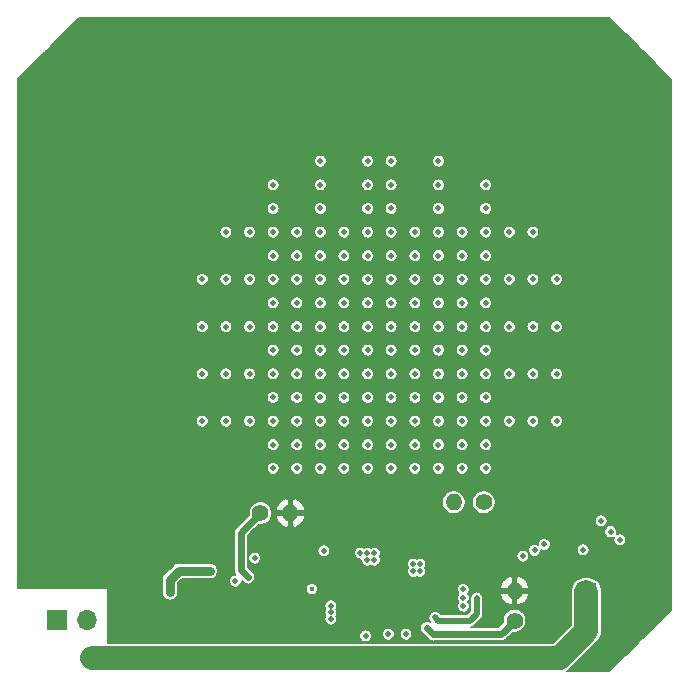
<source format=gbr>
%TF.GenerationSoftware,KiCad,Pcbnew,(5.1.10)-1*%
%TF.CreationDate,2021-11-06T17:28:22+08:00*%
%TF.ProjectId,WirelessPower,57697265-6c65-4737-9350-6f7765722e6b,rev?*%
%TF.SameCoordinates,Original*%
%TF.FileFunction,Copper,L3,Inr*%
%TF.FilePolarity,Positive*%
%FSLAX46Y46*%
G04 Gerber Fmt 4.6, Leading zero omitted, Abs format (unit mm)*
G04 Created by KiCad (PCBNEW (5.1.10)-1) date 2021-11-06 17:28:22*
%MOMM*%
%LPD*%
G01*
G04 APERTURE LIST*
%TA.AperFunction,ComponentPad*%
%ADD10O,1.400000X1.400000*%
%TD*%
%TA.AperFunction,ComponentPad*%
%ADD11C,1.400000*%
%TD*%
%TA.AperFunction,ComponentPad*%
%ADD12O,1.700000X1.700000*%
%TD*%
%TA.AperFunction,ComponentPad*%
%ADD13R,1.700000X1.700000*%
%TD*%
%TA.AperFunction,ViaPad*%
%ADD14C,0.500000*%
%TD*%
%TA.AperFunction,ViaPad*%
%ADD15C,0.450000*%
%TD*%
%TA.AperFunction,Conductor*%
%ADD16C,2.000000*%
%TD*%
%TA.AperFunction,Conductor*%
%ADD17C,0.500000*%
%TD*%
%TA.AperFunction,Conductor*%
%ADD18C,0.600000*%
%TD*%
%TA.AperFunction,Conductor*%
%ADD19C,0.800000*%
%TD*%
%TA.AperFunction,Conductor*%
%ADD20C,0.200000*%
%TD*%
%TA.AperFunction,Conductor*%
%ADD21C,0.100000*%
%TD*%
G04 APERTURE END LIST*
D10*
%TO.N,Net-(C1-Pad1)*%
%TO.C,J6*%
X168870000Y-111140000D03*
D11*
%TO.N,Net-(C15-Pad2)*%
X171410000Y-111140000D03*
%TD*%
D10*
%TO.N,GND*%
%TO.C,TH2*%
X155030000Y-112060000D03*
D11*
%TO.N,Net-(TH2-Pad1)*%
X152490000Y-112060000D03*
%TD*%
D10*
%TO.N,GND*%
%TO.C,TH1*%
X174010000Y-118640000D03*
D11*
%TO.N,Net-(TH1-Pad1)*%
X174010000Y-121180000D03*
%TD*%
D12*
%TO.N,BAT-*%
%TO.C,BAT*%
X137790000Y-121090000D03*
D13*
%TO.N,BAT+*%
X135250000Y-121090000D03*
%TD*%
D14*
%TO.N,GND*%
X146130000Y-118430000D03*
D15*
X163440000Y-118280000D03*
D14*
X135570000Y-74270000D03*
D15*
X164040000Y-118280000D03*
X164640000Y-118280000D03*
X163440000Y-118880000D03*
X164040000Y-118880000D03*
X164640000Y-118880000D03*
X163440000Y-119480000D03*
X164040000Y-119480000D03*
X164640000Y-119480000D03*
X163440000Y-120080000D03*
X164040000Y-120080000D03*
X164640000Y-120080000D03*
X163440000Y-120680000D03*
X164040000Y-120680000D03*
X164640000Y-120680000D03*
D14*
X153930000Y-116100000D03*
X147130000Y-118430000D03*
X148130000Y-118430000D03*
X149130000Y-118430000D03*
X146130000Y-119430000D03*
X147130000Y-119430000D03*
X148130000Y-119430000D03*
X149130000Y-119430000D03*
X146130000Y-120430000D03*
X147130000Y-120430000D03*
X148130000Y-120430000D03*
X149130000Y-120430000D03*
X146130000Y-121430000D03*
X147130000Y-121430000D03*
X148130000Y-121430000D03*
X149130000Y-121430000D03*
X147130000Y-122420000D03*
X146130000Y-122420000D03*
X149130000Y-122420000D03*
X148130000Y-122420000D03*
X145110000Y-120430000D03*
X145110000Y-121430000D03*
X145110000Y-122420000D03*
X152970000Y-122540000D03*
X153970000Y-122540000D03*
X154970000Y-122540000D03*
X155970000Y-122540000D03*
X156970000Y-122540000D03*
X157970000Y-122540000D03*
X158970000Y-122540000D03*
X156870000Y-121200000D03*
X156870000Y-120090000D03*
X137570000Y-74270000D03*
X139570000Y-74270000D03*
X141570000Y-74270000D03*
X143570000Y-74270000D03*
X145570000Y-74270000D03*
X147570000Y-74270000D03*
X149570000Y-74270000D03*
X151570000Y-74270000D03*
X153570000Y-74270000D03*
X155570000Y-74270000D03*
X157570000Y-74270000D03*
X159570000Y-74270000D03*
X161570000Y-74270000D03*
X163570000Y-74270000D03*
X165570000Y-74270000D03*
X167570000Y-74270000D03*
X169570000Y-74270000D03*
X171570000Y-74270000D03*
X173570000Y-74270000D03*
X175570000Y-74270000D03*
X177570000Y-74270000D03*
X179570000Y-74270000D03*
X181570000Y-74270000D03*
X183570000Y-74270000D03*
X183570000Y-76270000D03*
X181570000Y-76270000D03*
X179570000Y-76270000D03*
X177570000Y-76270000D03*
X175570000Y-76270000D03*
X173570000Y-76270000D03*
X171570000Y-76270000D03*
X169570000Y-76270000D03*
X167570000Y-76270000D03*
X165570000Y-76270000D03*
X163570000Y-76270000D03*
X161570000Y-76270000D03*
X159570000Y-76270000D03*
X157570000Y-76270000D03*
X155570000Y-76270000D03*
X153570000Y-76270000D03*
X151570000Y-76270000D03*
X149570000Y-76270000D03*
X147570000Y-76270000D03*
X145570000Y-76270000D03*
X143570000Y-76270000D03*
X141570000Y-76270000D03*
X139570000Y-76270000D03*
X137570000Y-76270000D03*
X135570000Y-76270000D03*
X135570000Y-78270000D03*
X137570000Y-78270000D03*
X139570000Y-78270000D03*
X141570000Y-78270000D03*
X143570000Y-78270000D03*
X145570000Y-78270000D03*
X147570000Y-78270000D03*
X149570000Y-78270000D03*
X151570000Y-78270000D03*
X153570000Y-78270000D03*
X155570000Y-78270000D03*
X157570000Y-78270000D03*
X159570000Y-78270000D03*
X161570000Y-78270000D03*
X163570000Y-78270000D03*
X165570000Y-78270000D03*
X167570000Y-78270000D03*
X169570000Y-78270000D03*
X171570000Y-78270000D03*
X173570000Y-78270000D03*
X175570000Y-78270000D03*
X177570000Y-78270000D03*
X179570000Y-78270000D03*
X181570000Y-78270000D03*
X183570000Y-78270000D03*
X183570000Y-80270000D03*
X181570000Y-80270000D03*
X179570000Y-80270000D03*
X177570000Y-80270000D03*
X175570000Y-80270000D03*
X173570000Y-80270000D03*
X171570000Y-80270000D03*
X169570000Y-80270000D03*
X167570000Y-80270000D03*
X165570000Y-80270000D03*
X163570000Y-80270000D03*
X161570000Y-80270000D03*
X159570000Y-80270000D03*
X157570000Y-80270000D03*
X155570000Y-80270000D03*
X153570000Y-80270000D03*
X151570000Y-80270000D03*
X149570000Y-80270000D03*
X147570000Y-80270000D03*
X145570000Y-80270000D03*
X143570000Y-80270000D03*
X141570000Y-80270000D03*
X139570000Y-80270000D03*
X137570000Y-80270000D03*
X135570000Y-80270000D03*
X135570000Y-82270000D03*
X137570000Y-82270000D03*
X139570000Y-82270000D03*
X141570000Y-82270000D03*
X143570000Y-82270000D03*
X145570000Y-82270000D03*
X147570000Y-82270000D03*
X149570000Y-82270000D03*
X151570000Y-82270000D03*
X153570000Y-82270000D03*
X155570000Y-82270000D03*
X159570000Y-82270000D03*
X165570000Y-82270000D03*
X169570000Y-82270000D03*
X171570000Y-82270000D03*
X173570000Y-82270000D03*
X175570000Y-82270000D03*
X177570000Y-82270000D03*
X179570000Y-82270000D03*
X181570000Y-82270000D03*
X183570000Y-82270000D03*
X183570000Y-84270000D03*
X181570000Y-84270000D03*
X179570000Y-84270000D03*
X177570000Y-84270000D03*
X175570000Y-84270000D03*
X173570000Y-84270000D03*
X169570000Y-84270000D03*
X165570000Y-84270000D03*
X159570000Y-84270000D03*
X155570000Y-84270000D03*
X151570000Y-84270000D03*
X149570000Y-84270000D03*
X147570000Y-84270000D03*
X145570000Y-84270000D03*
X143570000Y-84270000D03*
X141570000Y-84270000D03*
X139570000Y-84270000D03*
X137570000Y-84270000D03*
X135570000Y-84270000D03*
X135570000Y-86270000D03*
X137570000Y-86270000D03*
X139570000Y-86270000D03*
X141570000Y-86270000D03*
X143570000Y-86270000D03*
X145570000Y-86270000D03*
X147570000Y-86270000D03*
X149570000Y-86270000D03*
X151570000Y-86270000D03*
X155570000Y-86270000D03*
X159570000Y-86270000D03*
X165570000Y-86270000D03*
X169570000Y-86270000D03*
X173570000Y-86270000D03*
X175570000Y-86270000D03*
X177570000Y-86270000D03*
X179570000Y-86270000D03*
X181570000Y-86270000D03*
X183570000Y-86270000D03*
X183570000Y-88270000D03*
X181570000Y-88270000D03*
X179570000Y-88270000D03*
X177570000Y-88270000D03*
X147570000Y-88270000D03*
X145570000Y-88270000D03*
X143570000Y-88270000D03*
X141570000Y-88270000D03*
X139570000Y-88270000D03*
X137570000Y-88270000D03*
X135570000Y-88270000D03*
X135570000Y-90270000D03*
X137570000Y-90270000D03*
X139570000Y-90270000D03*
X141570000Y-90270000D03*
X143570000Y-90270000D03*
X145570000Y-90270000D03*
X147570000Y-90270000D03*
X149570000Y-90270000D03*
X151570000Y-90270000D03*
X173570000Y-90270000D03*
X175570000Y-90270000D03*
X177570000Y-90270000D03*
X179570000Y-90270000D03*
X181570000Y-90270000D03*
X183570000Y-90270000D03*
X183570000Y-92270000D03*
X181570000Y-92270000D03*
X179570000Y-92270000D03*
X145570000Y-92270000D03*
X143570000Y-92270000D03*
X141570000Y-92270000D03*
X139570000Y-92270000D03*
X137570000Y-92270000D03*
X135570000Y-92270000D03*
X135570000Y-94270000D03*
X137570000Y-94270000D03*
X139570000Y-94270000D03*
X141570000Y-94270000D03*
X143570000Y-94270000D03*
X145570000Y-94270000D03*
X147570000Y-94270000D03*
X149570000Y-94270000D03*
X151570000Y-94270000D03*
X173570000Y-94270000D03*
X175570000Y-94270000D03*
X177570000Y-94270000D03*
X179570000Y-94270000D03*
X181570000Y-94270000D03*
X183570000Y-94270000D03*
X183570000Y-96270000D03*
X181570000Y-96270000D03*
X179570000Y-96270000D03*
X145570000Y-96270000D03*
X143570000Y-96270000D03*
X141570000Y-96270000D03*
X139570000Y-96270000D03*
X137570000Y-96270000D03*
X135570000Y-96270000D03*
X135570000Y-98270000D03*
X137570000Y-98270000D03*
X139570000Y-98270000D03*
X141570000Y-98270000D03*
X143570000Y-98270000D03*
X145570000Y-98270000D03*
X147570000Y-98270000D03*
X149570000Y-98270000D03*
X151570000Y-98270000D03*
X173570000Y-98270000D03*
X175570000Y-98270000D03*
X177570000Y-98270000D03*
X179570000Y-98270000D03*
X181570000Y-98270000D03*
X183570000Y-98270000D03*
X183570000Y-100270000D03*
X181570000Y-100270000D03*
X179570000Y-100270000D03*
X145570000Y-100270000D03*
X143570000Y-100270000D03*
X141570000Y-100270000D03*
X139570000Y-100270000D03*
X137570000Y-100270000D03*
X135570000Y-100270000D03*
X135570000Y-102270000D03*
X137570000Y-102270000D03*
X139570000Y-102270000D03*
X141570000Y-102270000D03*
X143570000Y-102270000D03*
X145570000Y-102270000D03*
X147570000Y-102270000D03*
X149570000Y-102270000D03*
X151570000Y-102270000D03*
X173570000Y-102270000D03*
X175570000Y-102270000D03*
X177570000Y-102270000D03*
X179570000Y-102270000D03*
X181570000Y-102270000D03*
X183570000Y-102270000D03*
X183570000Y-104270000D03*
X181570000Y-104270000D03*
X179570000Y-104270000D03*
X145570000Y-104270000D03*
X143570000Y-104270000D03*
X141570000Y-104270000D03*
X139570000Y-104270000D03*
X137570000Y-104270000D03*
X135570000Y-104270000D03*
X135570000Y-106270000D03*
X137570000Y-106270000D03*
X139570000Y-106270000D03*
X141570000Y-106270000D03*
X143570000Y-106270000D03*
X145570000Y-106270000D03*
X147570000Y-106270000D03*
X149570000Y-106270000D03*
X151570000Y-106270000D03*
X173570000Y-106270000D03*
X175570000Y-106270000D03*
X177570000Y-106270000D03*
X179570000Y-106270000D03*
X181570000Y-106270000D03*
X183570000Y-106270000D03*
X183570000Y-108270000D03*
X181570000Y-108270000D03*
X179570000Y-108270000D03*
X177570000Y-108270000D03*
X175570000Y-108270000D03*
X173570000Y-108270000D03*
X151570000Y-108270000D03*
X149570000Y-108270000D03*
X147570000Y-108270000D03*
X145570000Y-108270000D03*
X143570000Y-108270000D03*
X141570000Y-108270000D03*
X139570000Y-108270000D03*
X137570000Y-108270000D03*
X135570000Y-108270000D03*
X153930000Y-117010000D03*
X153610000Y-116560000D03*
%TO.N,BAT+*%
X138660000Y-124720000D03*
X140036250Y-124720000D03*
X141412500Y-124720000D03*
X142788750Y-124720000D03*
X144165000Y-124720000D03*
X145541250Y-124720000D03*
X146917500Y-124720000D03*
X148293750Y-124720000D03*
X149670000Y-124690000D03*
D15*
X179500000Y-118160000D03*
D14*
X144825000Y-124020000D03*
X147577500Y-124020000D03*
X150330000Y-123990000D03*
X148953750Y-124020000D03*
X146201250Y-124020000D03*
X142072500Y-124020000D03*
X139320000Y-124020000D03*
X143448750Y-124020000D03*
X140696250Y-124020000D03*
D15*
X180100000Y-118160000D03*
X180700000Y-118160000D03*
X179500000Y-118760000D03*
X180100000Y-118760000D03*
X180700000Y-118760000D03*
X179500000Y-119360000D03*
X180100000Y-119360000D03*
X180700000Y-119360000D03*
D14*
X137990000Y-124000000D03*
%TO.N,Net-(C1-Pad2)*%
X158450000Y-119910000D03*
X158450000Y-121040000D03*
X160960000Y-115460000D03*
X158450000Y-120475000D03*
X161550000Y-115460000D03*
X162140000Y-115460000D03*
X161550000Y-116050000D03*
X162140000Y-116050000D03*
%TO.N,Net-(C1-Pad1)*%
X157570000Y-82270000D03*
X161570000Y-82270000D03*
X163570000Y-82270000D03*
X167570000Y-82270000D03*
X171570000Y-84270000D03*
X167570000Y-84270000D03*
X163570000Y-84270000D03*
X161570000Y-84270000D03*
X157570000Y-84270000D03*
X153570000Y-84270000D03*
X153570000Y-86270000D03*
X157570000Y-86270000D03*
X161570000Y-86270000D03*
X163570000Y-86270000D03*
X167570000Y-86270000D03*
X171570000Y-86270000D03*
X175570000Y-88270000D03*
X173570000Y-88270000D03*
X171570000Y-88270000D03*
X169570000Y-88270000D03*
X167570000Y-88270000D03*
X165570000Y-88270000D03*
X163570000Y-88270000D03*
X161570000Y-88270000D03*
X159570000Y-88270000D03*
X157570000Y-88270000D03*
X155570000Y-88270000D03*
X153570000Y-88270000D03*
X151570000Y-88270000D03*
X149570000Y-88270000D03*
X153570000Y-90270000D03*
X155570000Y-90270000D03*
X159570000Y-90270000D03*
X165570000Y-90270000D03*
X169570000Y-90270000D03*
X171570000Y-90270000D03*
X177570000Y-92270000D03*
X175570000Y-92270000D03*
X173570000Y-92270000D03*
X171570000Y-92270000D03*
X169570000Y-92270000D03*
X165570000Y-92270000D03*
X159570000Y-92270000D03*
X155570000Y-92270000D03*
X153570000Y-92270000D03*
X151570000Y-92270000D03*
X149570000Y-92270000D03*
X147570000Y-92270000D03*
X177570000Y-96270000D03*
X175570000Y-96270000D03*
X173570000Y-96270000D03*
X171570000Y-96270000D03*
X169570000Y-96270000D03*
X155570000Y-96270000D03*
X153570000Y-96270000D03*
X151570000Y-96270000D03*
X149570000Y-96270000D03*
X147570000Y-96270000D03*
X177570000Y-100270000D03*
X175570000Y-100270000D03*
X173570000Y-100270000D03*
X171570000Y-100270000D03*
X169570000Y-100270000D03*
X155570000Y-100270000D03*
X153570000Y-100270000D03*
X151570000Y-100270000D03*
X149570000Y-100270000D03*
X147570000Y-100270000D03*
X177570000Y-104270000D03*
X175570000Y-104270000D03*
X173570000Y-104270000D03*
X171570000Y-104270000D03*
X169570000Y-104270000D03*
X155570000Y-104270000D03*
X153570000Y-104270000D03*
X151570000Y-104270000D03*
X149570000Y-104270000D03*
X147570000Y-104270000D03*
X171570000Y-108270000D03*
X169570000Y-108270000D03*
X155570000Y-108270000D03*
X153570000Y-108270000D03*
X157570000Y-90270000D03*
X161570000Y-90270000D03*
X163570000Y-90270000D03*
X167570000Y-90270000D03*
X167570000Y-92270000D03*
X163570000Y-92270000D03*
X161570000Y-92270000D03*
X157570000Y-92270000D03*
X153570000Y-94270000D03*
X155570000Y-94270000D03*
X157570000Y-94270000D03*
X159570000Y-94270000D03*
X161570000Y-94270000D03*
X163570000Y-94270000D03*
X165570000Y-94270000D03*
X167570000Y-94270000D03*
X169570000Y-94270000D03*
X171570000Y-94270000D03*
X167570000Y-96270000D03*
X165570000Y-96270000D03*
X163570000Y-96270000D03*
X161570000Y-96270000D03*
X159570000Y-96270000D03*
X157570000Y-96270000D03*
X153570000Y-98270000D03*
X155570000Y-98270000D03*
X157570000Y-98270000D03*
X159570000Y-98270000D03*
X161570000Y-98270000D03*
X163570000Y-98270000D03*
X165570000Y-98270000D03*
X167570000Y-98270000D03*
X169570000Y-98270000D03*
X171570000Y-98270000D03*
X167570000Y-100270000D03*
X165570000Y-100270000D03*
X163570000Y-100270000D03*
X161570000Y-100270000D03*
X159570000Y-100270000D03*
X157570000Y-100270000D03*
X153570000Y-102270000D03*
X155570000Y-102270000D03*
X157570000Y-102270000D03*
X159570000Y-102270000D03*
X161570000Y-102270000D03*
X163570000Y-102270000D03*
X165570000Y-102270000D03*
X167570000Y-102270000D03*
X169570000Y-102270000D03*
X171570000Y-102270000D03*
X167570000Y-104270000D03*
X165570000Y-104270000D03*
X163570000Y-104270000D03*
X161570000Y-104270000D03*
X159570000Y-104270000D03*
X157570000Y-104270000D03*
X153570000Y-106270000D03*
X155570000Y-106270000D03*
X157570000Y-106270000D03*
X159570000Y-106270000D03*
X161570000Y-106270000D03*
X163570000Y-106270000D03*
X165570000Y-106270000D03*
X167570000Y-106270000D03*
X169570000Y-106270000D03*
X171570000Y-106270000D03*
X167570000Y-108270000D03*
X165570000Y-108270000D03*
X163570000Y-108270000D03*
X161570000Y-108270000D03*
X159570000Y-108270000D03*
X157570000Y-108270000D03*
%TO.N,Net-(R1-Pad1)*%
X170800000Y-119240000D03*
X167260000Y-120900000D03*
%TO.N,BAT_ISET*%
X152010000Y-115870000D03*
X176540000Y-114710000D03*
%TO.N,Net-(TH1-Pad1)*%
X166600000Y-121810000D03*
%TO.N,Net-(TH2-Pad1)*%
X151469993Y-117510007D03*
%TO.N,Net-(U1-Pad2)*%
X148200000Y-116970000D03*
X144830000Y-118760000D03*
D15*
%TO.N,REG_power*%
X156860000Y-118500000D03*
D14*
X179820000Y-115170000D03*
%TO.N,REG_EN2*%
X164820000Y-122310000D03*
X181350000Y-112710000D03*
%TO.N,REG_EN1*%
X163320000Y-122310000D03*
X182140000Y-113640000D03*
%TO.N,REG_CHG*%
X161400000Y-122460000D03*
X182920000Y-114330000D03*
%TO.N,BAT_PG*%
X157860000Y-115250000D03*
X175700000Y-115210000D03*
%TO.N,BAT_CHG*%
X150370000Y-117820000D03*
X174710000Y-115710000D03*
%TO.N,Net-(C15-Pad2)*%
X165990000Y-116990000D03*
X169680000Y-118520000D03*
X169680000Y-119940000D03*
X165440000Y-116990000D03*
X165990000Y-116390000D03*
X165440000Y-116390000D03*
X169680000Y-119230000D03*
%TD*%
D16*
%TO.N,BAT+*%
X180100000Y-122050000D02*
X180100000Y-118760000D01*
X177820000Y-124330000D02*
X180100000Y-122050000D01*
X138260000Y-124330000D02*
X177820000Y-124330000D01*
D17*
%TO.N,Net-(R1-Pad1)*%
X170800000Y-120620000D02*
X170800000Y-119240000D01*
X170230000Y-121190000D02*
X170800000Y-120620000D01*
X167550000Y-121190000D02*
X170230000Y-121190000D01*
X167260000Y-120900000D02*
X167550000Y-121190000D01*
D18*
%TO.N,Net-(TH1-Pad1)*%
X172860000Y-122330000D02*
X174010000Y-121180000D01*
X167120000Y-122330000D02*
X172860000Y-122330000D01*
X166600000Y-121810000D02*
X167120000Y-122330000D01*
%TO.N,Net-(TH2-Pad1)*%
X150820000Y-116860014D02*
X151469993Y-117510007D01*
X150820000Y-113730000D02*
X150820000Y-116860014D01*
X152490000Y-112060000D02*
X150820000Y-113730000D01*
D19*
%TO.N,Net-(U1-Pad2)*%
X145580000Y-116970000D02*
X148200000Y-116970000D01*
X144830000Y-117720000D02*
X145580000Y-116970000D01*
X144830000Y-118760000D02*
X144830000Y-117720000D01*
%TD*%
D20*
%TO.N,GND*%
X184358424Y-72426805D02*
X184369336Y-72453149D01*
X184522549Y-72682448D01*
X184717552Y-72877451D01*
X184946851Y-73030664D01*
X184973195Y-73041576D01*
X187285000Y-75353381D01*
X187285002Y-120227945D01*
X184975462Y-122537485D01*
X184946851Y-122549336D01*
X184717552Y-122702549D01*
X184522549Y-122897552D01*
X184369336Y-123126851D01*
X184357485Y-123155462D01*
X182047947Y-125465000D01*
X178454326Y-125465000D01*
X178545736Y-125416140D01*
X178743687Y-125253687D01*
X178784403Y-125204074D01*
X180974080Y-123014398D01*
X181023687Y-122973687D01*
X181186140Y-122775736D01*
X181306855Y-122549896D01*
X181381190Y-122304845D01*
X181400000Y-122113864D01*
X181400000Y-122113861D01*
X181406290Y-122050000D01*
X181400000Y-121986139D01*
X181400000Y-118696136D01*
X181381190Y-118505155D01*
X181306855Y-118260104D01*
X181224580Y-118106179D01*
X181204824Y-118006863D01*
X181165249Y-117911319D01*
X181107794Y-117825332D01*
X181034668Y-117752206D01*
X180948681Y-117694751D01*
X180853137Y-117655176D01*
X180753821Y-117635420D01*
X180599896Y-117553145D01*
X180354845Y-117478810D01*
X180100000Y-117453710D01*
X179845156Y-117478810D01*
X179600105Y-117553145D01*
X179446181Y-117635420D01*
X179346863Y-117655176D01*
X179251319Y-117694751D01*
X179165332Y-117752206D01*
X179092206Y-117825332D01*
X179034751Y-117911319D01*
X178995176Y-118006863D01*
X178975420Y-118106182D01*
X178893146Y-118260104D01*
X178818811Y-118505155D01*
X178800001Y-118696136D01*
X178800000Y-121511522D01*
X177281523Y-123030000D01*
X139569970Y-123030000D01*
X139572711Y-122405830D01*
X160850000Y-122405830D01*
X160850000Y-122514170D01*
X160871136Y-122620429D01*
X160912597Y-122720523D01*
X160972787Y-122810604D01*
X161049396Y-122887213D01*
X161139477Y-122947403D01*
X161239571Y-122988864D01*
X161345830Y-123010000D01*
X161454170Y-123010000D01*
X161560429Y-122988864D01*
X161660523Y-122947403D01*
X161750604Y-122887213D01*
X161827213Y-122810604D01*
X161887403Y-122720523D01*
X161928864Y-122620429D01*
X161950000Y-122514170D01*
X161950000Y-122405830D01*
X161928864Y-122299571D01*
X161910746Y-122255830D01*
X162770000Y-122255830D01*
X162770000Y-122364170D01*
X162791136Y-122470429D01*
X162832597Y-122570523D01*
X162892787Y-122660604D01*
X162969396Y-122737213D01*
X163059477Y-122797403D01*
X163159571Y-122838864D01*
X163265830Y-122860000D01*
X163374170Y-122860000D01*
X163480429Y-122838864D01*
X163580523Y-122797403D01*
X163670604Y-122737213D01*
X163747213Y-122660604D01*
X163807403Y-122570523D01*
X163848864Y-122470429D01*
X163870000Y-122364170D01*
X163870000Y-122255830D01*
X164270000Y-122255830D01*
X164270000Y-122364170D01*
X164291136Y-122470429D01*
X164332597Y-122570523D01*
X164392787Y-122660604D01*
X164469396Y-122737213D01*
X164559477Y-122797403D01*
X164659571Y-122838864D01*
X164765830Y-122860000D01*
X164874170Y-122860000D01*
X164980429Y-122838864D01*
X165080523Y-122797403D01*
X165170604Y-122737213D01*
X165247213Y-122660604D01*
X165307403Y-122570523D01*
X165348864Y-122470429D01*
X165370000Y-122364170D01*
X165370000Y-122255830D01*
X165348864Y-122149571D01*
X165307403Y-122049477D01*
X165247213Y-121959396D01*
X165170604Y-121882787D01*
X165080523Y-121822597D01*
X165050112Y-121810000D01*
X165997097Y-121810000D01*
X166008682Y-121927620D01*
X166042991Y-122040721D01*
X166098705Y-122144954D01*
X166154895Y-122213422D01*
X166674891Y-122733419D01*
X166693683Y-122756317D01*
X166785045Y-122831296D01*
X166889279Y-122887010D01*
X167002379Y-122921318D01*
X167119999Y-122932903D01*
X167149473Y-122930000D01*
X172830526Y-122930000D01*
X172860000Y-122932903D01*
X172889474Y-122930000D01*
X172977621Y-122921318D01*
X173090721Y-122887010D01*
X173194955Y-122831296D01*
X173286317Y-122756317D01*
X173305113Y-122733414D01*
X173867318Y-122171210D01*
X173911509Y-122180000D01*
X174108491Y-122180000D01*
X174301689Y-122141571D01*
X174483678Y-122066189D01*
X174647463Y-121956751D01*
X174786751Y-121817463D01*
X174896189Y-121653678D01*
X174971571Y-121471689D01*
X175010000Y-121278491D01*
X175010000Y-121081509D01*
X174971571Y-120888311D01*
X174896189Y-120706322D01*
X174786751Y-120542537D01*
X174647463Y-120403249D01*
X174483678Y-120293811D01*
X174301689Y-120218429D01*
X174108491Y-120180000D01*
X173911509Y-120180000D01*
X173718311Y-120218429D01*
X173536322Y-120293811D01*
X173372537Y-120403249D01*
X173233249Y-120542537D01*
X173123811Y-120706322D01*
X173048429Y-120888311D01*
X173010000Y-121081509D01*
X173010000Y-121278491D01*
X173018790Y-121322682D01*
X172611473Y-121730000D01*
X170344550Y-121730000D01*
X170441494Y-121700592D01*
X170537042Y-121649521D01*
X170620790Y-121580790D01*
X170638013Y-121559804D01*
X171169804Y-121028013D01*
X171190790Y-121010790D01*
X171259521Y-120927042D01*
X171284895Y-120879571D01*
X171310592Y-120831495D01*
X171342042Y-120727819D01*
X171349907Y-120647958D01*
X171350000Y-120647018D01*
X171350000Y-120647011D01*
X171352660Y-120620000D01*
X171350000Y-120592989D01*
X171350000Y-119185830D01*
X171344703Y-119159200D01*
X171342042Y-119132181D01*
X171334161Y-119106202D01*
X171328864Y-119079571D01*
X171318473Y-119054484D01*
X171310592Y-119028506D01*
X171297794Y-119004562D01*
X171293957Y-118995298D01*
X172751174Y-118995298D01*
X172844677Y-119234056D01*
X172982963Y-119449985D01*
X173160717Y-119634786D01*
X173371109Y-119781358D01*
X173606053Y-119884069D01*
X173654703Y-119898820D01*
X173856000Y-119785696D01*
X173856000Y-118794000D01*
X174164000Y-118794000D01*
X174164000Y-119785696D01*
X174365297Y-119898820D01*
X174413947Y-119884069D01*
X174648891Y-119781358D01*
X174859283Y-119634786D01*
X175037037Y-119449985D01*
X175175323Y-119234056D01*
X175268826Y-118995298D01*
X175156909Y-118794000D01*
X174164000Y-118794000D01*
X173856000Y-118794000D01*
X172863091Y-118794000D01*
X172751174Y-118995298D01*
X171293957Y-118995298D01*
X171287403Y-118979477D01*
X171272320Y-118956904D01*
X171259521Y-118932958D01*
X171242297Y-118911970D01*
X171227213Y-118889396D01*
X171208013Y-118870196D01*
X171190790Y-118849210D01*
X171169804Y-118831987D01*
X171150604Y-118812787D01*
X171128030Y-118797703D01*
X171107042Y-118780479D01*
X171083096Y-118767680D01*
X171060523Y-118752597D01*
X171035438Y-118742206D01*
X171011494Y-118729408D01*
X170985516Y-118721527D01*
X170960429Y-118711136D01*
X170933798Y-118705839D01*
X170907819Y-118697958D01*
X170880799Y-118695297D01*
X170854170Y-118690000D01*
X170827018Y-118690000D01*
X170800000Y-118687339D01*
X170772982Y-118690000D01*
X170745830Y-118690000D01*
X170719200Y-118695297D01*
X170692182Y-118697958D01*
X170666204Y-118705838D01*
X170639571Y-118711136D01*
X170614482Y-118721529D01*
X170588507Y-118729408D01*
X170564566Y-118742205D01*
X170539477Y-118752597D01*
X170516900Y-118767682D01*
X170492959Y-118780479D01*
X170471976Y-118797700D01*
X170449396Y-118812787D01*
X170430191Y-118831992D01*
X170409211Y-118849210D01*
X170391993Y-118870190D01*
X170372787Y-118889396D01*
X170357699Y-118911977D01*
X170340480Y-118932958D01*
X170327685Y-118956897D01*
X170312597Y-118979477D01*
X170302203Y-119004570D01*
X170289409Y-119028506D01*
X170281531Y-119054475D01*
X170271136Y-119079571D01*
X170265837Y-119106211D01*
X170257959Y-119132181D01*
X170255299Y-119159191D01*
X170250000Y-119185830D01*
X170250000Y-119294170D01*
X170250001Y-119294175D01*
X170250000Y-120392183D01*
X170002183Y-120640000D01*
X167777817Y-120640000D01*
X167610604Y-120472787D01*
X167588030Y-120457704D01*
X167567042Y-120440479D01*
X167543098Y-120427681D01*
X167520523Y-120412597D01*
X167495432Y-120402204D01*
X167471494Y-120389409D01*
X167445525Y-120381531D01*
X167420429Y-120371136D01*
X167393787Y-120365837D01*
X167367818Y-120357959D01*
X167340810Y-120355299D01*
X167314170Y-120350000D01*
X167287008Y-120350000D01*
X167260000Y-120347340D01*
X167232992Y-120350000D01*
X167205830Y-120350000D01*
X167179190Y-120355299D01*
X167152182Y-120357959D01*
X167126213Y-120365837D01*
X167099571Y-120371136D01*
X167074475Y-120381531D01*
X167048506Y-120389409D01*
X167024568Y-120402204D01*
X166999477Y-120412597D01*
X166976902Y-120427681D01*
X166952958Y-120440479D01*
X166931970Y-120457703D01*
X166909396Y-120472787D01*
X166890196Y-120491987D01*
X166869210Y-120509210D01*
X166851987Y-120530196D01*
X166832787Y-120549396D01*
X166817703Y-120571970D01*
X166800479Y-120592958D01*
X166787681Y-120616902D01*
X166772597Y-120639477D01*
X166762204Y-120664568D01*
X166749409Y-120688506D01*
X166741531Y-120714475D01*
X166731136Y-120739571D01*
X166725837Y-120766213D01*
X166717959Y-120792182D01*
X166715299Y-120819190D01*
X166710000Y-120845830D01*
X166710000Y-120872992D01*
X166707340Y-120900000D01*
X166710000Y-120927008D01*
X166710000Y-120954170D01*
X166715299Y-120980810D01*
X166717959Y-121007818D01*
X166725837Y-121033787D01*
X166731136Y-121060429D01*
X166741531Y-121085525D01*
X166749409Y-121111494D01*
X166762204Y-121135432D01*
X166772597Y-121160523D01*
X166787681Y-121183098D01*
X166800479Y-121207042D01*
X166817704Y-121228030D01*
X166832787Y-121250604D01*
X166840287Y-121258104D01*
X166830721Y-121252991D01*
X166717620Y-121218682D01*
X166600000Y-121207097D01*
X166482380Y-121218682D01*
X166369279Y-121252991D01*
X166265046Y-121308705D01*
X166173684Y-121383684D01*
X166098705Y-121475046D01*
X166042991Y-121579279D01*
X166008682Y-121692380D01*
X165997097Y-121810000D01*
X165050112Y-121810000D01*
X164980429Y-121781136D01*
X164874170Y-121760000D01*
X164765830Y-121760000D01*
X164659571Y-121781136D01*
X164559477Y-121822597D01*
X164469396Y-121882787D01*
X164392787Y-121959396D01*
X164332597Y-122049477D01*
X164291136Y-122149571D01*
X164270000Y-122255830D01*
X163870000Y-122255830D01*
X163848864Y-122149571D01*
X163807403Y-122049477D01*
X163747213Y-121959396D01*
X163670604Y-121882787D01*
X163580523Y-121822597D01*
X163480429Y-121781136D01*
X163374170Y-121760000D01*
X163265830Y-121760000D01*
X163159571Y-121781136D01*
X163059477Y-121822597D01*
X162969396Y-121882787D01*
X162892787Y-121959396D01*
X162832597Y-122049477D01*
X162791136Y-122149571D01*
X162770000Y-122255830D01*
X161910746Y-122255830D01*
X161887403Y-122199477D01*
X161827213Y-122109396D01*
X161750604Y-122032787D01*
X161660523Y-121972597D01*
X161560429Y-121931136D01*
X161454170Y-121910000D01*
X161345830Y-121910000D01*
X161239571Y-121931136D01*
X161139477Y-121972597D01*
X161049396Y-122032787D01*
X160972787Y-122109396D01*
X160912597Y-122199477D01*
X160871136Y-122299571D01*
X160850000Y-122405830D01*
X139572711Y-122405830D01*
X139583913Y-119855830D01*
X157900000Y-119855830D01*
X157900000Y-119964170D01*
X157921136Y-120070429D01*
X157962597Y-120170523D01*
X157977282Y-120192500D01*
X157962597Y-120214477D01*
X157921136Y-120314571D01*
X157900000Y-120420830D01*
X157900000Y-120529170D01*
X157921136Y-120635429D01*
X157962597Y-120735523D01*
X157977282Y-120757500D01*
X157962597Y-120779477D01*
X157921136Y-120879571D01*
X157900000Y-120985830D01*
X157900000Y-121094170D01*
X157921136Y-121200429D01*
X157962597Y-121300523D01*
X158022787Y-121390604D01*
X158099396Y-121467213D01*
X158189477Y-121527403D01*
X158289571Y-121568864D01*
X158395830Y-121590000D01*
X158504170Y-121590000D01*
X158610429Y-121568864D01*
X158710523Y-121527403D01*
X158800604Y-121467213D01*
X158877213Y-121390604D01*
X158937403Y-121300523D01*
X158978864Y-121200429D01*
X159000000Y-121094170D01*
X159000000Y-120985830D01*
X158978864Y-120879571D01*
X158937403Y-120779477D01*
X158922718Y-120757500D01*
X158937403Y-120735523D01*
X158978864Y-120635429D01*
X159000000Y-120529170D01*
X159000000Y-120420830D01*
X158978864Y-120314571D01*
X158937403Y-120214477D01*
X158922718Y-120192500D01*
X158937403Y-120170523D01*
X158978864Y-120070429D01*
X159000000Y-119964170D01*
X159000000Y-119855830D01*
X158978864Y-119749571D01*
X158937403Y-119649477D01*
X158877213Y-119559396D01*
X158800604Y-119482787D01*
X158710523Y-119422597D01*
X158610429Y-119381136D01*
X158504170Y-119360000D01*
X158395830Y-119360000D01*
X158289571Y-119381136D01*
X158189477Y-119422597D01*
X158099396Y-119482787D01*
X158022787Y-119559396D01*
X157962597Y-119649477D01*
X157921136Y-119749571D01*
X157900000Y-119855830D01*
X139583913Y-119855830D01*
X139589999Y-118470439D01*
X139587961Y-118449910D01*
X139582159Y-118431185D01*
X139572816Y-118413951D01*
X139560290Y-118398871D01*
X139545063Y-118386525D01*
X139527720Y-118377387D01*
X139508927Y-118371808D01*
X139489407Y-118370002D01*
X131935000Y-118414791D01*
X131935000Y-117720000D01*
X144126613Y-117720000D01*
X144130001Y-117754396D01*
X144130000Y-118794389D01*
X144140128Y-118897223D01*
X144180155Y-119029174D01*
X144245155Y-119150780D01*
X144332630Y-119257369D01*
X144439219Y-119344845D01*
X144560825Y-119409845D01*
X144692776Y-119449872D01*
X144830000Y-119463387D01*
X144967223Y-119449872D01*
X145099174Y-119409845D01*
X145220780Y-119344845D01*
X145327369Y-119257370D01*
X145414845Y-119150781D01*
X145479845Y-119029175D01*
X145519872Y-118897224D01*
X145530000Y-118794390D01*
X145530000Y-118448292D01*
X156335000Y-118448292D01*
X156335000Y-118551708D01*
X156355176Y-118653137D01*
X156394751Y-118748681D01*
X156452206Y-118834668D01*
X156525332Y-118907794D01*
X156611319Y-118965249D01*
X156706863Y-119004824D01*
X156808292Y-119025000D01*
X156911708Y-119025000D01*
X157013137Y-119004824D01*
X157108681Y-118965249D01*
X157194668Y-118907794D01*
X157267794Y-118834668D01*
X157325249Y-118748681D01*
X157364824Y-118653137D01*
X157385000Y-118551708D01*
X157385000Y-118465830D01*
X169130000Y-118465830D01*
X169130000Y-118574170D01*
X169151136Y-118680429D01*
X169192597Y-118780523D01*
X169252787Y-118870604D01*
X169257183Y-118875000D01*
X169252787Y-118879396D01*
X169192597Y-118969477D01*
X169151136Y-119069571D01*
X169130000Y-119175830D01*
X169130000Y-119284170D01*
X169151136Y-119390429D01*
X169192597Y-119490523D01*
X169252787Y-119580604D01*
X169257183Y-119585000D01*
X169252787Y-119589396D01*
X169192597Y-119679477D01*
X169151136Y-119779571D01*
X169130000Y-119885830D01*
X169130000Y-119994170D01*
X169151136Y-120100429D01*
X169192597Y-120200523D01*
X169252787Y-120290604D01*
X169329396Y-120367213D01*
X169419477Y-120427403D01*
X169519571Y-120468864D01*
X169625830Y-120490000D01*
X169734170Y-120490000D01*
X169840429Y-120468864D01*
X169940523Y-120427403D01*
X170030604Y-120367213D01*
X170107213Y-120290604D01*
X170167403Y-120200523D01*
X170208864Y-120100429D01*
X170230000Y-119994170D01*
X170230000Y-119885830D01*
X170208864Y-119779571D01*
X170167403Y-119679477D01*
X170107213Y-119589396D01*
X170102817Y-119585000D01*
X170107213Y-119580604D01*
X170167403Y-119490523D01*
X170208864Y-119390429D01*
X170230000Y-119284170D01*
X170230000Y-119175830D01*
X170208864Y-119069571D01*
X170167403Y-118969477D01*
X170107213Y-118879396D01*
X170102817Y-118875000D01*
X170107213Y-118870604D01*
X170167403Y-118780523D01*
X170208864Y-118680429D01*
X170230000Y-118574170D01*
X170230000Y-118465830D01*
X170208864Y-118359571D01*
X170177852Y-118284702D01*
X172751174Y-118284702D01*
X172863091Y-118486000D01*
X173856000Y-118486000D01*
X173856000Y-117494304D01*
X174164000Y-117494304D01*
X174164000Y-118486000D01*
X175156909Y-118486000D01*
X175268826Y-118284702D01*
X175175323Y-118045944D01*
X175037037Y-117830015D01*
X174859283Y-117645214D01*
X174648891Y-117498642D01*
X174413947Y-117395931D01*
X174365297Y-117381180D01*
X174164000Y-117494304D01*
X173856000Y-117494304D01*
X173654703Y-117381180D01*
X173606053Y-117395931D01*
X173371109Y-117498642D01*
X173160717Y-117645214D01*
X172982963Y-117830015D01*
X172844677Y-118045944D01*
X172751174Y-118284702D01*
X170177852Y-118284702D01*
X170167403Y-118259477D01*
X170107213Y-118169396D01*
X170030604Y-118092787D01*
X169940523Y-118032597D01*
X169840429Y-117991136D01*
X169734170Y-117970000D01*
X169625830Y-117970000D01*
X169519571Y-117991136D01*
X169419477Y-118032597D01*
X169329396Y-118092787D01*
X169252787Y-118169396D01*
X169192597Y-118259477D01*
X169151136Y-118359571D01*
X169130000Y-118465830D01*
X157385000Y-118465830D01*
X157385000Y-118448292D01*
X157364824Y-118346863D01*
X157325249Y-118251319D01*
X157267794Y-118165332D01*
X157194668Y-118092206D01*
X157108681Y-118034751D01*
X157013137Y-117995176D01*
X156911708Y-117975000D01*
X156808292Y-117975000D01*
X156706863Y-117995176D01*
X156611319Y-118034751D01*
X156525332Y-118092206D01*
X156452206Y-118165332D01*
X156394751Y-118251319D01*
X156355176Y-118346863D01*
X156335000Y-118448292D01*
X145530000Y-118448292D01*
X145530000Y-118009949D01*
X145774119Y-117765830D01*
X149820000Y-117765830D01*
X149820000Y-117874170D01*
X149841136Y-117980429D01*
X149882597Y-118080523D01*
X149942787Y-118170604D01*
X150019396Y-118247213D01*
X150109477Y-118307403D01*
X150209571Y-118348864D01*
X150315830Y-118370000D01*
X150424170Y-118370000D01*
X150530429Y-118348864D01*
X150630523Y-118307403D01*
X150720604Y-118247213D01*
X150797213Y-118170604D01*
X150857403Y-118080523D01*
X150898864Y-117980429D01*
X150920000Y-117874170D01*
X150920000Y-117808542D01*
X151066570Y-117955112D01*
X151135038Y-118011302D01*
X151239271Y-118067016D01*
X151352372Y-118101325D01*
X151469993Y-118112910D01*
X151587613Y-118101325D01*
X151700714Y-118067016D01*
X151804947Y-118011302D01*
X151896309Y-117936323D01*
X151971288Y-117844961D01*
X152027002Y-117740728D01*
X152061311Y-117627627D01*
X152072896Y-117510007D01*
X152061311Y-117392386D01*
X152027002Y-117279285D01*
X151971288Y-117175052D01*
X151915098Y-117106584D01*
X151420000Y-116611487D01*
X151420000Y-115815830D01*
X151460000Y-115815830D01*
X151460000Y-115924170D01*
X151481136Y-116030429D01*
X151522597Y-116130523D01*
X151582787Y-116220604D01*
X151659396Y-116297213D01*
X151749477Y-116357403D01*
X151849571Y-116398864D01*
X151955830Y-116420000D01*
X152064170Y-116420000D01*
X152170429Y-116398864D01*
X152270523Y-116357403D01*
X152360604Y-116297213D01*
X152437213Y-116220604D01*
X152497403Y-116130523D01*
X152538864Y-116030429D01*
X152560000Y-115924170D01*
X152560000Y-115815830D01*
X152538864Y-115709571D01*
X152497403Y-115609477D01*
X152437213Y-115519396D01*
X152360604Y-115442787D01*
X152270523Y-115382597D01*
X152170429Y-115341136D01*
X152064170Y-115320000D01*
X151955830Y-115320000D01*
X151849571Y-115341136D01*
X151749477Y-115382597D01*
X151659396Y-115442787D01*
X151582787Y-115519396D01*
X151522597Y-115609477D01*
X151481136Y-115709571D01*
X151460000Y-115815830D01*
X151420000Y-115815830D01*
X151420000Y-115195830D01*
X157310000Y-115195830D01*
X157310000Y-115304170D01*
X157331136Y-115410429D01*
X157372597Y-115510523D01*
X157432787Y-115600604D01*
X157509396Y-115677213D01*
X157599477Y-115737403D01*
X157699571Y-115778864D01*
X157805830Y-115800000D01*
X157914170Y-115800000D01*
X158020429Y-115778864D01*
X158120523Y-115737403D01*
X158210604Y-115677213D01*
X158287213Y-115600604D01*
X158347403Y-115510523D01*
X158388864Y-115410429D01*
X158389778Y-115405830D01*
X160410000Y-115405830D01*
X160410000Y-115514170D01*
X160431136Y-115620429D01*
X160472597Y-115720523D01*
X160532787Y-115810604D01*
X160609396Y-115887213D01*
X160699477Y-115947403D01*
X160799571Y-115988864D01*
X160905830Y-116010000D01*
X161000000Y-116010000D01*
X161000000Y-116104170D01*
X161021136Y-116210429D01*
X161062597Y-116310523D01*
X161122787Y-116400604D01*
X161199396Y-116477213D01*
X161289477Y-116537403D01*
X161389571Y-116578864D01*
X161495830Y-116600000D01*
X161604170Y-116600000D01*
X161710429Y-116578864D01*
X161810523Y-116537403D01*
X161845000Y-116514366D01*
X161879477Y-116537403D01*
X161979571Y-116578864D01*
X162085830Y-116600000D01*
X162194170Y-116600000D01*
X162300429Y-116578864D01*
X162400523Y-116537403D01*
X162490604Y-116477213D01*
X162567213Y-116400604D01*
X162610493Y-116335830D01*
X164890000Y-116335830D01*
X164890000Y-116444170D01*
X164911136Y-116550429D01*
X164952597Y-116650523D01*
X164978975Y-116690000D01*
X164952597Y-116729477D01*
X164911136Y-116829571D01*
X164890000Y-116935830D01*
X164890000Y-117044170D01*
X164911136Y-117150429D01*
X164952597Y-117250523D01*
X165012787Y-117340604D01*
X165089396Y-117417213D01*
X165179477Y-117477403D01*
X165279571Y-117518864D01*
X165385830Y-117540000D01*
X165494170Y-117540000D01*
X165600429Y-117518864D01*
X165700523Y-117477403D01*
X165715000Y-117467730D01*
X165729477Y-117477403D01*
X165829571Y-117518864D01*
X165935830Y-117540000D01*
X166044170Y-117540000D01*
X166150429Y-117518864D01*
X166250523Y-117477403D01*
X166340604Y-117417213D01*
X166417213Y-117340604D01*
X166477403Y-117250523D01*
X166518864Y-117150429D01*
X166540000Y-117044170D01*
X166540000Y-116935830D01*
X166518864Y-116829571D01*
X166477403Y-116729477D01*
X166451025Y-116690000D01*
X166477403Y-116650523D01*
X166518864Y-116550429D01*
X166540000Y-116444170D01*
X166540000Y-116335830D01*
X166518864Y-116229571D01*
X166477403Y-116129477D01*
X166417213Y-116039396D01*
X166340604Y-115962787D01*
X166250523Y-115902597D01*
X166150429Y-115861136D01*
X166044170Y-115840000D01*
X165935830Y-115840000D01*
X165829571Y-115861136D01*
X165729477Y-115902597D01*
X165715000Y-115912270D01*
X165700523Y-115902597D01*
X165600429Y-115861136D01*
X165494170Y-115840000D01*
X165385830Y-115840000D01*
X165279571Y-115861136D01*
X165179477Y-115902597D01*
X165089396Y-115962787D01*
X165012787Y-116039396D01*
X164952597Y-116129477D01*
X164911136Y-116229571D01*
X164890000Y-116335830D01*
X162610493Y-116335830D01*
X162627403Y-116310523D01*
X162668864Y-116210429D01*
X162690000Y-116104170D01*
X162690000Y-115995830D01*
X162668864Y-115889571D01*
X162627403Y-115789477D01*
X162604366Y-115755000D01*
X162627403Y-115720523D01*
X162654200Y-115655830D01*
X174160000Y-115655830D01*
X174160000Y-115764170D01*
X174181136Y-115870429D01*
X174222597Y-115970523D01*
X174282787Y-116060604D01*
X174359396Y-116137213D01*
X174449477Y-116197403D01*
X174549571Y-116238864D01*
X174655830Y-116260000D01*
X174764170Y-116260000D01*
X174870429Y-116238864D01*
X174970523Y-116197403D01*
X175060604Y-116137213D01*
X175137213Y-116060604D01*
X175197403Y-115970523D01*
X175238864Y-115870429D01*
X175260000Y-115764170D01*
X175260000Y-115655830D01*
X175238864Y-115549571D01*
X175197403Y-115449477D01*
X175137213Y-115359396D01*
X175060604Y-115282787D01*
X174970523Y-115222597D01*
X174870429Y-115181136D01*
X174764170Y-115160000D01*
X174655830Y-115160000D01*
X174549571Y-115181136D01*
X174449477Y-115222597D01*
X174359396Y-115282787D01*
X174282787Y-115359396D01*
X174222597Y-115449477D01*
X174181136Y-115549571D01*
X174160000Y-115655830D01*
X162654200Y-115655830D01*
X162668864Y-115620429D01*
X162690000Y-115514170D01*
X162690000Y-115405830D01*
X162668864Y-115299571D01*
X162627403Y-115199477D01*
X162598240Y-115155830D01*
X175150000Y-115155830D01*
X175150000Y-115264170D01*
X175171136Y-115370429D01*
X175212597Y-115470523D01*
X175272787Y-115560604D01*
X175349396Y-115637213D01*
X175439477Y-115697403D01*
X175539571Y-115738864D01*
X175645830Y-115760000D01*
X175754170Y-115760000D01*
X175860429Y-115738864D01*
X175960523Y-115697403D01*
X176050604Y-115637213D01*
X176127213Y-115560604D01*
X176187403Y-115470523D01*
X176228864Y-115370429D01*
X176250000Y-115264170D01*
X176250000Y-115177707D01*
X176279477Y-115197403D01*
X176379571Y-115238864D01*
X176485830Y-115260000D01*
X176594170Y-115260000D01*
X176700429Y-115238864D01*
X176800523Y-115197403D01*
X176890604Y-115137213D01*
X176911987Y-115115830D01*
X179270000Y-115115830D01*
X179270000Y-115224170D01*
X179291136Y-115330429D01*
X179332597Y-115430523D01*
X179392787Y-115520604D01*
X179469396Y-115597213D01*
X179559477Y-115657403D01*
X179659571Y-115698864D01*
X179765830Y-115720000D01*
X179874170Y-115720000D01*
X179980429Y-115698864D01*
X180080523Y-115657403D01*
X180170604Y-115597213D01*
X180247213Y-115520604D01*
X180307403Y-115430523D01*
X180348864Y-115330429D01*
X180370000Y-115224170D01*
X180370000Y-115115830D01*
X180348864Y-115009571D01*
X180307403Y-114909477D01*
X180247213Y-114819396D01*
X180170604Y-114742787D01*
X180080523Y-114682597D01*
X179980429Y-114641136D01*
X179874170Y-114620000D01*
X179765830Y-114620000D01*
X179659571Y-114641136D01*
X179559477Y-114682597D01*
X179469396Y-114742787D01*
X179392787Y-114819396D01*
X179332597Y-114909477D01*
X179291136Y-115009571D01*
X179270000Y-115115830D01*
X176911987Y-115115830D01*
X176967213Y-115060604D01*
X177027403Y-114970523D01*
X177068864Y-114870429D01*
X177090000Y-114764170D01*
X177090000Y-114655830D01*
X177068864Y-114549571D01*
X177027403Y-114449477D01*
X176967213Y-114359396D01*
X176890604Y-114282787D01*
X176800523Y-114222597D01*
X176700429Y-114181136D01*
X176594170Y-114160000D01*
X176485830Y-114160000D01*
X176379571Y-114181136D01*
X176279477Y-114222597D01*
X176189396Y-114282787D01*
X176112787Y-114359396D01*
X176052597Y-114449477D01*
X176011136Y-114549571D01*
X175990000Y-114655830D01*
X175990000Y-114742293D01*
X175960523Y-114722597D01*
X175860429Y-114681136D01*
X175754170Y-114660000D01*
X175645830Y-114660000D01*
X175539571Y-114681136D01*
X175439477Y-114722597D01*
X175349396Y-114782787D01*
X175272787Y-114859396D01*
X175212597Y-114949477D01*
X175171136Y-115049571D01*
X175150000Y-115155830D01*
X162598240Y-115155830D01*
X162567213Y-115109396D01*
X162490604Y-115032787D01*
X162400523Y-114972597D01*
X162300429Y-114931136D01*
X162194170Y-114910000D01*
X162085830Y-114910000D01*
X161979571Y-114931136D01*
X161879477Y-114972597D01*
X161845000Y-114995634D01*
X161810523Y-114972597D01*
X161710429Y-114931136D01*
X161604170Y-114910000D01*
X161495830Y-114910000D01*
X161389571Y-114931136D01*
X161289477Y-114972597D01*
X161255000Y-114995634D01*
X161220523Y-114972597D01*
X161120429Y-114931136D01*
X161014170Y-114910000D01*
X160905830Y-114910000D01*
X160799571Y-114931136D01*
X160699477Y-114972597D01*
X160609396Y-115032787D01*
X160532787Y-115109396D01*
X160472597Y-115199477D01*
X160431136Y-115299571D01*
X160410000Y-115405830D01*
X158389778Y-115405830D01*
X158410000Y-115304170D01*
X158410000Y-115195830D01*
X158388864Y-115089571D01*
X158347403Y-114989477D01*
X158287213Y-114899396D01*
X158210604Y-114822787D01*
X158120523Y-114762597D01*
X158020429Y-114721136D01*
X157914170Y-114700000D01*
X157805830Y-114700000D01*
X157699571Y-114721136D01*
X157599477Y-114762597D01*
X157509396Y-114822787D01*
X157432787Y-114899396D01*
X157372597Y-114989477D01*
X157331136Y-115089571D01*
X157310000Y-115195830D01*
X151420000Y-115195830D01*
X151420000Y-113978527D01*
X151812697Y-113585830D01*
X181590000Y-113585830D01*
X181590000Y-113694170D01*
X181611136Y-113800429D01*
X181652597Y-113900523D01*
X181712787Y-113990604D01*
X181789396Y-114067213D01*
X181879477Y-114127403D01*
X181979571Y-114168864D01*
X182085830Y-114190000D01*
X182194170Y-114190000D01*
X182300429Y-114168864D01*
X182400523Y-114127403D01*
X182411695Y-114119938D01*
X182391136Y-114169571D01*
X182370000Y-114275830D01*
X182370000Y-114384170D01*
X182391136Y-114490429D01*
X182432597Y-114590523D01*
X182492787Y-114680604D01*
X182569396Y-114757213D01*
X182659477Y-114817403D01*
X182759571Y-114858864D01*
X182865830Y-114880000D01*
X182974170Y-114880000D01*
X183080429Y-114858864D01*
X183180523Y-114817403D01*
X183270604Y-114757213D01*
X183347213Y-114680604D01*
X183407403Y-114590523D01*
X183448864Y-114490429D01*
X183470000Y-114384170D01*
X183470000Y-114275830D01*
X183448864Y-114169571D01*
X183407403Y-114069477D01*
X183347213Y-113979396D01*
X183270604Y-113902787D01*
X183180523Y-113842597D01*
X183080429Y-113801136D01*
X182974170Y-113780000D01*
X182865830Y-113780000D01*
X182759571Y-113801136D01*
X182659477Y-113842597D01*
X182648305Y-113850062D01*
X182668864Y-113800429D01*
X182690000Y-113694170D01*
X182690000Y-113585830D01*
X182668864Y-113479571D01*
X182627403Y-113379477D01*
X182567213Y-113289396D01*
X182490604Y-113212787D01*
X182400523Y-113152597D01*
X182300429Y-113111136D01*
X182194170Y-113090000D01*
X182085830Y-113090000D01*
X181979571Y-113111136D01*
X181879477Y-113152597D01*
X181789396Y-113212787D01*
X181712787Y-113289396D01*
X181652597Y-113379477D01*
X181611136Y-113479571D01*
X181590000Y-113585830D01*
X151812697Y-113585830D01*
X152347318Y-113051210D01*
X152391509Y-113060000D01*
X152588491Y-113060000D01*
X152781689Y-113021571D01*
X152963678Y-112946189D01*
X153127463Y-112836751D01*
X153266751Y-112697463D01*
X153376189Y-112533678D01*
X153425223Y-112415297D01*
X153771180Y-112415297D01*
X153785931Y-112463947D01*
X153888642Y-112698891D01*
X154035214Y-112909283D01*
X154220015Y-113087037D01*
X154435944Y-113225323D01*
X154674702Y-113318826D01*
X154876000Y-113206909D01*
X154876000Y-112214000D01*
X155184000Y-112214000D01*
X155184000Y-113206909D01*
X155385298Y-113318826D01*
X155624056Y-113225323D01*
X155839985Y-113087037D01*
X156024786Y-112909283D01*
X156171358Y-112698891D01*
X156190183Y-112655830D01*
X180800000Y-112655830D01*
X180800000Y-112764170D01*
X180821136Y-112870429D01*
X180862597Y-112970523D01*
X180922787Y-113060604D01*
X180999396Y-113137213D01*
X181089477Y-113197403D01*
X181189571Y-113238864D01*
X181295830Y-113260000D01*
X181404170Y-113260000D01*
X181510429Y-113238864D01*
X181610523Y-113197403D01*
X181700604Y-113137213D01*
X181777213Y-113060604D01*
X181837403Y-112970523D01*
X181878864Y-112870429D01*
X181900000Y-112764170D01*
X181900000Y-112655830D01*
X181878864Y-112549571D01*
X181837403Y-112449477D01*
X181777213Y-112359396D01*
X181700604Y-112282787D01*
X181610523Y-112222597D01*
X181510429Y-112181136D01*
X181404170Y-112160000D01*
X181295830Y-112160000D01*
X181189571Y-112181136D01*
X181089477Y-112222597D01*
X180999396Y-112282787D01*
X180922787Y-112359396D01*
X180862597Y-112449477D01*
X180821136Y-112549571D01*
X180800000Y-112655830D01*
X156190183Y-112655830D01*
X156274069Y-112463947D01*
X156288820Y-112415297D01*
X156175696Y-112214000D01*
X155184000Y-112214000D01*
X154876000Y-112214000D01*
X153884304Y-112214000D01*
X153771180Y-112415297D01*
X153425223Y-112415297D01*
X153451571Y-112351689D01*
X153490000Y-112158491D01*
X153490000Y-111961509D01*
X153451571Y-111768311D01*
X153425224Y-111704703D01*
X153771180Y-111704703D01*
X153884304Y-111906000D01*
X154876000Y-111906000D01*
X154876000Y-110913091D01*
X155184000Y-110913091D01*
X155184000Y-111906000D01*
X156175696Y-111906000D01*
X156288820Y-111704703D01*
X156274069Y-111656053D01*
X156171358Y-111421109D01*
X156024786Y-111210717D01*
X155848870Y-111041509D01*
X167870000Y-111041509D01*
X167870000Y-111238491D01*
X167908429Y-111431689D01*
X167983811Y-111613678D01*
X168093249Y-111777463D01*
X168232537Y-111916751D01*
X168396322Y-112026189D01*
X168578311Y-112101571D01*
X168771509Y-112140000D01*
X168968491Y-112140000D01*
X169161689Y-112101571D01*
X169343678Y-112026189D01*
X169507463Y-111916751D01*
X169646751Y-111777463D01*
X169756189Y-111613678D01*
X169831571Y-111431689D01*
X169870000Y-111238491D01*
X169870000Y-111041509D01*
X170410000Y-111041509D01*
X170410000Y-111238491D01*
X170448429Y-111431689D01*
X170523811Y-111613678D01*
X170633249Y-111777463D01*
X170772537Y-111916751D01*
X170936322Y-112026189D01*
X171118311Y-112101571D01*
X171311509Y-112140000D01*
X171508491Y-112140000D01*
X171701689Y-112101571D01*
X171883678Y-112026189D01*
X172047463Y-111916751D01*
X172186751Y-111777463D01*
X172296189Y-111613678D01*
X172371571Y-111431689D01*
X172410000Y-111238491D01*
X172410000Y-111041509D01*
X172371571Y-110848311D01*
X172296189Y-110666322D01*
X172186751Y-110502537D01*
X172047463Y-110363249D01*
X171883678Y-110253811D01*
X171701689Y-110178429D01*
X171508491Y-110140000D01*
X171311509Y-110140000D01*
X171118311Y-110178429D01*
X170936322Y-110253811D01*
X170772537Y-110363249D01*
X170633249Y-110502537D01*
X170523811Y-110666322D01*
X170448429Y-110848311D01*
X170410000Y-111041509D01*
X169870000Y-111041509D01*
X169831571Y-110848311D01*
X169756189Y-110666322D01*
X169646751Y-110502537D01*
X169507463Y-110363249D01*
X169343678Y-110253811D01*
X169161689Y-110178429D01*
X168968491Y-110140000D01*
X168771509Y-110140000D01*
X168578311Y-110178429D01*
X168396322Y-110253811D01*
X168232537Y-110363249D01*
X168093249Y-110502537D01*
X167983811Y-110666322D01*
X167908429Y-110848311D01*
X167870000Y-111041509D01*
X155848870Y-111041509D01*
X155839985Y-111032963D01*
X155624056Y-110894677D01*
X155385298Y-110801174D01*
X155184000Y-110913091D01*
X154876000Y-110913091D01*
X154674702Y-110801174D01*
X154435944Y-110894677D01*
X154220015Y-111032963D01*
X154035214Y-111210717D01*
X153888642Y-111421109D01*
X153785931Y-111656053D01*
X153771180Y-111704703D01*
X153425224Y-111704703D01*
X153376189Y-111586322D01*
X153266751Y-111422537D01*
X153127463Y-111283249D01*
X152963678Y-111173811D01*
X152781689Y-111098429D01*
X152588491Y-111060000D01*
X152391509Y-111060000D01*
X152198311Y-111098429D01*
X152016322Y-111173811D01*
X151852537Y-111283249D01*
X151713249Y-111422537D01*
X151603811Y-111586322D01*
X151528429Y-111768311D01*
X151490000Y-111961509D01*
X151490000Y-112158491D01*
X151498790Y-112202682D01*
X150416586Y-113284887D01*
X150393683Y-113303683D01*
X150318704Y-113395046D01*
X150262990Y-113499280D01*
X150236736Y-113585830D01*
X150228682Y-113612380D01*
X150217097Y-113730000D01*
X150220000Y-113759474D01*
X150220001Y-116830531D01*
X150217097Y-116860014D01*
X150228682Y-116977634D01*
X150242324Y-117022604D01*
X150262991Y-117090735D01*
X150318705Y-117194969D01*
X150380281Y-117270000D01*
X150315830Y-117270000D01*
X150209571Y-117291136D01*
X150109477Y-117332597D01*
X150019396Y-117392787D01*
X149942787Y-117469396D01*
X149882597Y-117559477D01*
X149841136Y-117659571D01*
X149820000Y-117765830D01*
X145774119Y-117765830D01*
X145869950Y-117670000D01*
X148234390Y-117670000D01*
X148337224Y-117659872D01*
X148469175Y-117619845D01*
X148590781Y-117554845D01*
X148697370Y-117467370D01*
X148784845Y-117360781D01*
X148849845Y-117239175D01*
X148889872Y-117107224D01*
X148903387Y-116970000D01*
X148889872Y-116832776D01*
X148849845Y-116700825D01*
X148784845Y-116579219D01*
X148697370Y-116472630D01*
X148590781Y-116385155D01*
X148469175Y-116320155D01*
X148337224Y-116280128D01*
X148234390Y-116270000D01*
X145614386Y-116270000D01*
X145579999Y-116266613D01*
X145545612Y-116270000D01*
X145545610Y-116270000D01*
X145442776Y-116280128D01*
X145310825Y-116320155D01*
X145189218Y-116385155D01*
X145117309Y-116444170D01*
X145082630Y-116472630D01*
X145060708Y-116499342D01*
X144359342Y-117200709D01*
X144332631Y-117222630D01*
X144310710Y-117249341D01*
X144310708Y-117249343D01*
X144245155Y-117329219D01*
X144180155Y-117450826D01*
X144159172Y-117520000D01*
X144149118Y-117553145D01*
X144140129Y-117582777D01*
X144126613Y-117720000D01*
X131935000Y-117720000D01*
X131935000Y-108215830D01*
X153020000Y-108215830D01*
X153020000Y-108324170D01*
X153041136Y-108430429D01*
X153082597Y-108530523D01*
X153142787Y-108620604D01*
X153219396Y-108697213D01*
X153309477Y-108757403D01*
X153409571Y-108798864D01*
X153515830Y-108820000D01*
X153624170Y-108820000D01*
X153730429Y-108798864D01*
X153830523Y-108757403D01*
X153920604Y-108697213D01*
X153997213Y-108620604D01*
X154057403Y-108530523D01*
X154098864Y-108430429D01*
X154120000Y-108324170D01*
X154120000Y-108215830D01*
X155020000Y-108215830D01*
X155020000Y-108324170D01*
X155041136Y-108430429D01*
X155082597Y-108530523D01*
X155142787Y-108620604D01*
X155219396Y-108697213D01*
X155309477Y-108757403D01*
X155409571Y-108798864D01*
X155515830Y-108820000D01*
X155624170Y-108820000D01*
X155730429Y-108798864D01*
X155830523Y-108757403D01*
X155920604Y-108697213D01*
X155997213Y-108620604D01*
X156057403Y-108530523D01*
X156098864Y-108430429D01*
X156120000Y-108324170D01*
X156120000Y-108215830D01*
X157020000Y-108215830D01*
X157020000Y-108324170D01*
X157041136Y-108430429D01*
X157082597Y-108530523D01*
X157142787Y-108620604D01*
X157219396Y-108697213D01*
X157309477Y-108757403D01*
X157409571Y-108798864D01*
X157515830Y-108820000D01*
X157624170Y-108820000D01*
X157730429Y-108798864D01*
X157830523Y-108757403D01*
X157920604Y-108697213D01*
X157997213Y-108620604D01*
X158057403Y-108530523D01*
X158098864Y-108430429D01*
X158120000Y-108324170D01*
X158120000Y-108215830D01*
X159020000Y-108215830D01*
X159020000Y-108324170D01*
X159041136Y-108430429D01*
X159082597Y-108530523D01*
X159142787Y-108620604D01*
X159219396Y-108697213D01*
X159309477Y-108757403D01*
X159409571Y-108798864D01*
X159515830Y-108820000D01*
X159624170Y-108820000D01*
X159730429Y-108798864D01*
X159830523Y-108757403D01*
X159920604Y-108697213D01*
X159997213Y-108620604D01*
X160057403Y-108530523D01*
X160098864Y-108430429D01*
X160120000Y-108324170D01*
X160120000Y-108215830D01*
X161020000Y-108215830D01*
X161020000Y-108324170D01*
X161041136Y-108430429D01*
X161082597Y-108530523D01*
X161142787Y-108620604D01*
X161219396Y-108697213D01*
X161309477Y-108757403D01*
X161409571Y-108798864D01*
X161515830Y-108820000D01*
X161624170Y-108820000D01*
X161730429Y-108798864D01*
X161830523Y-108757403D01*
X161920604Y-108697213D01*
X161997213Y-108620604D01*
X162057403Y-108530523D01*
X162098864Y-108430429D01*
X162120000Y-108324170D01*
X162120000Y-108215830D01*
X163020000Y-108215830D01*
X163020000Y-108324170D01*
X163041136Y-108430429D01*
X163082597Y-108530523D01*
X163142787Y-108620604D01*
X163219396Y-108697213D01*
X163309477Y-108757403D01*
X163409571Y-108798864D01*
X163515830Y-108820000D01*
X163624170Y-108820000D01*
X163730429Y-108798864D01*
X163830523Y-108757403D01*
X163920604Y-108697213D01*
X163997213Y-108620604D01*
X164057403Y-108530523D01*
X164098864Y-108430429D01*
X164120000Y-108324170D01*
X164120000Y-108215830D01*
X165020000Y-108215830D01*
X165020000Y-108324170D01*
X165041136Y-108430429D01*
X165082597Y-108530523D01*
X165142787Y-108620604D01*
X165219396Y-108697213D01*
X165309477Y-108757403D01*
X165409571Y-108798864D01*
X165515830Y-108820000D01*
X165624170Y-108820000D01*
X165730429Y-108798864D01*
X165830523Y-108757403D01*
X165920604Y-108697213D01*
X165997213Y-108620604D01*
X166057403Y-108530523D01*
X166098864Y-108430429D01*
X166120000Y-108324170D01*
X166120000Y-108215830D01*
X167020000Y-108215830D01*
X167020000Y-108324170D01*
X167041136Y-108430429D01*
X167082597Y-108530523D01*
X167142787Y-108620604D01*
X167219396Y-108697213D01*
X167309477Y-108757403D01*
X167409571Y-108798864D01*
X167515830Y-108820000D01*
X167624170Y-108820000D01*
X167730429Y-108798864D01*
X167830523Y-108757403D01*
X167920604Y-108697213D01*
X167997213Y-108620604D01*
X168057403Y-108530523D01*
X168098864Y-108430429D01*
X168120000Y-108324170D01*
X168120000Y-108215830D01*
X169020000Y-108215830D01*
X169020000Y-108324170D01*
X169041136Y-108430429D01*
X169082597Y-108530523D01*
X169142787Y-108620604D01*
X169219396Y-108697213D01*
X169309477Y-108757403D01*
X169409571Y-108798864D01*
X169515830Y-108820000D01*
X169624170Y-108820000D01*
X169730429Y-108798864D01*
X169830523Y-108757403D01*
X169920604Y-108697213D01*
X169997213Y-108620604D01*
X170057403Y-108530523D01*
X170098864Y-108430429D01*
X170120000Y-108324170D01*
X170120000Y-108215830D01*
X171020000Y-108215830D01*
X171020000Y-108324170D01*
X171041136Y-108430429D01*
X171082597Y-108530523D01*
X171142787Y-108620604D01*
X171219396Y-108697213D01*
X171309477Y-108757403D01*
X171409571Y-108798864D01*
X171515830Y-108820000D01*
X171624170Y-108820000D01*
X171730429Y-108798864D01*
X171830523Y-108757403D01*
X171920604Y-108697213D01*
X171997213Y-108620604D01*
X172057403Y-108530523D01*
X172098864Y-108430429D01*
X172120000Y-108324170D01*
X172120000Y-108215830D01*
X172098864Y-108109571D01*
X172057403Y-108009477D01*
X171997213Y-107919396D01*
X171920604Y-107842787D01*
X171830523Y-107782597D01*
X171730429Y-107741136D01*
X171624170Y-107720000D01*
X171515830Y-107720000D01*
X171409571Y-107741136D01*
X171309477Y-107782597D01*
X171219396Y-107842787D01*
X171142787Y-107919396D01*
X171082597Y-108009477D01*
X171041136Y-108109571D01*
X171020000Y-108215830D01*
X170120000Y-108215830D01*
X170098864Y-108109571D01*
X170057403Y-108009477D01*
X169997213Y-107919396D01*
X169920604Y-107842787D01*
X169830523Y-107782597D01*
X169730429Y-107741136D01*
X169624170Y-107720000D01*
X169515830Y-107720000D01*
X169409571Y-107741136D01*
X169309477Y-107782597D01*
X169219396Y-107842787D01*
X169142787Y-107919396D01*
X169082597Y-108009477D01*
X169041136Y-108109571D01*
X169020000Y-108215830D01*
X168120000Y-108215830D01*
X168098864Y-108109571D01*
X168057403Y-108009477D01*
X167997213Y-107919396D01*
X167920604Y-107842787D01*
X167830523Y-107782597D01*
X167730429Y-107741136D01*
X167624170Y-107720000D01*
X167515830Y-107720000D01*
X167409571Y-107741136D01*
X167309477Y-107782597D01*
X167219396Y-107842787D01*
X167142787Y-107919396D01*
X167082597Y-108009477D01*
X167041136Y-108109571D01*
X167020000Y-108215830D01*
X166120000Y-108215830D01*
X166098864Y-108109571D01*
X166057403Y-108009477D01*
X165997213Y-107919396D01*
X165920604Y-107842787D01*
X165830523Y-107782597D01*
X165730429Y-107741136D01*
X165624170Y-107720000D01*
X165515830Y-107720000D01*
X165409571Y-107741136D01*
X165309477Y-107782597D01*
X165219396Y-107842787D01*
X165142787Y-107919396D01*
X165082597Y-108009477D01*
X165041136Y-108109571D01*
X165020000Y-108215830D01*
X164120000Y-108215830D01*
X164098864Y-108109571D01*
X164057403Y-108009477D01*
X163997213Y-107919396D01*
X163920604Y-107842787D01*
X163830523Y-107782597D01*
X163730429Y-107741136D01*
X163624170Y-107720000D01*
X163515830Y-107720000D01*
X163409571Y-107741136D01*
X163309477Y-107782597D01*
X163219396Y-107842787D01*
X163142787Y-107919396D01*
X163082597Y-108009477D01*
X163041136Y-108109571D01*
X163020000Y-108215830D01*
X162120000Y-108215830D01*
X162098864Y-108109571D01*
X162057403Y-108009477D01*
X161997213Y-107919396D01*
X161920604Y-107842787D01*
X161830523Y-107782597D01*
X161730429Y-107741136D01*
X161624170Y-107720000D01*
X161515830Y-107720000D01*
X161409571Y-107741136D01*
X161309477Y-107782597D01*
X161219396Y-107842787D01*
X161142787Y-107919396D01*
X161082597Y-108009477D01*
X161041136Y-108109571D01*
X161020000Y-108215830D01*
X160120000Y-108215830D01*
X160098864Y-108109571D01*
X160057403Y-108009477D01*
X159997213Y-107919396D01*
X159920604Y-107842787D01*
X159830523Y-107782597D01*
X159730429Y-107741136D01*
X159624170Y-107720000D01*
X159515830Y-107720000D01*
X159409571Y-107741136D01*
X159309477Y-107782597D01*
X159219396Y-107842787D01*
X159142787Y-107919396D01*
X159082597Y-108009477D01*
X159041136Y-108109571D01*
X159020000Y-108215830D01*
X158120000Y-108215830D01*
X158098864Y-108109571D01*
X158057403Y-108009477D01*
X157997213Y-107919396D01*
X157920604Y-107842787D01*
X157830523Y-107782597D01*
X157730429Y-107741136D01*
X157624170Y-107720000D01*
X157515830Y-107720000D01*
X157409571Y-107741136D01*
X157309477Y-107782597D01*
X157219396Y-107842787D01*
X157142787Y-107919396D01*
X157082597Y-108009477D01*
X157041136Y-108109571D01*
X157020000Y-108215830D01*
X156120000Y-108215830D01*
X156098864Y-108109571D01*
X156057403Y-108009477D01*
X155997213Y-107919396D01*
X155920604Y-107842787D01*
X155830523Y-107782597D01*
X155730429Y-107741136D01*
X155624170Y-107720000D01*
X155515830Y-107720000D01*
X155409571Y-107741136D01*
X155309477Y-107782597D01*
X155219396Y-107842787D01*
X155142787Y-107919396D01*
X155082597Y-108009477D01*
X155041136Y-108109571D01*
X155020000Y-108215830D01*
X154120000Y-108215830D01*
X154098864Y-108109571D01*
X154057403Y-108009477D01*
X153997213Y-107919396D01*
X153920604Y-107842787D01*
X153830523Y-107782597D01*
X153730429Y-107741136D01*
X153624170Y-107720000D01*
X153515830Y-107720000D01*
X153409571Y-107741136D01*
X153309477Y-107782597D01*
X153219396Y-107842787D01*
X153142787Y-107919396D01*
X153082597Y-108009477D01*
X153041136Y-108109571D01*
X153020000Y-108215830D01*
X131935000Y-108215830D01*
X131935000Y-106215830D01*
X153020000Y-106215830D01*
X153020000Y-106324170D01*
X153041136Y-106430429D01*
X153082597Y-106530523D01*
X153142787Y-106620604D01*
X153219396Y-106697213D01*
X153309477Y-106757403D01*
X153409571Y-106798864D01*
X153515830Y-106820000D01*
X153624170Y-106820000D01*
X153730429Y-106798864D01*
X153830523Y-106757403D01*
X153920604Y-106697213D01*
X153997213Y-106620604D01*
X154057403Y-106530523D01*
X154098864Y-106430429D01*
X154120000Y-106324170D01*
X154120000Y-106215830D01*
X155020000Y-106215830D01*
X155020000Y-106324170D01*
X155041136Y-106430429D01*
X155082597Y-106530523D01*
X155142787Y-106620604D01*
X155219396Y-106697213D01*
X155309477Y-106757403D01*
X155409571Y-106798864D01*
X155515830Y-106820000D01*
X155624170Y-106820000D01*
X155730429Y-106798864D01*
X155830523Y-106757403D01*
X155920604Y-106697213D01*
X155997213Y-106620604D01*
X156057403Y-106530523D01*
X156098864Y-106430429D01*
X156120000Y-106324170D01*
X156120000Y-106215830D01*
X157020000Y-106215830D01*
X157020000Y-106324170D01*
X157041136Y-106430429D01*
X157082597Y-106530523D01*
X157142787Y-106620604D01*
X157219396Y-106697213D01*
X157309477Y-106757403D01*
X157409571Y-106798864D01*
X157515830Y-106820000D01*
X157624170Y-106820000D01*
X157730429Y-106798864D01*
X157830523Y-106757403D01*
X157920604Y-106697213D01*
X157997213Y-106620604D01*
X158057403Y-106530523D01*
X158098864Y-106430429D01*
X158120000Y-106324170D01*
X158120000Y-106215830D01*
X159020000Y-106215830D01*
X159020000Y-106324170D01*
X159041136Y-106430429D01*
X159082597Y-106530523D01*
X159142787Y-106620604D01*
X159219396Y-106697213D01*
X159309477Y-106757403D01*
X159409571Y-106798864D01*
X159515830Y-106820000D01*
X159624170Y-106820000D01*
X159730429Y-106798864D01*
X159830523Y-106757403D01*
X159920604Y-106697213D01*
X159997213Y-106620604D01*
X160057403Y-106530523D01*
X160098864Y-106430429D01*
X160120000Y-106324170D01*
X160120000Y-106215830D01*
X161020000Y-106215830D01*
X161020000Y-106324170D01*
X161041136Y-106430429D01*
X161082597Y-106530523D01*
X161142787Y-106620604D01*
X161219396Y-106697213D01*
X161309477Y-106757403D01*
X161409571Y-106798864D01*
X161515830Y-106820000D01*
X161624170Y-106820000D01*
X161730429Y-106798864D01*
X161830523Y-106757403D01*
X161920604Y-106697213D01*
X161997213Y-106620604D01*
X162057403Y-106530523D01*
X162098864Y-106430429D01*
X162120000Y-106324170D01*
X162120000Y-106215830D01*
X163020000Y-106215830D01*
X163020000Y-106324170D01*
X163041136Y-106430429D01*
X163082597Y-106530523D01*
X163142787Y-106620604D01*
X163219396Y-106697213D01*
X163309477Y-106757403D01*
X163409571Y-106798864D01*
X163515830Y-106820000D01*
X163624170Y-106820000D01*
X163730429Y-106798864D01*
X163830523Y-106757403D01*
X163920604Y-106697213D01*
X163997213Y-106620604D01*
X164057403Y-106530523D01*
X164098864Y-106430429D01*
X164120000Y-106324170D01*
X164120000Y-106215830D01*
X165020000Y-106215830D01*
X165020000Y-106324170D01*
X165041136Y-106430429D01*
X165082597Y-106530523D01*
X165142787Y-106620604D01*
X165219396Y-106697213D01*
X165309477Y-106757403D01*
X165409571Y-106798864D01*
X165515830Y-106820000D01*
X165624170Y-106820000D01*
X165730429Y-106798864D01*
X165830523Y-106757403D01*
X165920604Y-106697213D01*
X165997213Y-106620604D01*
X166057403Y-106530523D01*
X166098864Y-106430429D01*
X166120000Y-106324170D01*
X166120000Y-106215830D01*
X167020000Y-106215830D01*
X167020000Y-106324170D01*
X167041136Y-106430429D01*
X167082597Y-106530523D01*
X167142787Y-106620604D01*
X167219396Y-106697213D01*
X167309477Y-106757403D01*
X167409571Y-106798864D01*
X167515830Y-106820000D01*
X167624170Y-106820000D01*
X167730429Y-106798864D01*
X167830523Y-106757403D01*
X167920604Y-106697213D01*
X167997213Y-106620604D01*
X168057403Y-106530523D01*
X168098864Y-106430429D01*
X168120000Y-106324170D01*
X168120000Y-106215830D01*
X169020000Y-106215830D01*
X169020000Y-106324170D01*
X169041136Y-106430429D01*
X169082597Y-106530523D01*
X169142787Y-106620604D01*
X169219396Y-106697213D01*
X169309477Y-106757403D01*
X169409571Y-106798864D01*
X169515830Y-106820000D01*
X169624170Y-106820000D01*
X169730429Y-106798864D01*
X169830523Y-106757403D01*
X169920604Y-106697213D01*
X169997213Y-106620604D01*
X170057403Y-106530523D01*
X170098864Y-106430429D01*
X170120000Y-106324170D01*
X170120000Y-106215830D01*
X171020000Y-106215830D01*
X171020000Y-106324170D01*
X171041136Y-106430429D01*
X171082597Y-106530523D01*
X171142787Y-106620604D01*
X171219396Y-106697213D01*
X171309477Y-106757403D01*
X171409571Y-106798864D01*
X171515830Y-106820000D01*
X171624170Y-106820000D01*
X171730429Y-106798864D01*
X171830523Y-106757403D01*
X171920604Y-106697213D01*
X171997213Y-106620604D01*
X172057403Y-106530523D01*
X172098864Y-106430429D01*
X172120000Y-106324170D01*
X172120000Y-106215830D01*
X172098864Y-106109571D01*
X172057403Y-106009477D01*
X171997213Y-105919396D01*
X171920604Y-105842787D01*
X171830523Y-105782597D01*
X171730429Y-105741136D01*
X171624170Y-105720000D01*
X171515830Y-105720000D01*
X171409571Y-105741136D01*
X171309477Y-105782597D01*
X171219396Y-105842787D01*
X171142787Y-105919396D01*
X171082597Y-106009477D01*
X171041136Y-106109571D01*
X171020000Y-106215830D01*
X170120000Y-106215830D01*
X170098864Y-106109571D01*
X170057403Y-106009477D01*
X169997213Y-105919396D01*
X169920604Y-105842787D01*
X169830523Y-105782597D01*
X169730429Y-105741136D01*
X169624170Y-105720000D01*
X169515830Y-105720000D01*
X169409571Y-105741136D01*
X169309477Y-105782597D01*
X169219396Y-105842787D01*
X169142787Y-105919396D01*
X169082597Y-106009477D01*
X169041136Y-106109571D01*
X169020000Y-106215830D01*
X168120000Y-106215830D01*
X168098864Y-106109571D01*
X168057403Y-106009477D01*
X167997213Y-105919396D01*
X167920604Y-105842787D01*
X167830523Y-105782597D01*
X167730429Y-105741136D01*
X167624170Y-105720000D01*
X167515830Y-105720000D01*
X167409571Y-105741136D01*
X167309477Y-105782597D01*
X167219396Y-105842787D01*
X167142787Y-105919396D01*
X167082597Y-106009477D01*
X167041136Y-106109571D01*
X167020000Y-106215830D01*
X166120000Y-106215830D01*
X166098864Y-106109571D01*
X166057403Y-106009477D01*
X165997213Y-105919396D01*
X165920604Y-105842787D01*
X165830523Y-105782597D01*
X165730429Y-105741136D01*
X165624170Y-105720000D01*
X165515830Y-105720000D01*
X165409571Y-105741136D01*
X165309477Y-105782597D01*
X165219396Y-105842787D01*
X165142787Y-105919396D01*
X165082597Y-106009477D01*
X165041136Y-106109571D01*
X165020000Y-106215830D01*
X164120000Y-106215830D01*
X164098864Y-106109571D01*
X164057403Y-106009477D01*
X163997213Y-105919396D01*
X163920604Y-105842787D01*
X163830523Y-105782597D01*
X163730429Y-105741136D01*
X163624170Y-105720000D01*
X163515830Y-105720000D01*
X163409571Y-105741136D01*
X163309477Y-105782597D01*
X163219396Y-105842787D01*
X163142787Y-105919396D01*
X163082597Y-106009477D01*
X163041136Y-106109571D01*
X163020000Y-106215830D01*
X162120000Y-106215830D01*
X162098864Y-106109571D01*
X162057403Y-106009477D01*
X161997213Y-105919396D01*
X161920604Y-105842787D01*
X161830523Y-105782597D01*
X161730429Y-105741136D01*
X161624170Y-105720000D01*
X161515830Y-105720000D01*
X161409571Y-105741136D01*
X161309477Y-105782597D01*
X161219396Y-105842787D01*
X161142787Y-105919396D01*
X161082597Y-106009477D01*
X161041136Y-106109571D01*
X161020000Y-106215830D01*
X160120000Y-106215830D01*
X160098864Y-106109571D01*
X160057403Y-106009477D01*
X159997213Y-105919396D01*
X159920604Y-105842787D01*
X159830523Y-105782597D01*
X159730429Y-105741136D01*
X159624170Y-105720000D01*
X159515830Y-105720000D01*
X159409571Y-105741136D01*
X159309477Y-105782597D01*
X159219396Y-105842787D01*
X159142787Y-105919396D01*
X159082597Y-106009477D01*
X159041136Y-106109571D01*
X159020000Y-106215830D01*
X158120000Y-106215830D01*
X158098864Y-106109571D01*
X158057403Y-106009477D01*
X157997213Y-105919396D01*
X157920604Y-105842787D01*
X157830523Y-105782597D01*
X157730429Y-105741136D01*
X157624170Y-105720000D01*
X157515830Y-105720000D01*
X157409571Y-105741136D01*
X157309477Y-105782597D01*
X157219396Y-105842787D01*
X157142787Y-105919396D01*
X157082597Y-106009477D01*
X157041136Y-106109571D01*
X157020000Y-106215830D01*
X156120000Y-106215830D01*
X156098864Y-106109571D01*
X156057403Y-106009477D01*
X155997213Y-105919396D01*
X155920604Y-105842787D01*
X155830523Y-105782597D01*
X155730429Y-105741136D01*
X155624170Y-105720000D01*
X155515830Y-105720000D01*
X155409571Y-105741136D01*
X155309477Y-105782597D01*
X155219396Y-105842787D01*
X155142787Y-105919396D01*
X155082597Y-106009477D01*
X155041136Y-106109571D01*
X155020000Y-106215830D01*
X154120000Y-106215830D01*
X154098864Y-106109571D01*
X154057403Y-106009477D01*
X153997213Y-105919396D01*
X153920604Y-105842787D01*
X153830523Y-105782597D01*
X153730429Y-105741136D01*
X153624170Y-105720000D01*
X153515830Y-105720000D01*
X153409571Y-105741136D01*
X153309477Y-105782597D01*
X153219396Y-105842787D01*
X153142787Y-105919396D01*
X153082597Y-106009477D01*
X153041136Y-106109571D01*
X153020000Y-106215830D01*
X131935000Y-106215830D01*
X131935000Y-104215830D01*
X147020000Y-104215830D01*
X147020000Y-104324170D01*
X147041136Y-104430429D01*
X147082597Y-104530523D01*
X147142787Y-104620604D01*
X147219396Y-104697213D01*
X147309477Y-104757403D01*
X147409571Y-104798864D01*
X147515830Y-104820000D01*
X147624170Y-104820000D01*
X147730429Y-104798864D01*
X147830523Y-104757403D01*
X147920604Y-104697213D01*
X147997213Y-104620604D01*
X148057403Y-104530523D01*
X148098864Y-104430429D01*
X148120000Y-104324170D01*
X148120000Y-104215830D01*
X149020000Y-104215830D01*
X149020000Y-104324170D01*
X149041136Y-104430429D01*
X149082597Y-104530523D01*
X149142787Y-104620604D01*
X149219396Y-104697213D01*
X149309477Y-104757403D01*
X149409571Y-104798864D01*
X149515830Y-104820000D01*
X149624170Y-104820000D01*
X149730429Y-104798864D01*
X149830523Y-104757403D01*
X149920604Y-104697213D01*
X149997213Y-104620604D01*
X150057403Y-104530523D01*
X150098864Y-104430429D01*
X150120000Y-104324170D01*
X150120000Y-104215830D01*
X151020000Y-104215830D01*
X151020000Y-104324170D01*
X151041136Y-104430429D01*
X151082597Y-104530523D01*
X151142787Y-104620604D01*
X151219396Y-104697213D01*
X151309477Y-104757403D01*
X151409571Y-104798864D01*
X151515830Y-104820000D01*
X151624170Y-104820000D01*
X151730429Y-104798864D01*
X151830523Y-104757403D01*
X151920604Y-104697213D01*
X151997213Y-104620604D01*
X152057403Y-104530523D01*
X152098864Y-104430429D01*
X152120000Y-104324170D01*
X152120000Y-104215830D01*
X153020000Y-104215830D01*
X153020000Y-104324170D01*
X153041136Y-104430429D01*
X153082597Y-104530523D01*
X153142787Y-104620604D01*
X153219396Y-104697213D01*
X153309477Y-104757403D01*
X153409571Y-104798864D01*
X153515830Y-104820000D01*
X153624170Y-104820000D01*
X153730429Y-104798864D01*
X153830523Y-104757403D01*
X153920604Y-104697213D01*
X153997213Y-104620604D01*
X154057403Y-104530523D01*
X154098864Y-104430429D01*
X154120000Y-104324170D01*
X154120000Y-104215830D01*
X155020000Y-104215830D01*
X155020000Y-104324170D01*
X155041136Y-104430429D01*
X155082597Y-104530523D01*
X155142787Y-104620604D01*
X155219396Y-104697213D01*
X155309477Y-104757403D01*
X155409571Y-104798864D01*
X155515830Y-104820000D01*
X155624170Y-104820000D01*
X155730429Y-104798864D01*
X155830523Y-104757403D01*
X155920604Y-104697213D01*
X155997213Y-104620604D01*
X156057403Y-104530523D01*
X156098864Y-104430429D01*
X156120000Y-104324170D01*
X156120000Y-104215830D01*
X157020000Y-104215830D01*
X157020000Y-104324170D01*
X157041136Y-104430429D01*
X157082597Y-104530523D01*
X157142787Y-104620604D01*
X157219396Y-104697213D01*
X157309477Y-104757403D01*
X157409571Y-104798864D01*
X157515830Y-104820000D01*
X157624170Y-104820000D01*
X157730429Y-104798864D01*
X157830523Y-104757403D01*
X157920604Y-104697213D01*
X157997213Y-104620604D01*
X158057403Y-104530523D01*
X158098864Y-104430429D01*
X158120000Y-104324170D01*
X158120000Y-104215830D01*
X159020000Y-104215830D01*
X159020000Y-104324170D01*
X159041136Y-104430429D01*
X159082597Y-104530523D01*
X159142787Y-104620604D01*
X159219396Y-104697213D01*
X159309477Y-104757403D01*
X159409571Y-104798864D01*
X159515830Y-104820000D01*
X159624170Y-104820000D01*
X159730429Y-104798864D01*
X159830523Y-104757403D01*
X159920604Y-104697213D01*
X159997213Y-104620604D01*
X160057403Y-104530523D01*
X160098864Y-104430429D01*
X160120000Y-104324170D01*
X160120000Y-104215830D01*
X161020000Y-104215830D01*
X161020000Y-104324170D01*
X161041136Y-104430429D01*
X161082597Y-104530523D01*
X161142787Y-104620604D01*
X161219396Y-104697213D01*
X161309477Y-104757403D01*
X161409571Y-104798864D01*
X161515830Y-104820000D01*
X161624170Y-104820000D01*
X161730429Y-104798864D01*
X161830523Y-104757403D01*
X161920604Y-104697213D01*
X161997213Y-104620604D01*
X162057403Y-104530523D01*
X162098864Y-104430429D01*
X162120000Y-104324170D01*
X162120000Y-104215830D01*
X163020000Y-104215830D01*
X163020000Y-104324170D01*
X163041136Y-104430429D01*
X163082597Y-104530523D01*
X163142787Y-104620604D01*
X163219396Y-104697213D01*
X163309477Y-104757403D01*
X163409571Y-104798864D01*
X163515830Y-104820000D01*
X163624170Y-104820000D01*
X163730429Y-104798864D01*
X163830523Y-104757403D01*
X163920604Y-104697213D01*
X163997213Y-104620604D01*
X164057403Y-104530523D01*
X164098864Y-104430429D01*
X164120000Y-104324170D01*
X164120000Y-104215830D01*
X165020000Y-104215830D01*
X165020000Y-104324170D01*
X165041136Y-104430429D01*
X165082597Y-104530523D01*
X165142787Y-104620604D01*
X165219396Y-104697213D01*
X165309477Y-104757403D01*
X165409571Y-104798864D01*
X165515830Y-104820000D01*
X165624170Y-104820000D01*
X165730429Y-104798864D01*
X165830523Y-104757403D01*
X165920604Y-104697213D01*
X165997213Y-104620604D01*
X166057403Y-104530523D01*
X166098864Y-104430429D01*
X166120000Y-104324170D01*
X166120000Y-104215830D01*
X167020000Y-104215830D01*
X167020000Y-104324170D01*
X167041136Y-104430429D01*
X167082597Y-104530523D01*
X167142787Y-104620604D01*
X167219396Y-104697213D01*
X167309477Y-104757403D01*
X167409571Y-104798864D01*
X167515830Y-104820000D01*
X167624170Y-104820000D01*
X167730429Y-104798864D01*
X167830523Y-104757403D01*
X167920604Y-104697213D01*
X167997213Y-104620604D01*
X168057403Y-104530523D01*
X168098864Y-104430429D01*
X168120000Y-104324170D01*
X168120000Y-104215830D01*
X169020000Y-104215830D01*
X169020000Y-104324170D01*
X169041136Y-104430429D01*
X169082597Y-104530523D01*
X169142787Y-104620604D01*
X169219396Y-104697213D01*
X169309477Y-104757403D01*
X169409571Y-104798864D01*
X169515830Y-104820000D01*
X169624170Y-104820000D01*
X169730429Y-104798864D01*
X169830523Y-104757403D01*
X169920604Y-104697213D01*
X169997213Y-104620604D01*
X170057403Y-104530523D01*
X170098864Y-104430429D01*
X170120000Y-104324170D01*
X170120000Y-104215830D01*
X171020000Y-104215830D01*
X171020000Y-104324170D01*
X171041136Y-104430429D01*
X171082597Y-104530523D01*
X171142787Y-104620604D01*
X171219396Y-104697213D01*
X171309477Y-104757403D01*
X171409571Y-104798864D01*
X171515830Y-104820000D01*
X171624170Y-104820000D01*
X171730429Y-104798864D01*
X171830523Y-104757403D01*
X171920604Y-104697213D01*
X171997213Y-104620604D01*
X172057403Y-104530523D01*
X172098864Y-104430429D01*
X172120000Y-104324170D01*
X172120000Y-104215830D01*
X173020000Y-104215830D01*
X173020000Y-104324170D01*
X173041136Y-104430429D01*
X173082597Y-104530523D01*
X173142787Y-104620604D01*
X173219396Y-104697213D01*
X173309477Y-104757403D01*
X173409571Y-104798864D01*
X173515830Y-104820000D01*
X173624170Y-104820000D01*
X173730429Y-104798864D01*
X173830523Y-104757403D01*
X173920604Y-104697213D01*
X173997213Y-104620604D01*
X174057403Y-104530523D01*
X174098864Y-104430429D01*
X174120000Y-104324170D01*
X174120000Y-104215830D01*
X175020000Y-104215830D01*
X175020000Y-104324170D01*
X175041136Y-104430429D01*
X175082597Y-104530523D01*
X175142787Y-104620604D01*
X175219396Y-104697213D01*
X175309477Y-104757403D01*
X175409571Y-104798864D01*
X175515830Y-104820000D01*
X175624170Y-104820000D01*
X175730429Y-104798864D01*
X175830523Y-104757403D01*
X175920604Y-104697213D01*
X175997213Y-104620604D01*
X176057403Y-104530523D01*
X176098864Y-104430429D01*
X176120000Y-104324170D01*
X176120000Y-104215830D01*
X177020000Y-104215830D01*
X177020000Y-104324170D01*
X177041136Y-104430429D01*
X177082597Y-104530523D01*
X177142787Y-104620604D01*
X177219396Y-104697213D01*
X177309477Y-104757403D01*
X177409571Y-104798864D01*
X177515830Y-104820000D01*
X177624170Y-104820000D01*
X177730429Y-104798864D01*
X177830523Y-104757403D01*
X177920604Y-104697213D01*
X177997213Y-104620604D01*
X178057403Y-104530523D01*
X178098864Y-104430429D01*
X178120000Y-104324170D01*
X178120000Y-104215830D01*
X178098864Y-104109571D01*
X178057403Y-104009477D01*
X177997213Y-103919396D01*
X177920604Y-103842787D01*
X177830523Y-103782597D01*
X177730429Y-103741136D01*
X177624170Y-103720000D01*
X177515830Y-103720000D01*
X177409571Y-103741136D01*
X177309477Y-103782597D01*
X177219396Y-103842787D01*
X177142787Y-103919396D01*
X177082597Y-104009477D01*
X177041136Y-104109571D01*
X177020000Y-104215830D01*
X176120000Y-104215830D01*
X176098864Y-104109571D01*
X176057403Y-104009477D01*
X175997213Y-103919396D01*
X175920604Y-103842787D01*
X175830523Y-103782597D01*
X175730429Y-103741136D01*
X175624170Y-103720000D01*
X175515830Y-103720000D01*
X175409571Y-103741136D01*
X175309477Y-103782597D01*
X175219396Y-103842787D01*
X175142787Y-103919396D01*
X175082597Y-104009477D01*
X175041136Y-104109571D01*
X175020000Y-104215830D01*
X174120000Y-104215830D01*
X174098864Y-104109571D01*
X174057403Y-104009477D01*
X173997213Y-103919396D01*
X173920604Y-103842787D01*
X173830523Y-103782597D01*
X173730429Y-103741136D01*
X173624170Y-103720000D01*
X173515830Y-103720000D01*
X173409571Y-103741136D01*
X173309477Y-103782597D01*
X173219396Y-103842787D01*
X173142787Y-103919396D01*
X173082597Y-104009477D01*
X173041136Y-104109571D01*
X173020000Y-104215830D01*
X172120000Y-104215830D01*
X172098864Y-104109571D01*
X172057403Y-104009477D01*
X171997213Y-103919396D01*
X171920604Y-103842787D01*
X171830523Y-103782597D01*
X171730429Y-103741136D01*
X171624170Y-103720000D01*
X171515830Y-103720000D01*
X171409571Y-103741136D01*
X171309477Y-103782597D01*
X171219396Y-103842787D01*
X171142787Y-103919396D01*
X171082597Y-104009477D01*
X171041136Y-104109571D01*
X171020000Y-104215830D01*
X170120000Y-104215830D01*
X170098864Y-104109571D01*
X170057403Y-104009477D01*
X169997213Y-103919396D01*
X169920604Y-103842787D01*
X169830523Y-103782597D01*
X169730429Y-103741136D01*
X169624170Y-103720000D01*
X169515830Y-103720000D01*
X169409571Y-103741136D01*
X169309477Y-103782597D01*
X169219396Y-103842787D01*
X169142787Y-103919396D01*
X169082597Y-104009477D01*
X169041136Y-104109571D01*
X169020000Y-104215830D01*
X168120000Y-104215830D01*
X168098864Y-104109571D01*
X168057403Y-104009477D01*
X167997213Y-103919396D01*
X167920604Y-103842787D01*
X167830523Y-103782597D01*
X167730429Y-103741136D01*
X167624170Y-103720000D01*
X167515830Y-103720000D01*
X167409571Y-103741136D01*
X167309477Y-103782597D01*
X167219396Y-103842787D01*
X167142787Y-103919396D01*
X167082597Y-104009477D01*
X167041136Y-104109571D01*
X167020000Y-104215830D01*
X166120000Y-104215830D01*
X166098864Y-104109571D01*
X166057403Y-104009477D01*
X165997213Y-103919396D01*
X165920604Y-103842787D01*
X165830523Y-103782597D01*
X165730429Y-103741136D01*
X165624170Y-103720000D01*
X165515830Y-103720000D01*
X165409571Y-103741136D01*
X165309477Y-103782597D01*
X165219396Y-103842787D01*
X165142787Y-103919396D01*
X165082597Y-104009477D01*
X165041136Y-104109571D01*
X165020000Y-104215830D01*
X164120000Y-104215830D01*
X164098864Y-104109571D01*
X164057403Y-104009477D01*
X163997213Y-103919396D01*
X163920604Y-103842787D01*
X163830523Y-103782597D01*
X163730429Y-103741136D01*
X163624170Y-103720000D01*
X163515830Y-103720000D01*
X163409571Y-103741136D01*
X163309477Y-103782597D01*
X163219396Y-103842787D01*
X163142787Y-103919396D01*
X163082597Y-104009477D01*
X163041136Y-104109571D01*
X163020000Y-104215830D01*
X162120000Y-104215830D01*
X162098864Y-104109571D01*
X162057403Y-104009477D01*
X161997213Y-103919396D01*
X161920604Y-103842787D01*
X161830523Y-103782597D01*
X161730429Y-103741136D01*
X161624170Y-103720000D01*
X161515830Y-103720000D01*
X161409571Y-103741136D01*
X161309477Y-103782597D01*
X161219396Y-103842787D01*
X161142787Y-103919396D01*
X161082597Y-104009477D01*
X161041136Y-104109571D01*
X161020000Y-104215830D01*
X160120000Y-104215830D01*
X160098864Y-104109571D01*
X160057403Y-104009477D01*
X159997213Y-103919396D01*
X159920604Y-103842787D01*
X159830523Y-103782597D01*
X159730429Y-103741136D01*
X159624170Y-103720000D01*
X159515830Y-103720000D01*
X159409571Y-103741136D01*
X159309477Y-103782597D01*
X159219396Y-103842787D01*
X159142787Y-103919396D01*
X159082597Y-104009477D01*
X159041136Y-104109571D01*
X159020000Y-104215830D01*
X158120000Y-104215830D01*
X158098864Y-104109571D01*
X158057403Y-104009477D01*
X157997213Y-103919396D01*
X157920604Y-103842787D01*
X157830523Y-103782597D01*
X157730429Y-103741136D01*
X157624170Y-103720000D01*
X157515830Y-103720000D01*
X157409571Y-103741136D01*
X157309477Y-103782597D01*
X157219396Y-103842787D01*
X157142787Y-103919396D01*
X157082597Y-104009477D01*
X157041136Y-104109571D01*
X157020000Y-104215830D01*
X156120000Y-104215830D01*
X156098864Y-104109571D01*
X156057403Y-104009477D01*
X155997213Y-103919396D01*
X155920604Y-103842787D01*
X155830523Y-103782597D01*
X155730429Y-103741136D01*
X155624170Y-103720000D01*
X155515830Y-103720000D01*
X155409571Y-103741136D01*
X155309477Y-103782597D01*
X155219396Y-103842787D01*
X155142787Y-103919396D01*
X155082597Y-104009477D01*
X155041136Y-104109571D01*
X155020000Y-104215830D01*
X154120000Y-104215830D01*
X154098864Y-104109571D01*
X154057403Y-104009477D01*
X153997213Y-103919396D01*
X153920604Y-103842787D01*
X153830523Y-103782597D01*
X153730429Y-103741136D01*
X153624170Y-103720000D01*
X153515830Y-103720000D01*
X153409571Y-103741136D01*
X153309477Y-103782597D01*
X153219396Y-103842787D01*
X153142787Y-103919396D01*
X153082597Y-104009477D01*
X153041136Y-104109571D01*
X153020000Y-104215830D01*
X152120000Y-104215830D01*
X152098864Y-104109571D01*
X152057403Y-104009477D01*
X151997213Y-103919396D01*
X151920604Y-103842787D01*
X151830523Y-103782597D01*
X151730429Y-103741136D01*
X151624170Y-103720000D01*
X151515830Y-103720000D01*
X151409571Y-103741136D01*
X151309477Y-103782597D01*
X151219396Y-103842787D01*
X151142787Y-103919396D01*
X151082597Y-104009477D01*
X151041136Y-104109571D01*
X151020000Y-104215830D01*
X150120000Y-104215830D01*
X150098864Y-104109571D01*
X150057403Y-104009477D01*
X149997213Y-103919396D01*
X149920604Y-103842787D01*
X149830523Y-103782597D01*
X149730429Y-103741136D01*
X149624170Y-103720000D01*
X149515830Y-103720000D01*
X149409571Y-103741136D01*
X149309477Y-103782597D01*
X149219396Y-103842787D01*
X149142787Y-103919396D01*
X149082597Y-104009477D01*
X149041136Y-104109571D01*
X149020000Y-104215830D01*
X148120000Y-104215830D01*
X148098864Y-104109571D01*
X148057403Y-104009477D01*
X147997213Y-103919396D01*
X147920604Y-103842787D01*
X147830523Y-103782597D01*
X147730429Y-103741136D01*
X147624170Y-103720000D01*
X147515830Y-103720000D01*
X147409571Y-103741136D01*
X147309477Y-103782597D01*
X147219396Y-103842787D01*
X147142787Y-103919396D01*
X147082597Y-104009477D01*
X147041136Y-104109571D01*
X147020000Y-104215830D01*
X131935000Y-104215830D01*
X131935000Y-102215830D01*
X153020000Y-102215830D01*
X153020000Y-102324170D01*
X153041136Y-102430429D01*
X153082597Y-102530523D01*
X153142787Y-102620604D01*
X153219396Y-102697213D01*
X153309477Y-102757403D01*
X153409571Y-102798864D01*
X153515830Y-102820000D01*
X153624170Y-102820000D01*
X153730429Y-102798864D01*
X153830523Y-102757403D01*
X153920604Y-102697213D01*
X153997213Y-102620604D01*
X154057403Y-102530523D01*
X154098864Y-102430429D01*
X154120000Y-102324170D01*
X154120000Y-102215830D01*
X155020000Y-102215830D01*
X155020000Y-102324170D01*
X155041136Y-102430429D01*
X155082597Y-102530523D01*
X155142787Y-102620604D01*
X155219396Y-102697213D01*
X155309477Y-102757403D01*
X155409571Y-102798864D01*
X155515830Y-102820000D01*
X155624170Y-102820000D01*
X155730429Y-102798864D01*
X155830523Y-102757403D01*
X155920604Y-102697213D01*
X155997213Y-102620604D01*
X156057403Y-102530523D01*
X156098864Y-102430429D01*
X156120000Y-102324170D01*
X156120000Y-102215830D01*
X157020000Y-102215830D01*
X157020000Y-102324170D01*
X157041136Y-102430429D01*
X157082597Y-102530523D01*
X157142787Y-102620604D01*
X157219396Y-102697213D01*
X157309477Y-102757403D01*
X157409571Y-102798864D01*
X157515830Y-102820000D01*
X157624170Y-102820000D01*
X157730429Y-102798864D01*
X157830523Y-102757403D01*
X157920604Y-102697213D01*
X157997213Y-102620604D01*
X158057403Y-102530523D01*
X158098864Y-102430429D01*
X158120000Y-102324170D01*
X158120000Y-102215830D01*
X159020000Y-102215830D01*
X159020000Y-102324170D01*
X159041136Y-102430429D01*
X159082597Y-102530523D01*
X159142787Y-102620604D01*
X159219396Y-102697213D01*
X159309477Y-102757403D01*
X159409571Y-102798864D01*
X159515830Y-102820000D01*
X159624170Y-102820000D01*
X159730429Y-102798864D01*
X159830523Y-102757403D01*
X159920604Y-102697213D01*
X159997213Y-102620604D01*
X160057403Y-102530523D01*
X160098864Y-102430429D01*
X160120000Y-102324170D01*
X160120000Y-102215830D01*
X161020000Y-102215830D01*
X161020000Y-102324170D01*
X161041136Y-102430429D01*
X161082597Y-102530523D01*
X161142787Y-102620604D01*
X161219396Y-102697213D01*
X161309477Y-102757403D01*
X161409571Y-102798864D01*
X161515830Y-102820000D01*
X161624170Y-102820000D01*
X161730429Y-102798864D01*
X161830523Y-102757403D01*
X161920604Y-102697213D01*
X161997213Y-102620604D01*
X162057403Y-102530523D01*
X162098864Y-102430429D01*
X162120000Y-102324170D01*
X162120000Y-102215830D01*
X163020000Y-102215830D01*
X163020000Y-102324170D01*
X163041136Y-102430429D01*
X163082597Y-102530523D01*
X163142787Y-102620604D01*
X163219396Y-102697213D01*
X163309477Y-102757403D01*
X163409571Y-102798864D01*
X163515830Y-102820000D01*
X163624170Y-102820000D01*
X163730429Y-102798864D01*
X163830523Y-102757403D01*
X163920604Y-102697213D01*
X163997213Y-102620604D01*
X164057403Y-102530523D01*
X164098864Y-102430429D01*
X164120000Y-102324170D01*
X164120000Y-102215830D01*
X165020000Y-102215830D01*
X165020000Y-102324170D01*
X165041136Y-102430429D01*
X165082597Y-102530523D01*
X165142787Y-102620604D01*
X165219396Y-102697213D01*
X165309477Y-102757403D01*
X165409571Y-102798864D01*
X165515830Y-102820000D01*
X165624170Y-102820000D01*
X165730429Y-102798864D01*
X165830523Y-102757403D01*
X165920604Y-102697213D01*
X165997213Y-102620604D01*
X166057403Y-102530523D01*
X166098864Y-102430429D01*
X166120000Y-102324170D01*
X166120000Y-102215830D01*
X167020000Y-102215830D01*
X167020000Y-102324170D01*
X167041136Y-102430429D01*
X167082597Y-102530523D01*
X167142787Y-102620604D01*
X167219396Y-102697213D01*
X167309477Y-102757403D01*
X167409571Y-102798864D01*
X167515830Y-102820000D01*
X167624170Y-102820000D01*
X167730429Y-102798864D01*
X167830523Y-102757403D01*
X167920604Y-102697213D01*
X167997213Y-102620604D01*
X168057403Y-102530523D01*
X168098864Y-102430429D01*
X168120000Y-102324170D01*
X168120000Y-102215830D01*
X169020000Y-102215830D01*
X169020000Y-102324170D01*
X169041136Y-102430429D01*
X169082597Y-102530523D01*
X169142787Y-102620604D01*
X169219396Y-102697213D01*
X169309477Y-102757403D01*
X169409571Y-102798864D01*
X169515830Y-102820000D01*
X169624170Y-102820000D01*
X169730429Y-102798864D01*
X169830523Y-102757403D01*
X169920604Y-102697213D01*
X169997213Y-102620604D01*
X170057403Y-102530523D01*
X170098864Y-102430429D01*
X170120000Y-102324170D01*
X170120000Y-102215830D01*
X171020000Y-102215830D01*
X171020000Y-102324170D01*
X171041136Y-102430429D01*
X171082597Y-102530523D01*
X171142787Y-102620604D01*
X171219396Y-102697213D01*
X171309477Y-102757403D01*
X171409571Y-102798864D01*
X171515830Y-102820000D01*
X171624170Y-102820000D01*
X171730429Y-102798864D01*
X171830523Y-102757403D01*
X171920604Y-102697213D01*
X171997213Y-102620604D01*
X172057403Y-102530523D01*
X172098864Y-102430429D01*
X172120000Y-102324170D01*
X172120000Y-102215830D01*
X172098864Y-102109571D01*
X172057403Y-102009477D01*
X171997213Y-101919396D01*
X171920604Y-101842787D01*
X171830523Y-101782597D01*
X171730429Y-101741136D01*
X171624170Y-101720000D01*
X171515830Y-101720000D01*
X171409571Y-101741136D01*
X171309477Y-101782597D01*
X171219396Y-101842787D01*
X171142787Y-101919396D01*
X171082597Y-102009477D01*
X171041136Y-102109571D01*
X171020000Y-102215830D01*
X170120000Y-102215830D01*
X170098864Y-102109571D01*
X170057403Y-102009477D01*
X169997213Y-101919396D01*
X169920604Y-101842787D01*
X169830523Y-101782597D01*
X169730429Y-101741136D01*
X169624170Y-101720000D01*
X169515830Y-101720000D01*
X169409571Y-101741136D01*
X169309477Y-101782597D01*
X169219396Y-101842787D01*
X169142787Y-101919396D01*
X169082597Y-102009477D01*
X169041136Y-102109571D01*
X169020000Y-102215830D01*
X168120000Y-102215830D01*
X168098864Y-102109571D01*
X168057403Y-102009477D01*
X167997213Y-101919396D01*
X167920604Y-101842787D01*
X167830523Y-101782597D01*
X167730429Y-101741136D01*
X167624170Y-101720000D01*
X167515830Y-101720000D01*
X167409571Y-101741136D01*
X167309477Y-101782597D01*
X167219396Y-101842787D01*
X167142787Y-101919396D01*
X167082597Y-102009477D01*
X167041136Y-102109571D01*
X167020000Y-102215830D01*
X166120000Y-102215830D01*
X166098864Y-102109571D01*
X166057403Y-102009477D01*
X165997213Y-101919396D01*
X165920604Y-101842787D01*
X165830523Y-101782597D01*
X165730429Y-101741136D01*
X165624170Y-101720000D01*
X165515830Y-101720000D01*
X165409571Y-101741136D01*
X165309477Y-101782597D01*
X165219396Y-101842787D01*
X165142787Y-101919396D01*
X165082597Y-102009477D01*
X165041136Y-102109571D01*
X165020000Y-102215830D01*
X164120000Y-102215830D01*
X164098864Y-102109571D01*
X164057403Y-102009477D01*
X163997213Y-101919396D01*
X163920604Y-101842787D01*
X163830523Y-101782597D01*
X163730429Y-101741136D01*
X163624170Y-101720000D01*
X163515830Y-101720000D01*
X163409571Y-101741136D01*
X163309477Y-101782597D01*
X163219396Y-101842787D01*
X163142787Y-101919396D01*
X163082597Y-102009477D01*
X163041136Y-102109571D01*
X163020000Y-102215830D01*
X162120000Y-102215830D01*
X162098864Y-102109571D01*
X162057403Y-102009477D01*
X161997213Y-101919396D01*
X161920604Y-101842787D01*
X161830523Y-101782597D01*
X161730429Y-101741136D01*
X161624170Y-101720000D01*
X161515830Y-101720000D01*
X161409571Y-101741136D01*
X161309477Y-101782597D01*
X161219396Y-101842787D01*
X161142787Y-101919396D01*
X161082597Y-102009477D01*
X161041136Y-102109571D01*
X161020000Y-102215830D01*
X160120000Y-102215830D01*
X160098864Y-102109571D01*
X160057403Y-102009477D01*
X159997213Y-101919396D01*
X159920604Y-101842787D01*
X159830523Y-101782597D01*
X159730429Y-101741136D01*
X159624170Y-101720000D01*
X159515830Y-101720000D01*
X159409571Y-101741136D01*
X159309477Y-101782597D01*
X159219396Y-101842787D01*
X159142787Y-101919396D01*
X159082597Y-102009477D01*
X159041136Y-102109571D01*
X159020000Y-102215830D01*
X158120000Y-102215830D01*
X158098864Y-102109571D01*
X158057403Y-102009477D01*
X157997213Y-101919396D01*
X157920604Y-101842787D01*
X157830523Y-101782597D01*
X157730429Y-101741136D01*
X157624170Y-101720000D01*
X157515830Y-101720000D01*
X157409571Y-101741136D01*
X157309477Y-101782597D01*
X157219396Y-101842787D01*
X157142787Y-101919396D01*
X157082597Y-102009477D01*
X157041136Y-102109571D01*
X157020000Y-102215830D01*
X156120000Y-102215830D01*
X156098864Y-102109571D01*
X156057403Y-102009477D01*
X155997213Y-101919396D01*
X155920604Y-101842787D01*
X155830523Y-101782597D01*
X155730429Y-101741136D01*
X155624170Y-101720000D01*
X155515830Y-101720000D01*
X155409571Y-101741136D01*
X155309477Y-101782597D01*
X155219396Y-101842787D01*
X155142787Y-101919396D01*
X155082597Y-102009477D01*
X155041136Y-102109571D01*
X155020000Y-102215830D01*
X154120000Y-102215830D01*
X154098864Y-102109571D01*
X154057403Y-102009477D01*
X153997213Y-101919396D01*
X153920604Y-101842787D01*
X153830523Y-101782597D01*
X153730429Y-101741136D01*
X153624170Y-101720000D01*
X153515830Y-101720000D01*
X153409571Y-101741136D01*
X153309477Y-101782597D01*
X153219396Y-101842787D01*
X153142787Y-101919396D01*
X153082597Y-102009477D01*
X153041136Y-102109571D01*
X153020000Y-102215830D01*
X131935000Y-102215830D01*
X131935000Y-100215830D01*
X147020000Y-100215830D01*
X147020000Y-100324170D01*
X147041136Y-100430429D01*
X147082597Y-100530523D01*
X147142787Y-100620604D01*
X147219396Y-100697213D01*
X147309477Y-100757403D01*
X147409571Y-100798864D01*
X147515830Y-100820000D01*
X147624170Y-100820000D01*
X147730429Y-100798864D01*
X147830523Y-100757403D01*
X147920604Y-100697213D01*
X147997213Y-100620604D01*
X148057403Y-100530523D01*
X148098864Y-100430429D01*
X148120000Y-100324170D01*
X148120000Y-100215830D01*
X149020000Y-100215830D01*
X149020000Y-100324170D01*
X149041136Y-100430429D01*
X149082597Y-100530523D01*
X149142787Y-100620604D01*
X149219396Y-100697213D01*
X149309477Y-100757403D01*
X149409571Y-100798864D01*
X149515830Y-100820000D01*
X149624170Y-100820000D01*
X149730429Y-100798864D01*
X149830523Y-100757403D01*
X149920604Y-100697213D01*
X149997213Y-100620604D01*
X150057403Y-100530523D01*
X150098864Y-100430429D01*
X150120000Y-100324170D01*
X150120000Y-100215830D01*
X151020000Y-100215830D01*
X151020000Y-100324170D01*
X151041136Y-100430429D01*
X151082597Y-100530523D01*
X151142787Y-100620604D01*
X151219396Y-100697213D01*
X151309477Y-100757403D01*
X151409571Y-100798864D01*
X151515830Y-100820000D01*
X151624170Y-100820000D01*
X151730429Y-100798864D01*
X151830523Y-100757403D01*
X151920604Y-100697213D01*
X151997213Y-100620604D01*
X152057403Y-100530523D01*
X152098864Y-100430429D01*
X152120000Y-100324170D01*
X152120000Y-100215830D01*
X153020000Y-100215830D01*
X153020000Y-100324170D01*
X153041136Y-100430429D01*
X153082597Y-100530523D01*
X153142787Y-100620604D01*
X153219396Y-100697213D01*
X153309477Y-100757403D01*
X153409571Y-100798864D01*
X153515830Y-100820000D01*
X153624170Y-100820000D01*
X153730429Y-100798864D01*
X153830523Y-100757403D01*
X153920604Y-100697213D01*
X153997213Y-100620604D01*
X154057403Y-100530523D01*
X154098864Y-100430429D01*
X154120000Y-100324170D01*
X154120000Y-100215830D01*
X155020000Y-100215830D01*
X155020000Y-100324170D01*
X155041136Y-100430429D01*
X155082597Y-100530523D01*
X155142787Y-100620604D01*
X155219396Y-100697213D01*
X155309477Y-100757403D01*
X155409571Y-100798864D01*
X155515830Y-100820000D01*
X155624170Y-100820000D01*
X155730429Y-100798864D01*
X155830523Y-100757403D01*
X155920604Y-100697213D01*
X155997213Y-100620604D01*
X156057403Y-100530523D01*
X156098864Y-100430429D01*
X156120000Y-100324170D01*
X156120000Y-100215830D01*
X157020000Y-100215830D01*
X157020000Y-100324170D01*
X157041136Y-100430429D01*
X157082597Y-100530523D01*
X157142787Y-100620604D01*
X157219396Y-100697213D01*
X157309477Y-100757403D01*
X157409571Y-100798864D01*
X157515830Y-100820000D01*
X157624170Y-100820000D01*
X157730429Y-100798864D01*
X157830523Y-100757403D01*
X157920604Y-100697213D01*
X157997213Y-100620604D01*
X158057403Y-100530523D01*
X158098864Y-100430429D01*
X158120000Y-100324170D01*
X158120000Y-100215830D01*
X159020000Y-100215830D01*
X159020000Y-100324170D01*
X159041136Y-100430429D01*
X159082597Y-100530523D01*
X159142787Y-100620604D01*
X159219396Y-100697213D01*
X159309477Y-100757403D01*
X159409571Y-100798864D01*
X159515830Y-100820000D01*
X159624170Y-100820000D01*
X159730429Y-100798864D01*
X159830523Y-100757403D01*
X159920604Y-100697213D01*
X159997213Y-100620604D01*
X160057403Y-100530523D01*
X160098864Y-100430429D01*
X160120000Y-100324170D01*
X160120000Y-100215830D01*
X161020000Y-100215830D01*
X161020000Y-100324170D01*
X161041136Y-100430429D01*
X161082597Y-100530523D01*
X161142787Y-100620604D01*
X161219396Y-100697213D01*
X161309477Y-100757403D01*
X161409571Y-100798864D01*
X161515830Y-100820000D01*
X161624170Y-100820000D01*
X161730429Y-100798864D01*
X161830523Y-100757403D01*
X161920604Y-100697213D01*
X161997213Y-100620604D01*
X162057403Y-100530523D01*
X162098864Y-100430429D01*
X162120000Y-100324170D01*
X162120000Y-100215830D01*
X163020000Y-100215830D01*
X163020000Y-100324170D01*
X163041136Y-100430429D01*
X163082597Y-100530523D01*
X163142787Y-100620604D01*
X163219396Y-100697213D01*
X163309477Y-100757403D01*
X163409571Y-100798864D01*
X163515830Y-100820000D01*
X163624170Y-100820000D01*
X163730429Y-100798864D01*
X163830523Y-100757403D01*
X163920604Y-100697213D01*
X163997213Y-100620604D01*
X164057403Y-100530523D01*
X164098864Y-100430429D01*
X164120000Y-100324170D01*
X164120000Y-100215830D01*
X165020000Y-100215830D01*
X165020000Y-100324170D01*
X165041136Y-100430429D01*
X165082597Y-100530523D01*
X165142787Y-100620604D01*
X165219396Y-100697213D01*
X165309477Y-100757403D01*
X165409571Y-100798864D01*
X165515830Y-100820000D01*
X165624170Y-100820000D01*
X165730429Y-100798864D01*
X165830523Y-100757403D01*
X165920604Y-100697213D01*
X165997213Y-100620604D01*
X166057403Y-100530523D01*
X166098864Y-100430429D01*
X166120000Y-100324170D01*
X166120000Y-100215830D01*
X167020000Y-100215830D01*
X167020000Y-100324170D01*
X167041136Y-100430429D01*
X167082597Y-100530523D01*
X167142787Y-100620604D01*
X167219396Y-100697213D01*
X167309477Y-100757403D01*
X167409571Y-100798864D01*
X167515830Y-100820000D01*
X167624170Y-100820000D01*
X167730429Y-100798864D01*
X167830523Y-100757403D01*
X167920604Y-100697213D01*
X167997213Y-100620604D01*
X168057403Y-100530523D01*
X168098864Y-100430429D01*
X168120000Y-100324170D01*
X168120000Y-100215830D01*
X169020000Y-100215830D01*
X169020000Y-100324170D01*
X169041136Y-100430429D01*
X169082597Y-100530523D01*
X169142787Y-100620604D01*
X169219396Y-100697213D01*
X169309477Y-100757403D01*
X169409571Y-100798864D01*
X169515830Y-100820000D01*
X169624170Y-100820000D01*
X169730429Y-100798864D01*
X169830523Y-100757403D01*
X169920604Y-100697213D01*
X169997213Y-100620604D01*
X170057403Y-100530523D01*
X170098864Y-100430429D01*
X170120000Y-100324170D01*
X170120000Y-100215830D01*
X171020000Y-100215830D01*
X171020000Y-100324170D01*
X171041136Y-100430429D01*
X171082597Y-100530523D01*
X171142787Y-100620604D01*
X171219396Y-100697213D01*
X171309477Y-100757403D01*
X171409571Y-100798864D01*
X171515830Y-100820000D01*
X171624170Y-100820000D01*
X171730429Y-100798864D01*
X171830523Y-100757403D01*
X171920604Y-100697213D01*
X171997213Y-100620604D01*
X172057403Y-100530523D01*
X172098864Y-100430429D01*
X172120000Y-100324170D01*
X172120000Y-100215830D01*
X173020000Y-100215830D01*
X173020000Y-100324170D01*
X173041136Y-100430429D01*
X173082597Y-100530523D01*
X173142787Y-100620604D01*
X173219396Y-100697213D01*
X173309477Y-100757403D01*
X173409571Y-100798864D01*
X173515830Y-100820000D01*
X173624170Y-100820000D01*
X173730429Y-100798864D01*
X173830523Y-100757403D01*
X173920604Y-100697213D01*
X173997213Y-100620604D01*
X174057403Y-100530523D01*
X174098864Y-100430429D01*
X174120000Y-100324170D01*
X174120000Y-100215830D01*
X175020000Y-100215830D01*
X175020000Y-100324170D01*
X175041136Y-100430429D01*
X175082597Y-100530523D01*
X175142787Y-100620604D01*
X175219396Y-100697213D01*
X175309477Y-100757403D01*
X175409571Y-100798864D01*
X175515830Y-100820000D01*
X175624170Y-100820000D01*
X175730429Y-100798864D01*
X175830523Y-100757403D01*
X175920604Y-100697213D01*
X175997213Y-100620604D01*
X176057403Y-100530523D01*
X176098864Y-100430429D01*
X176120000Y-100324170D01*
X176120000Y-100215830D01*
X177020000Y-100215830D01*
X177020000Y-100324170D01*
X177041136Y-100430429D01*
X177082597Y-100530523D01*
X177142787Y-100620604D01*
X177219396Y-100697213D01*
X177309477Y-100757403D01*
X177409571Y-100798864D01*
X177515830Y-100820000D01*
X177624170Y-100820000D01*
X177730429Y-100798864D01*
X177830523Y-100757403D01*
X177920604Y-100697213D01*
X177997213Y-100620604D01*
X178057403Y-100530523D01*
X178098864Y-100430429D01*
X178120000Y-100324170D01*
X178120000Y-100215830D01*
X178098864Y-100109571D01*
X178057403Y-100009477D01*
X177997213Y-99919396D01*
X177920604Y-99842787D01*
X177830523Y-99782597D01*
X177730429Y-99741136D01*
X177624170Y-99720000D01*
X177515830Y-99720000D01*
X177409571Y-99741136D01*
X177309477Y-99782597D01*
X177219396Y-99842787D01*
X177142787Y-99919396D01*
X177082597Y-100009477D01*
X177041136Y-100109571D01*
X177020000Y-100215830D01*
X176120000Y-100215830D01*
X176098864Y-100109571D01*
X176057403Y-100009477D01*
X175997213Y-99919396D01*
X175920604Y-99842787D01*
X175830523Y-99782597D01*
X175730429Y-99741136D01*
X175624170Y-99720000D01*
X175515830Y-99720000D01*
X175409571Y-99741136D01*
X175309477Y-99782597D01*
X175219396Y-99842787D01*
X175142787Y-99919396D01*
X175082597Y-100009477D01*
X175041136Y-100109571D01*
X175020000Y-100215830D01*
X174120000Y-100215830D01*
X174098864Y-100109571D01*
X174057403Y-100009477D01*
X173997213Y-99919396D01*
X173920604Y-99842787D01*
X173830523Y-99782597D01*
X173730429Y-99741136D01*
X173624170Y-99720000D01*
X173515830Y-99720000D01*
X173409571Y-99741136D01*
X173309477Y-99782597D01*
X173219396Y-99842787D01*
X173142787Y-99919396D01*
X173082597Y-100009477D01*
X173041136Y-100109571D01*
X173020000Y-100215830D01*
X172120000Y-100215830D01*
X172098864Y-100109571D01*
X172057403Y-100009477D01*
X171997213Y-99919396D01*
X171920604Y-99842787D01*
X171830523Y-99782597D01*
X171730429Y-99741136D01*
X171624170Y-99720000D01*
X171515830Y-99720000D01*
X171409571Y-99741136D01*
X171309477Y-99782597D01*
X171219396Y-99842787D01*
X171142787Y-99919396D01*
X171082597Y-100009477D01*
X171041136Y-100109571D01*
X171020000Y-100215830D01*
X170120000Y-100215830D01*
X170098864Y-100109571D01*
X170057403Y-100009477D01*
X169997213Y-99919396D01*
X169920604Y-99842787D01*
X169830523Y-99782597D01*
X169730429Y-99741136D01*
X169624170Y-99720000D01*
X169515830Y-99720000D01*
X169409571Y-99741136D01*
X169309477Y-99782597D01*
X169219396Y-99842787D01*
X169142787Y-99919396D01*
X169082597Y-100009477D01*
X169041136Y-100109571D01*
X169020000Y-100215830D01*
X168120000Y-100215830D01*
X168098864Y-100109571D01*
X168057403Y-100009477D01*
X167997213Y-99919396D01*
X167920604Y-99842787D01*
X167830523Y-99782597D01*
X167730429Y-99741136D01*
X167624170Y-99720000D01*
X167515830Y-99720000D01*
X167409571Y-99741136D01*
X167309477Y-99782597D01*
X167219396Y-99842787D01*
X167142787Y-99919396D01*
X167082597Y-100009477D01*
X167041136Y-100109571D01*
X167020000Y-100215830D01*
X166120000Y-100215830D01*
X166098864Y-100109571D01*
X166057403Y-100009477D01*
X165997213Y-99919396D01*
X165920604Y-99842787D01*
X165830523Y-99782597D01*
X165730429Y-99741136D01*
X165624170Y-99720000D01*
X165515830Y-99720000D01*
X165409571Y-99741136D01*
X165309477Y-99782597D01*
X165219396Y-99842787D01*
X165142787Y-99919396D01*
X165082597Y-100009477D01*
X165041136Y-100109571D01*
X165020000Y-100215830D01*
X164120000Y-100215830D01*
X164098864Y-100109571D01*
X164057403Y-100009477D01*
X163997213Y-99919396D01*
X163920604Y-99842787D01*
X163830523Y-99782597D01*
X163730429Y-99741136D01*
X163624170Y-99720000D01*
X163515830Y-99720000D01*
X163409571Y-99741136D01*
X163309477Y-99782597D01*
X163219396Y-99842787D01*
X163142787Y-99919396D01*
X163082597Y-100009477D01*
X163041136Y-100109571D01*
X163020000Y-100215830D01*
X162120000Y-100215830D01*
X162098864Y-100109571D01*
X162057403Y-100009477D01*
X161997213Y-99919396D01*
X161920604Y-99842787D01*
X161830523Y-99782597D01*
X161730429Y-99741136D01*
X161624170Y-99720000D01*
X161515830Y-99720000D01*
X161409571Y-99741136D01*
X161309477Y-99782597D01*
X161219396Y-99842787D01*
X161142787Y-99919396D01*
X161082597Y-100009477D01*
X161041136Y-100109571D01*
X161020000Y-100215830D01*
X160120000Y-100215830D01*
X160098864Y-100109571D01*
X160057403Y-100009477D01*
X159997213Y-99919396D01*
X159920604Y-99842787D01*
X159830523Y-99782597D01*
X159730429Y-99741136D01*
X159624170Y-99720000D01*
X159515830Y-99720000D01*
X159409571Y-99741136D01*
X159309477Y-99782597D01*
X159219396Y-99842787D01*
X159142787Y-99919396D01*
X159082597Y-100009477D01*
X159041136Y-100109571D01*
X159020000Y-100215830D01*
X158120000Y-100215830D01*
X158098864Y-100109571D01*
X158057403Y-100009477D01*
X157997213Y-99919396D01*
X157920604Y-99842787D01*
X157830523Y-99782597D01*
X157730429Y-99741136D01*
X157624170Y-99720000D01*
X157515830Y-99720000D01*
X157409571Y-99741136D01*
X157309477Y-99782597D01*
X157219396Y-99842787D01*
X157142787Y-99919396D01*
X157082597Y-100009477D01*
X157041136Y-100109571D01*
X157020000Y-100215830D01*
X156120000Y-100215830D01*
X156098864Y-100109571D01*
X156057403Y-100009477D01*
X155997213Y-99919396D01*
X155920604Y-99842787D01*
X155830523Y-99782597D01*
X155730429Y-99741136D01*
X155624170Y-99720000D01*
X155515830Y-99720000D01*
X155409571Y-99741136D01*
X155309477Y-99782597D01*
X155219396Y-99842787D01*
X155142787Y-99919396D01*
X155082597Y-100009477D01*
X155041136Y-100109571D01*
X155020000Y-100215830D01*
X154120000Y-100215830D01*
X154098864Y-100109571D01*
X154057403Y-100009477D01*
X153997213Y-99919396D01*
X153920604Y-99842787D01*
X153830523Y-99782597D01*
X153730429Y-99741136D01*
X153624170Y-99720000D01*
X153515830Y-99720000D01*
X153409571Y-99741136D01*
X153309477Y-99782597D01*
X153219396Y-99842787D01*
X153142787Y-99919396D01*
X153082597Y-100009477D01*
X153041136Y-100109571D01*
X153020000Y-100215830D01*
X152120000Y-100215830D01*
X152098864Y-100109571D01*
X152057403Y-100009477D01*
X151997213Y-99919396D01*
X151920604Y-99842787D01*
X151830523Y-99782597D01*
X151730429Y-99741136D01*
X151624170Y-99720000D01*
X151515830Y-99720000D01*
X151409571Y-99741136D01*
X151309477Y-99782597D01*
X151219396Y-99842787D01*
X151142787Y-99919396D01*
X151082597Y-100009477D01*
X151041136Y-100109571D01*
X151020000Y-100215830D01*
X150120000Y-100215830D01*
X150098864Y-100109571D01*
X150057403Y-100009477D01*
X149997213Y-99919396D01*
X149920604Y-99842787D01*
X149830523Y-99782597D01*
X149730429Y-99741136D01*
X149624170Y-99720000D01*
X149515830Y-99720000D01*
X149409571Y-99741136D01*
X149309477Y-99782597D01*
X149219396Y-99842787D01*
X149142787Y-99919396D01*
X149082597Y-100009477D01*
X149041136Y-100109571D01*
X149020000Y-100215830D01*
X148120000Y-100215830D01*
X148098864Y-100109571D01*
X148057403Y-100009477D01*
X147997213Y-99919396D01*
X147920604Y-99842787D01*
X147830523Y-99782597D01*
X147730429Y-99741136D01*
X147624170Y-99720000D01*
X147515830Y-99720000D01*
X147409571Y-99741136D01*
X147309477Y-99782597D01*
X147219396Y-99842787D01*
X147142787Y-99919396D01*
X147082597Y-100009477D01*
X147041136Y-100109571D01*
X147020000Y-100215830D01*
X131935000Y-100215830D01*
X131935000Y-98215830D01*
X153020000Y-98215830D01*
X153020000Y-98324170D01*
X153041136Y-98430429D01*
X153082597Y-98530523D01*
X153142787Y-98620604D01*
X153219396Y-98697213D01*
X153309477Y-98757403D01*
X153409571Y-98798864D01*
X153515830Y-98820000D01*
X153624170Y-98820000D01*
X153730429Y-98798864D01*
X153830523Y-98757403D01*
X153920604Y-98697213D01*
X153997213Y-98620604D01*
X154057403Y-98530523D01*
X154098864Y-98430429D01*
X154120000Y-98324170D01*
X154120000Y-98215830D01*
X155020000Y-98215830D01*
X155020000Y-98324170D01*
X155041136Y-98430429D01*
X155082597Y-98530523D01*
X155142787Y-98620604D01*
X155219396Y-98697213D01*
X155309477Y-98757403D01*
X155409571Y-98798864D01*
X155515830Y-98820000D01*
X155624170Y-98820000D01*
X155730429Y-98798864D01*
X155830523Y-98757403D01*
X155920604Y-98697213D01*
X155997213Y-98620604D01*
X156057403Y-98530523D01*
X156098864Y-98430429D01*
X156120000Y-98324170D01*
X156120000Y-98215830D01*
X157020000Y-98215830D01*
X157020000Y-98324170D01*
X157041136Y-98430429D01*
X157082597Y-98530523D01*
X157142787Y-98620604D01*
X157219396Y-98697213D01*
X157309477Y-98757403D01*
X157409571Y-98798864D01*
X157515830Y-98820000D01*
X157624170Y-98820000D01*
X157730429Y-98798864D01*
X157830523Y-98757403D01*
X157920604Y-98697213D01*
X157997213Y-98620604D01*
X158057403Y-98530523D01*
X158098864Y-98430429D01*
X158120000Y-98324170D01*
X158120000Y-98215830D01*
X159020000Y-98215830D01*
X159020000Y-98324170D01*
X159041136Y-98430429D01*
X159082597Y-98530523D01*
X159142787Y-98620604D01*
X159219396Y-98697213D01*
X159309477Y-98757403D01*
X159409571Y-98798864D01*
X159515830Y-98820000D01*
X159624170Y-98820000D01*
X159730429Y-98798864D01*
X159830523Y-98757403D01*
X159920604Y-98697213D01*
X159997213Y-98620604D01*
X160057403Y-98530523D01*
X160098864Y-98430429D01*
X160120000Y-98324170D01*
X160120000Y-98215830D01*
X161020000Y-98215830D01*
X161020000Y-98324170D01*
X161041136Y-98430429D01*
X161082597Y-98530523D01*
X161142787Y-98620604D01*
X161219396Y-98697213D01*
X161309477Y-98757403D01*
X161409571Y-98798864D01*
X161515830Y-98820000D01*
X161624170Y-98820000D01*
X161730429Y-98798864D01*
X161830523Y-98757403D01*
X161920604Y-98697213D01*
X161997213Y-98620604D01*
X162057403Y-98530523D01*
X162098864Y-98430429D01*
X162120000Y-98324170D01*
X162120000Y-98215830D01*
X163020000Y-98215830D01*
X163020000Y-98324170D01*
X163041136Y-98430429D01*
X163082597Y-98530523D01*
X163142787Y-98620604D01*
X163219396Y-98697213D01*
X163309477Y-98757403D01*
X163409571Y-98798864D01*
X163515830Y-98820000D01*
X163624170Y-98820000D01*
X163730429Y-98798864D01*
X163830523Y-98757403D01*
X163920604Y-98697213D01*
X163997213Y-98620604D01*
X164057403Y-98530523D01*
X164098864Y-98430429D01*
X164120000Y-98324170D01*
X164120000Y-98215830D01*
X165020000Y-98215830D01*
X165020000Y-98324170D01*
X165041136Y-98430429D01*
X165082597Y-98530523D01*
X165142787Y-98620604D01*
X165219396Y-98697213D01*
X165309477Y-98757403D01*
X165409571Y-98798864D01*
X165515830Y-98820000D01*
X165624170Y-98820000D01*
X165730429Y-98798864D01*
X165830523Y-98757403D01*
X165920604Y-98697213D01*
X165997213Y-98620604D01*
X166057403Y-98530523D01*
X166098864Y-98430429D01*
X166120000Y-98324170D01*
X166120000Y-98215830D01*
X167020000Y-98215830D01*
X167020000Y-98324170D01*
X167041136Y-98430429D01*
X167082597Y-98530523D01*
X167142787Y-98620604D01*
X167219396Y-98697213D01*
X167309477Y-98757403D01*
X167409571Y-98798864D01*
X167515830Y-98820000D01*
X167624170Y-98820000D01*
X167730429Y-98798864D01*
X167830523Y-98757403D01*
X167920604Y-98697213D01*
X167997213Y-98620604D01*
X168057403Y-98530523D01*
X168098864Y-98430429D01*
X168120000Y-98324170D01*
X168120000Y-98215830D01*
X169020000Y-98215830D01*
X169020000Y-98324170D01*
X169041136Y-98430429D01*
X169082597Y-98530523D01*
X169142787Y-98620604D01*
X169219396Y-98697213D01*
X169309477Y-98757403D01*
X169409571Y-98798864D01*
X169515830Y-98820000D01*
X169624170Y-98820000D01*
X169730429Y-98798864D01*
X169830523Y-98757403D01*
X169920604Y-98697213D01*
X169997213Y-98620604D01*
X170057403Y-98530523D01*
X170098864Y-98430429D01*
X170120000Y-98324170D01*
X170120000Y-98215830D01*
X171020000Y-98215830D01*
X171020000Y-98324170D01*
X171041136Y-98430429D01*
X171082597Y-98530523D01*
X171142787Y-98620604D01*
X171219396Y-98697213D01*
X171309477Y-98757403D01*
X171409571Y-98798864D01*
X171515830Y-98820000D01*
X171624170Y-98820000D01*
X171730429Y-98798864D01*
X171830523Y-98757403D01*
X171920604Y-98697213D01*
X171997213Y-98620604D01*
X172057403Y-98530523D01*
X172098864Y-98430429D01*
X172120000Y-98324170D01*
X172120000Y-98215830D01*
X172098864Y-98109571D01*
X172057403Y-98009477D01*
X171997213Y-97919396D01*
X171920604Y-97842787D01*
X171830523Y-97782597D01*
X171730429Y-97741136D01*
X171624170Y-97720000D01*
X171515830Y-97720000D01*
X171409571Y-97741136D01*
X171309477Y-97782597D01*
X171219396Y-97842787D01*
X171142787Y-97919396D01*
X171082597Y-98009477D01*
X171041136Y-98109571D01*
X171020000Y-98215830D01*
X170120000Y-98215830D01*
X170098864Y-98109571D01*
X170057403Y-98009477D01*
X169997213Y-97919396D01*
X169920604Y-97842787D01*
X169830523Y-97782597D01*
X169730429Y-97741136D01*
X169624170Y-97720000D01*
X169515830Y-97720000D01*
X169409571Y-97741136D01*
X169309477Y-97782597D01*
X169219396Y-97842787D01*
X169142787Y-97919396D01*
X169082597Y-98009477D01*
X169041136Y-98109571D01*
X169020000Y-98215830D01*
X168120000Y-98215830D01*
X168098864Y-98109571D01*
X168057403Y-98009477D01*
X167997213Y-97919396D01*
X167920604Y-97842787D01*
X167830523Y-97782597D01*
X167730429Y-97741136D01*
X167624170Y-97720000D01*
X167515830Y-97720000D01*
X167409571Y-97741136D01*
X167309477Y-97782597D01*
X167219396Y-97842787D01*
X167142787Y-97919396D01*
X167082597Y-98009477D01*
X167041136Y-98109571D01*
X167020000Y-98215830D01*
X166120000Y-98215830D01*
X166098864Y-98109571D01*
X166057403Y-98009477D01*
X165997213Y-97919396D01*
X165920604Y-97842787D01*
X165830523Y-97782597D01*
X165730429Y-97741136D01*
X165624170Y-97720000D01*
X165515830Y-97720000D01*
X165409571Y-97741136D01*
X165309477Y-97782597D01*
X165219396Y-97842787D01*
X165142787Y-97919396D01*
X165082597Y-98009477D01*
X165041136Y-98109571D01*
X165020000Y-98215830D01*
X164120000Y-98215830D01*
X164098864Y-98109571D01*
X164057403Y-98009477D01*
X163997213Y-97919396D01*
X163920604Y-97842787D01*
X163830523Y-97782597D01*
X163730429Y-97741136D01*
X163624170Y-97720000D01*
X163515830Y-97720000D01*
X163409571Y-97741136D01*
X163309477Y-97782597D01*
X163219396Y-97842787D01*
X163142787Y-97919396D01*
X163082597Y-98009477D01*
X163041136Y-98109571D01*
X163020000Y-98215830D01*
X162120000Y-98215830D01*
X162098864Y-98109571D01*
X162057403Y-98009477D01*
X161997213Y-97919396D01*
X161920604Y-97842787D01*
X161830523Y-97782597D01*
X161730429Y-97741136D01*
X161624170Y-97720000D01*
X161515830Y-97720000D01*
X161409571Y-97741136D01*
X161309477Y-97782597D01*
X161219396Y-97842787D01*
X161142787Y-97919396D01*
X161082597Y-98009477D01*
X161041136Y-98109571D01*
X161020000Y-98215830D01*
X160120000Y-98215830D01*
X160098864Y-98109571D01*
X160057403Y-98009477D01*
X159997213Y-97919396D01*
X159920604Y-97842787D01*
X159830523Y-97782597D01*
X159730429Y-97741136D01*
X159624170Y-97720000D01*
X159515830Y-97720000D01*
X159409571Y-97741136D01*
X159309477Y-97782597D01*
X159219396Y-97842787D01*
X159142787Y-97919396D01*
X159082597Y-98009477D01*
X159041136Y-98109571D01*
X159020000Y-98215830D01*
X158120000Y-98215830D01*
X158098864Y-98109571D01*
X158057403Y-98009477D01*
X157997213Y-97919396D01*
X157920604Y-97842787D01*
X157830523Y-97782597D01*
X157730429Y-97741136D01*
X157624170Y-97720000D01*
X157515830Y-97720000D01*
X157409571Y-97741136D01*
X157309477Y-97782597D01*
X157219396Y-97842787D01*
X157142787Y-97919396D01*
X157082597Y-98009477D01*
X157041136Y-98109571D01*
X157020000Y-98215830D01*
X156120000Y-98215830D01*
X156098864Y-98109571D01*
X156057403Y-98009477D01*
X155997213Y-97919396D01*
X155920604Y-97842787D01*
X155830523Y-97782597D01*
X155730429Y-97741136D01*
X155624170Y-97720000D01*
X155515830Y-97720000D01*
X155409571Y-97741136D01*
X155309477Y-97782597D01*
X155219396Y-97842787D01*
X155142787Y-97919396D01*
X155082597Y-98009477D01*
X155041136Y-98109571D01*
X155020000Y-98215830D01*
X154120000Y-98215830D01*
X154098864Y-98109571D01*
X154057403Y-98009477D01*
X153997213Y-97919396D01*
X153920604Y-97842787D01*
X153830523Y-97782597D01*
X153730429Y-97741136D01*
X153624170Y-97720000D01*
X153515830Y-97720000D01*
X153409571Y-97741136D01*
X153309477Y-97782597D01*
X153219396Y-97842787D01*
X153142787Y-97919396D01*
X153082597Y-98009477D01*
X153041136Y-98109571D01*
X153020000Y-98215830D01*
X131935000Y-98215830D01*
X131935000Y-96215830D01*
X147020000Y-96215830D01*
X147020000Y-96324170D01*
X147041136Y-96430429D01*
X147082597Y-96530523D01*
X147142787Y-96620604D01*
X147219396Y-96697213D01*
X147309477Y-96757403D01*
X147409571Y-96798864D01*
X147515830Y-96820000D01*
X147624170Y-96820000D01*
X147730429Y-96798864D01*
X147830523Y-96757403D01*
X147920604Y-96697213D01*
X147997213Y-96620604D01*
X148057403Y-96530523D01*
X148098864Y-96430429D01*
X148120000Y-96324170D01*
X148120000Y-96215830D01*
X149020000Y-96215830D01*
X149020000Y-96324170D01*
X149041136Y-96430429D01*
X149082597Y-96530523D01*
X149142787Y-96620604D01*
X149219396Y-96697213D01*
X149309477Y-96757403D01*
X149409571Y-96798864D01*
X149515830Y-96820000D01*
X149624170Y-96820000D01*
X149730429Y-96798864D01*
X149830523Y-96757403D01*
X149920604Y-96697213D01*
X149997213Y-96620604D01*
X150057403Y-96530523D01*
X150098864Y-96430429D01*
X150120000Y-96324170D01*
X150120000Y-96215830D01*
X151020000Y-96215830D01*
X151020000Y-96324170D01*
X151041136Y-96430429D01*
X151082597Y-96530523D01*
X151142787Y-96620604D01*
X151219396Y-96697213D01*
X151309477Y-96757403D01*
X151409571Y-96798864D01*
X151515830Y-96820000D01*
X151624170Y-96820000D01*
X151730429Y-96798864D01*
X151830523Y-96757403D01*
X151920604Y-96697213D01*
X151997213Y-96620604D01*
X152057403Y-96530523D01*
X152098864Y-96430429D01*
X152120000Y-96324170D01*
X152120000Y-96215830D01*
X153020000Y-96215830D01*
X153020000Y-96324170D01*
X153041136Y-96430429D01*
X153082597Y-96530523D01*
X153142787Y-96620604D01*
X153219396Y-96697213D01*
X153309477Y-96757403D01*
X153409571Y-96798864D01*
X153515830Y-96820000D01*
X153624170Y-96820000D01*
X153730429Y-96798864D01*
X153830523Y-96757403D01*
X153920604Y-96697213D01*
X153997213Y-96620604D01*
X154057403Y-96530523D01*
X154098864Y-96430429D01*
X154120000Y-96324170D01*
X154120000Y-96215830D01*
X155020000Y-96215830D01*
X155020000Y-96324170D01*
X155041136Y-96430429D01*
X155082597Y-96530523D01*
X155142787Y-96620604D01*
X155219396Y-96697213D01*
X155309477Y-96757403D01*
X155409571Y-96798864D01*
X155515830Y-96820000D01*
X155624170Y-96820000D01*
X155730429Y-96798864D01*
X155830523Y-96757403D01*
X155920604Y-96697213D01*
X155997213Y-96620604D01*
X156057403Y-96530523D01*
X156098864Y-96430429D01*
X156120000Y-96324170D01*
X156120000Y-96215830D01*
X157020000Y-96215830D01*
X157020000Y-96324170D01*
X157041136Y-96430429D01*
X157082597Y-96530523D01*
X157142787Y-96620604D01*
X157219396Y-96697213D01*
X157309477Y-96757403D01*
X157409571Y-96798864D01*
X157515830Y-96820000D01*
X157624170Y-96820000D01*
X157730429Y-96798864D01*
X157830523Y-96757403D01*
X157920604Y-96697213D01*
X157997213Y-96620604D01*
X158057403Y-96530523D01*
X158098864Y-96430429D01*
X158120000Y-96324170D01*
X158120000Y-96215830D01*
X159020000Y-96215830D01*
X159020000Y-96324170D01*
X159041136Y-96430429D01*
X159082597Y-96530523D01*
X159142787Y-96620604D01*
X159219396Y-96697213D01*
X159309477Y-96757403D01*
X159409571Y-96798864D01*
X159515830Y-96820000D01*
X159624170Y-96820000D01*
X159730429Y-96798864D01*
X159830523Y-96757403D01*
X159920604Y-96697213D01*
X159997213Y-96620604D01*
X160057403Y-96530523D01*
X160098864Y-96430429D01*
X160120000Y-96324170D01*
X160120000Y-96215830D01*
X161020000Y-96215830D01*
X161020000Y-96324170D01*
X161041136Y-96430429D01*
X161082597Y-96530523D01*
X161142787Y-96620604D01*
X161219396Y-96697213D01*
X161309477Y-96757403D01*
X161409571Y-96798864D01*
X161515830Y-96820000D01*
X161624170Y-96820000D01*
X161730429Y-96798864D01*
X161830523Y-96757403D01*
X161920604Y-96697213D01*
X161997213Y-96620604D01*
X162057403Y-96530523D01*
X162098864Y-96430429D01*
X162120000Y-96324170D01*
X162120000Y-96215830D01*
X163020000Y-96215830D01*
X163020000Y-96324170D01*
X163041136Y-96430429D01*
X163082597Y-96530523D01*
X163142787Y-96620604D01*
X163219396Y-96697213D01*
X163309477Y-96757403D01*
X163409571Y-96798864D01*
X163515830Y-96820000D01*
X163624170Y-96820000D01*
X163730429Y-96798864D01*
X163830523Y-96757403D01*
X163920604Y-96697213D01*
X163997213Y-96620604D01*
X164057403Y-96530523D01*
X164098864Y-96430429D01*
X164120000Y-96324170D01*
X164120000Y-96215830D01*
X165020000Y-96215830D01*
X165020000Y-96324170D01*
X165041136Y-96430429D01*
X165082597Y-96530523D01*
X165142787Y-96620604D01*
X165219396Y-96697213D01*
X165309477Y-96757403D01*
X165409571Y-96798864D01*
X165515830Y-96820000D01*
X165624170Y-96820000D01*
X165730429Y-96798864D01*
X165830523Y-96757403D01*
X165920604Y-96697213D01*
X165997213Y-96620604D01*
X166057403Y-96530523D01*
X166098864Y-96430429D01*
X166120000Y-96324170D01*
X166120000Y-96215830D01*
X167020000Y-96215830D01*
X167020000Y-96324170D01*
X167041136Y-96430429D01*
X167082597Y-96530523D01*
X167142787Y-96620604D01*
X167219396Y-96697213D01*
X167309477Y-96757403D01*
X167409571Y-96798864D01*
X167515830Y-96820000D01*
X167624170Y-96820000D01*
X167730429Y-96798864D01*
X167830523Y-96757403D01*
X167920604Y-96697213D01*
X167997213Y-96620604D01*
X168057403Y-96530523D01*
X168098864Y-96430429D01*
X168120000Y-96324170D01*
X168120000Y-96215830D01*
X169020000Y-96215830D01*
X169020000Y-96324170D01*
X169041136Y-96430429D01*
X169082597Y-96530523D01*
X169142787Y-96620604D01*
X169219396Y-96697213D01*
X169309477Y-96757403D01*
X169409571Y-96798864D01*
X169515830Y-96820000D01*
X169624170Y-96820000D01*
X169730429Y-96798864D01*
X169830523Y-96757403D01*
X169920604Y-96697213D01*
X169997213Y-96620604D01*
X170057403Y-96530523D01*
X170098864Y-96430429D01*
X170120000Y-96324170D01*
X170120000Y-96215830D01*
X171020000Y-96215830D01*
X171020000Y-96324170D01*
X171041136Y-96430429D01*
X171082597Y-96530523D01*
X171142787Y-96620604D01*
X171219396Y-96697213D01*
X171309477Y-96757403D01*
X171409571Y-96798864D01*
X171515830Y-96820000D01*
X171624170Y-96820000D01*
X171730429Y-96798864D01*
X171830523Y-96757403D01*
X171920604Y-96697213D01*
X171997213Y-96620604D01*
X172057403Y-96530523D01*
X172098864Y-96430429D01*
X172120000Y-96324170D01*
X172120000Y-96215830D01*
X173020000Y-96215830D01*
X173020000Y-96324170D01*
X173041136Y-96430429D01*
X173082597Y-96530523D01*
X173142787Y-96620604D01*
X173219396Y-96697213D01*
X173309477Y-96757403D01*
X173409571Y-96798864D01*
X173515830Y-96820000D01*
X173624170Y-96820000D01*
X173730429Y-96798864D01*
X173830523Y-96757403D01*
X173920604Y-96697213D01*
X173997213Y-96620604D01*
X174057403Y-96530523D01*
X174098864Y-96430429D01*
X174120000Y-96324170D01*
X174120000Y-96215830D01*
X175020000Y-96215830D01*
X175020000Y-96324170D01*
X175041136Y-96430429D01*
X175082597Y-96530523D01*
X175142787Y-96620604D01*
X175219396Y-96697213D01*
X175309477Y-96757403D01*
X175409571Y-96798864D01*
X175515830Y-96820000D01*
X175624170Y-96820000D01*
X175730429Y-96798864D01*
X175830523Y-96757403D01*
X175920604Y-96697213D01*
X175997213Y-96620604D01*
X176057403Y-96530523D01*
X176098864Y-96430429D01*
X176120000Y-96324170D01*
X176120000Y-96215830D01*
X177020000Y-96215830D01*
X177020000Y-96324170D01*
X177041136Y-96430429D01*
X177082597Y-96530523D01*
X177142787Y-96620604D01*
X177219396Y-96697213D01*
X177309477Y-96757403D01*
X177409571Y-96798864D01*
X177515830Y-96820000D01*
X177624170Y-96820000D01*
X177730429Y-96798864D01*
X177830523Y-96757403D01*
X177920604Y-96697213D01*
X177997213Y-96620604D01*
X178057403Y-96530523D01*
X178098864Y-96430429D01*
X178120000Y-96324170D01*
X178120000Y-96215830D01*
X178098864Y-96109571D01*
X178057403Y-96009477D01*
X177997213Y-95919396D01*
X177920604Y-95842787D01*
X177830523Y-95782597D01*
X177730429Y-95741136D01*
X177624170Y-95720000D01*
X177515830Y-95720000D01*
X177409571Y-95741136D01*
X177309477Y-95782597D01*
X177219396Y-95842787D01*
X177142787Y-95919396D01*
X177082597Y-96009477D01*
X177041136Y-96109571D01*
X177020000Y-96215830D01*
X176120000Y-96215830D01*
X176098864Y-96109571D01*
X176057403Y-96009477D01*
X175997213Y-95919396D01*
X175920604Y-95842787D01*
X175830523Y-95782597D01*
X175730429Y-95741136D01*
X175624170Y-95720000D01*
X175515830Y-95720000D01*
X175409571Y-95741136D01*
X175309477Y-95782597D01*
X175219396Y-95842787D01*
X175142787Y-95919396D01*
X175082597Y-96009477D01*
X175041136Y-96109571D01*
X175020000Y-96215830D01*
X174120000Y-96215830D01*
X174098864Y-96109571D01*
X174057403Y-96009477D01*
X173997213Y-95919396D01*
X173920604Y-95842787D01*
X173830523Y-95782597D01*
X173730429Y-95741136D01*
X173624170Y-95720000D01*
X173515830Y-95720000D01*
X173409571Y-95741136D01*
X173309477Y-95782597D01*
X173219396Y-95842787D01*
X173142787Y-95919396D01*
X173082597Y-96009477D01*
X173041136Y-96109571D01*
X173020000Y-96215830D01*
X172120000Y-96215830D01*
X172098864Y-96109571D01*
X172057403Y-96009477D01*
X171997213Y-95919396D01*
X171920604Y-95842787D01*
X171830523Y-95782597D01*
X171730429Y-95741136D01*
X171624170Y-95720000D01*
X171515830Y-95720000D01*
X171409571Y-95741136D01*
X171309477Y-95782597D01*
X171219396Y-95842787D01*
X171142787Y-95919396D01*
X171082597Y-96009477D01*
X171041136Y-96109571D01*
X171020000Y-96215830D01*
X170120000Y-96215830D01*
X170098864Y-96109571D01*
X170057403Y-96009477D01*
X169997213Y-95919396D01*
X169920604Y-95842787D01*
X169830523Y-95782597D01*
X169730429Y-95741136D01*
X169624170Y-95720000D01*
X169515830Y-95720000D01*
X169409571Y-95741136D01*
X169309477Y-95782597D01*
X169219396Y-95842787D01*
X169142787Y-95919396D01*
X169082597Y-96009477D01*
X169041136Y-96109571D01*
X169020000Y-96215830D01*
X168120000Y-96215830D01*
X168098864Y-96109571D01*
X168057403Y-96009477D01*
X167997213Y-95919396D01*
X167920604Y-95842787D01*
X167830523Y-95782597D01*
X167730429Y-95741136D01*
X167624170Y-95720000D01*
X167515830Y-95720000D01*
X167409571Y-95741136D01*
X167309477Y-95782597D01*
X167219396Y-95842787D01*
X167142787Y-95919396D01*
X167082597Y-96009477D01*
X167041136Y-96109571D01*
X167020000Y-96215830D01*
X166120000Y-96215830D01*
X166098864Y-96109571D01*
X166057403Y-96009477D01*
X165997213Y-95919396D01*
X165920604Y-95842787D01*
X165830523Y-95782597D01*
X165730429Y-95741136D01*
X165624170Y-95720000D01*
X165515830Y-95720000D01*
X165409571Y-95741136D01*
X165309477Y-95782597D01*
X165219396Y-95842787D01*
X165142787Y-95919396D01*
X165082597Y-96009477D01*
X165041136Y-96109571D01*
X165020000Y-96215830D01*
X164120000Y-96215830D01*
X164098864Y-96109571D01*
X164057403Y-96009477D01*
X163997213Y-95919396D01*
X163920604Y-95842787D01*
X163830523Y-95782597D01*
X163730429Y-95741136D01*
X163624170Y-95720000D01*
X163515830Y-95720000D01*
X163409571Y-95741136D01*
X163309477Y-95782597D01*
X163219396Y-95842787D01*
X163142787Y-95919396D01*
X163082597Y-96009477D01*
X163041136Y-96109571D01*
X163020000Y-96215830D01*
X162120000Y-96215830D01*
X162098864Y-96109571D01*
X162057403Y-96009477D01*
X161997213Y-95919396D01*
X161920604Y-95842787D01*
X161830523Y-95782597D01*
X161730429Y-95741136D01*
X161624170Y-95720000D01*
X161515830Y-95720000D01*
X161409571Y-95741136D01*
X161309477Y-95782597D01*
X161219396Y-95842787D01*
X161142787Y-95919396D01*
X161082597Y-96009477D01*
X161041136Y-96109571D01*
X161020000Y-96215830D01*
X160120000Y-96215830D01*
X160098864Y-96109571D01*
X160057403Y-96009477D01*
X159997213Y-95919396D01*
X159920604Y-95842787D01*
X159830523Y-95782597D01*
X159730429Y-95741136D01*
X159624170Y-95720000D01*
X159515830Y-95720000D01*
X159409571Y-95741136D01*
X159309477Y-95782597D01*
X159219396Y-95842787D01*
X159142787Y-95919396D01*
X159082597Y-96009477D01*
X159041136Y-96109571D01*
X159020000Y-96215830D01*
X158120000Y-96215830D01*
X158098864Y-96109571D01*
X158057403Y-96009477D01*
X157997213Y-95919396D01*
X157920604Y-95842787D01*
X157830523Y-95782597D01*
X157730429Y-95741136D01*
X157624170Y-95720000D01*
X157515830Y-95720000D01*
X157409571Y-95741136D01*
X157309477Y-95782597D01*
X157219396Y-95842787D01*
X157142787Y-95919396D01*
X157082597Y-96009477D01*
X157041136Y-96109571D01*
X157020000Y-96215830D01*
X156120000Y-96215830D01*
X156098864Y-96109571D01*
X156057403Y-96009477D01*
X155997213Y-95919396D01*
X155920604Y-95842787D01*
X155830523Y-95782597D01*
X155730429Y-95741136D01*
X155624170Y-95720000D01*
X155515830Y-95720000D01*
X155409571Y-95741136D01*
X155309477Y-95782597D01*
X155219396Y-95842787D01*
X155142787Y-95919396D01*
X155082597Y-96009477D01*
X155041136Y-96109571D01*
X155020000Y-96215830D01*
X154120000Y-96215830D01*
X154098864Y-96109571D01*
X154057403Y-96009477D01*
X153997213Y-95919396D01*
X153920604Y-95842787D01*
X153830523Y-95782597D01*
X153730429Y-95741136D01*
X153624170Y-95720000D01*
X153515830Y-95720000D01*
X153409571Y-95741136D01*
X153309477Y-95782597D01*
X153219396Y-95842787D01*
X153142787Y-95919396D01*
X153082597Y-96009477D01*
X153041136Y-96109571D01*
X153020000Y-96215830D01*
X152120000Y-96215830D01*
X152098864Y-96109571D01*
X152057403Y-96009477D01*
X151997213Y-95919396D01*
X151920604Y-95842787D01*
X151830523Y-95782597D01*
X151730429Y-95741136D01*
X151624170Y-95720000D01*
X151515830Y-95720000D01*
X151409571Y-95741136D01*
X151309477Y-95782597D01*
X151219396Y-95842787D01*
X151142787Y-95919396D01*
X151082597Y-96009477D01*
X151041136Y-96109571D01*
X151020000Y-96215830D01*
X150120000Y-96215830D01*
X150098864Y-96109571D01*
X150057403Y-96009477D01*
X149997213Y-95919396D01*
X149920604Y-95842787D01*
X149830523Y-95782597D01*
X149730429Y-95741136D01*
X149624170Y-95720000D01*
X149515830Y-95720000D01*
X149409571Y-95741136D01*
X149309477Y-95782597D01*
X149219396Y-95842787D01*
X149142787Y-95919396D01*
X149082597Y-96009477D01*
X149041136Y-96109571D01*
X149020000Y-96215830D01*
X148120000Y-96215830D01*
X148098864Y-96109571D01*
X148057403Y-96009477D01*
X147997213Y-95919396D01*
X147920604Y-95842787D01*
X147830523Y-95782597D01*
X147730429Y-95741136D01*
X147624170Y-95720000D01*
X147515830Y-95720000D01*
X147409571Y-95741136D01*
X147309477Y-95782597D01*
X147219396Y-95842787D01*
X147142787Y-95919396D01*
X147082597Y-96009477D01*
X147041136Y-96109571D01*
X147020000Y-96215830D01*
X131935000Y-96215830D01*
X131935000Y-94215830D01*
X153020000Y-94215830D01*
X153020000Y-94324170D01*
X153041136Y-94430429D01*
X153082597Y-94530523D01*
X153142787Y-94620604D01*
X153219396Y-94697213D01*
X153309477Y-94757403D01*
X153409571Y-94798864D01*
X153515830Y-94820000D01*
X153624170Y-94820000D01*
X153730429Y-94798864D01*
X153830523Y-94757403D01*
X153920604Y-94697213D01*
X153997213Y-94620604D01*
X154057403Y-94530523D01*
X154098864Y-94430429D01*
X154120000Y-94324170D01*
X154120000Y-94215830D01*
X155020000Y-94215830D01*
X155020000Y-94324170D01*
X155041136Y-94430429D01*
X155082597Y-94530523D01*
X155142787Y-94620604D01*
X155219396Y-94697213D01*
X155309477Y-94757403D01*
X155409571Y-94798864D01*
X155515830Y-94820000D01*
X155624170Y-94820000D01*
X155730429Y-94798864D01*
X155830523Y-94757403D01*
X155920604Y-94697213D01*
X155997213Y-94620604D01*
X156057403Y-94530523D01*
X156098864Y-94430429D01*
X156120000Y-94324170D01*
X156120000Y-94215830D01*
X157020000Y-94215830D01*
X157020000Y-94324170D01*
X157041136Y-94430429D01*
X157082597Y-94530523D01*
X157142787Y-94620604D01*
X157219396Y-94697213D01*
X157309477Y-94757403D01*
X157409571Y-94798864D01*
X157515830Y-94820000D01*
X157624170Y-94820000D01*
X157730429Y-94798864D01*
X157830523Y-94757403D01*
X157920604Y-94697213D01*
X157997213Y-94620604D01*
X158057403Y-94530523D01*
X158098864Y-94430429D01*
X158120000Y-94324170D01*
X158120000Y-94215830D01*
X159020000Y-94215830D01*
X159020000Y-94324170D01*
X159041136Y-94430429D01*
X159082597Y-94530523D01*
X159142787Y-94620604D01*
X159219396Y-94697213D01*
X159309477Y-94757403D01*
X159409571Y-94798864D01*
X159515830Y-94820000D01*
X159624170Y-94820000D01*
X159730429Y-94798864D01*
X159830523Y-94757403D01*
X159920604Y-94697213D01*
X159997213Y-94620604D01*
X160057403Y-94530523D01*
X160098864Y-94430429D01*
X160120000Y-94324170D01*
X160120000Y-94215830D01*
X161020000Y-94215830D01*
X161020000Y-94324170D01*
X161041136Y-94430429D01*
X161082597Y-94530523D01*
X161142787Y-94620604D01*
X161219396Y-94697213D01*
X161309477Y-94757403D01*
X161409571Y-94798864D01*
X161515830Y-94820000D01*
X161624170Y-94820000D01*
X161730429Y-94798864D01*
X161830523Y-94757403D01*
X161920604Y-94697213D01*
X161997213Y-94620604D01*
X162057403Y-94530523D01*
X162098864Y-94430429D01*
X162120000Y-94324170D01*
X162120000Y-94215830D01*
X163020000Y-94215830D01*
X163020000Y-94324170D01*
X163041136Y-94430429D01*
X163082597Y-94530523D01*
X163142787Y-94620604D01*
X163219396Y-94697213D01*
X163309477Y-94757403D01*
X163409571Y-94798864D01*
X163515830Y-94820000D01*
X163624170Y-94820000D01*
X163730429Y-94798864D01*
X163830523Y-94757403D01*
X163920604Y-94697213D01*
X163997213Y-94620604D01*
X164057403Y-94530523D01*
X164098864Y-94430429D01*
X164120000Y-94324170D01*
X164120000Y-94215830D01*
X165020000Y-94215830D01*
X165020000Y-94324170D01*
X165041136Y-94430429D01*
X165082597Y-94530523D01*
X165142787Y-94620604D01*
X165219396Y-94697213D01*
X165309477Y-94757403D01*
X165409571Y-94798864D01*
X165515830Y-94820000D01*
X165624170Y-94820000D01*
X165730429Y-94798864D01*
X165830523Y-94757403D01*
X165920604Y-94697213D01*
X165997213Y-94620604D01*
X166057403Y-94530523D01*
X166098864Y-94430429D01*
X166120000Y-94324170D01*
X166120000Y-94215830D01*
X167020000Y-94215830D01*
X167020000Y-94324170D01*
X167041136Y-94430429D01*
X167082597Y-94530523D01*
X167142787Y-94620604D01*
X167219396Y-94697213D01*
X167309477Y-94757403D01*
X167409571Y-94798864D01*
X167515830Y-94820000D01*
X167624170Y-94820000D01*
X167730429Y-94798864D01*
X167830523Y-94757403D01*
X167920604Y-94697213D01*
X167997213Y-94620604D01*
X168057403Y-94530523D01*
X168098864Y-94430429D01*
X168120000Y-94324170D01*
X168120000Y-94215830D01*
X169020000Y-94215830D01*
X169020000Y-94324170D01*
X169041136Y-94430429D01*
X169082597Y-94530523D01*
X169142787Y-94620604D01*
X169219396Y-94697213D01*
X169309477Y-94757403D01*
X169409571Y-94798864D01*
X169515830Y-94820000D01*
X169624170Y-94820000D01*
X169730429Y-94798864D01*
X169830523Y-94757403D01*
X169920604Y-94697213D01*
X169997213Y-94620604D01*
X170057403Y-94530523D01*
X170098864Y-94430429D01*
X170120000Y-94324170D01*
X170120000Y-94215830D01*
X171020000Y-94215830D01*
X171020000Y-94324170D01*
X171041136Y-94430429D01*
X171082597Y-94530523D01*
X171142787Y-94620604D01*
X171219396Y-94697213D01*
X171309477Y-94757403D01*
X171409571Y-94798864D01*
X171515830Y-94820000D01*
X171624170Y-94820000D01*
X171730429Y-94798864D01*
X171830523Y-94757403D01*
X171920604Y-94697213D01*
X171997213Y-94620604D01*
X172057403Y-94530523D01*
X172098864Y-94430429D01*
X172120000Y-94324170D01*
X172120000Y-94215830D01*
X172098864Y-94109571D01*
X172057403Y-94009477D01*
X171997213Y-93919396D01*
X171920604Y-93842787D01*
X171830523Y-93782597D01*
X171730429Y-93741136D01*
X171624170Y-93720000D01*
X171515830Y-93720000D01*
X171409571Y-93741136D01*
X171309477Y-93782597D01*
X171219396Y-93842787D01*
X171142787Y-93919396D01*
X171082597Y-94009477D01*
X171041136Y-94109571D01*
X171020000Y-94215830D01*
X170120000Y-94215830D01*
X170098864Y-94109571D01*
X170057403Y-94009477D01*
X169997213Y-93919396D01*
X169920604Y-93842787D01*
X169830523Y-93782597D01*
X169730429Y-93741136D01*
X169624170Y-93720000D01*
X169515830Y-93720000D01*
X169409571Y-93741136D01*
X169309477Y-93782597D01*
X169219396Y-93842787D01*
X169142787Y-93919396D01*
X169082597Y-94009477D01*
X169041136Y-94109571D01*
X169020000Y-94215830D01*
X168120000Y-94215830D01*
X168098864Y-94109571D01*
X168057403Y-94009477D01*
X167997213Y-93919396D01*
X167920604Y-93842787D01*
X167830523Y-93782597D01*
X167730429Y-93741136D01*
X167624170Y-93720000D01*
X167515830Y-93720000D01*
X167409571Y-93741136D01*
X167309477Y-93782597D01*
X167219396Y-93842787D01*
X167142787Y-93919396D01*
X167082597Y-94009477D01*
X167041136Y-94109571D01*
X167020000Y-94215830D01*
X166120000Y-94215830D01*
X166098864Y-94109571D01*
X166057403Y-94009477D01*
X165997213Y-93919396D01*
X165920604Y-93842787D01*
X165830523Y-93782597D01*
X165730429Y-93741136D01*
X165624170Y-93720000D01*
X165515830Y-93720000D01*
X165409571Y-93741136D01*
X165309477Y-93782597D01*
X165219396Y-93842787D01*
X165142787Y-93919396D01*
X165082597Y-94009477D01*
X165041136Y-94109571D01*
X165020000Y-94215830D01*
X164120000Y-94215830D01*
X164098864Y-94109571D01*
X164057403Y-94009477D01*
X163997213Y-93919396D01*
X163920604Y-93842787D01*
X163830523Y-93782597D01*
X163730429Y-93741136D01*
X163624170Y-93720000D01*
X163515830Y-93720000D01*
X163409571Y-93741136D01*
X163309477Y-93782597D01*
X163219396Y-93842787D01*
X163142787Y-93919396D01*
X163082597Y-94009477D01*
X163041136Y-94109571D01*
X163020000Y-94215830D01*
X162120000Y-94215830D01*
X162098864Y-94109571D01*
X162057403Y-94009477D01*
X161997213Y-93919396D01*
X161920604Y-93842787D01*
X161830523Y-93782597D01*
X161730429Y-93741136D01*
X161624170Y-93720000D01*
X161515830Y-93720000D01*
X161409571Y-93741136D01*
X161309477Y-93782597D01*
X161219396Y-93842787D01*
X161142787Y-93919396D01*
X161082597Y-94009477D01*
X161041136Y-94109571D01*
X161020000Y-94215830D01*
X160120000Y-94215830D01*
X160098864Y-94109571D01*
X160057403Y-94009477D01*
X159997213Y-93919396D01*
X159920604Y-93842787D01*
X159830523Y-93782597D01*
X159730429Y-93741136D01*
X159624170Y-93720000D01*
X159515830Y-93720000D01*
X159409571Y-93741136D01*
X159309477Y-93782597D01*
X159219396Y-93842787D01*
X159142787Y-93919396D01*
X159082597Y-94009477D01*
X159041136Y-94109571D01*
X159020000Y-94215830D01*
X158120000Y-94215830D01*
X158098864Y-94109571D01*
X158057403Y-94009477D01*
X157997213Y-93919396D01*
X157920604Y-93842787D01*
X157830523Y-93782597D01*
X157730429Y-93741136D01*
X157624170Y-93720000D01*
X157515830Y-93720000D01*
X157409571Y-93741136D01*
X157309477Y-93782597D01*
X157219396Y-93842787D01*
X157142787Y-93919396D01*
X157082597Y-94009477D01*
X157041136Y-94109571D01*
X157020000Y-94215830D01*
X156120000Y-94215830D01*
X156098864Y-94109571D01*
X156057403Y-94009477D01*
X155997213Y-93919396D01*
X155920604Y-93842787D01*
X155830523Y-93782597D01*
X155730429Y-93741136D01*
X155624170Y-93720000D01*
X155515830Y-93720000D01*
X155409571Y-93741136D01*
X155309477Y-93782597D01*
X155219396Y-93842787D01*
X155142787Y-93919396D01*
X155082597Y-94009477D01*
X155041136Y-94109571D01*
X155020000Y-94215830D01*
X154120000Y-94215830D01*
X154098864Y-94109571D01*
X154057403Y-94009477D01*
X153997213Y-93919396D01*
X153920604Y-93842787D01*
X153830523Y-93782597D01*
X153730429Y-93741136D01*
X153624170Y-93720000D01*
X153515830Y-93720000D01*
X153409571Y-93741136D01*
X153309477Y-93782597D01*
X153219396Y-93842787D01*
X153142787Y-93919396D01*
X153082597Y-94009477D01*
X153041136Y-94109571D01*
X153020000Y-94215830D01*
X131935000Y-94215830D01*
X131935000Y-92215830D01*
X147020000Y-92215830D01*
X147020000Y-92324170D01*
X147041136Y-92430429D01*
X147082597Y-92530523D01*
X147142787Y-92620604D01*
X147219396Y-92697213D01*
X147309477Y-92757403D01*
X147409571Y-92798864D01*
X147515830Y-92820000D01*
X147624170Y-92820000D01*
X147730429Y-92798864D01*
X147830523Y-92757403D01*
X147920604Y-92697213D01*
X147997213Y-92620604D01*
X148057403Y-92530523D01*
X148098864Y-92430429D01*
X148120000Y-92324170D01*
X148120000Y-92215830D01*
X149020000Y-92215830D01*
X149020000Y-92324170D01*
X149041136Y-92430429D01*
X149082597Y-92530523D01*
X149142787Y-92620604D01*
X149219396Y-92697213D01*
X149309477Y-92757403D01*
X149409571Y-92798864D01*
X149515830Y-92820000D01*
X149624170Y-92820000D01*
X149730429Y-92798864D01*
X149830523Y-92757403D01*
X149920604Y-92697213D01*
X149997213Y-92620604D01*
X150057403Y-92530523D01*
X150098864Y-92430429D01*
X150120000Y-92324170D01*
X150120000Y-92215830D01*
X151020000Y-92215830D01*
X151020000Y-92324170D01*
X151041136Y-92430429D01*
X151082597Y-92530523D01*
X151142787Y-92620604D01*
X151219396Y-92697213D01*
X151309477Y-92757403D01*
X151409571Y-92798864D01*
X151515830Y-92820000D01*
X151624170Y-92820000D01*
X151730429Y-92798864D01*
X151830523Y-92757403D01*
X151920604Y-92697213D01*
X151997213Y-92620604D01*
X152057403Y-92530523D01*
X152098864Y-92430429D01*
X152120000Y-92324170D01*
X152120000Y-92215830D01*
X153020000Y-92215830D01*
X153020000Y-92324170D01*
X153041136Y-92430429D01*
X153082597Y-92530523D01*
X153142787Y-92620604D01*
X153219396Y-92697213D01*
X153309477Y-92757403D01*
X153409571Y-92798864D01*
X153515830Y-92820000D01*
X153624170Y-92820000D01*
X153730429Y-92798864D01*
X153830523Y-92757403D01*
X153920604Y-92697213D01*
X153997213Y-92620604D01*
X154057403Y-92530523D01*
X154098864Y-92430429D01*
X154120000Y-92324170D01*
X154120000Y-92215830D01*
X155020000Y-92215830D01*
X155020000Y-92324170D01*
X155041136Y-92430429D01*
X155082597Y-92530523D01*
X155142787Y-92620604D01*
X155219396Y-92697213D01*
X155309477Y-92757403D01*
X155409571Y-92798864D01*
X155515830Y-92820000D01*
X155624170Y-92820000D01*
X155730429Y-92798864D01*
X155830523Y-92757403D01*
X155920604Y-92697213D01*
X155997213Y-92620604D01*
X156057403Y-92530523D01*
X156098864Y-92430429D01*
X156120000Y-92324170D01*
X156120000Y-92215830D01*
X157020000Y-92215830D01*
X157020000Y-92324170D01*
X157041136Y-92430429D01*
X157082597Y-92530523D01*
X157142787Y-92620604D01*
X157219396Y-92697213D01*
X157309477Y-92757403D01*
X157409571Y-92798864D01*
X157515830Y-92820000D01*
X157624170Y-92820000D01*
X157730429Y-92798864D01*
X157830523Y-92757403D01*
X157920604Y-92697213D01*
X157997213Y-92620604D01*
X158057403Y-92530523D01*
X158098864Y-92430429D01*
X158120000Y-92324170D01*
X158120000Y-92215830D01*
X159020000Y-92215830D01*
X159020000Y-92324170D01*
X159041136Y-92430429D01*
X159082597Y-92530523D01*
X159142787Y-92620604D01*
X159219396Y-92697213D01*
X159309477Y-92757403D01*
X159409571Y-92798864D01*
X159515830Y-92820000D01*
X159624170Y-92820000D01*
X159730429Y-92798864D01*
X159830523Y-92757403D01*
X159920604Y-92697213D01*
X159997213Y-92620604D01*
X160057403Y-92530523D01*
X160098864Y-92430429D01*
X160120000Y-92324170D01*
X160120000Y-92215830D01*
X161020000Y-92215830D01*
X161020000Y-92324170D01*
X161041136Y-92430429D01*
X161082597Y-92530523D01*
X161142787Y-92620604D01*
X161219396Y-92697213D01*
X161309477Y-92757403D01*
X161409571Y-92798864D01*
X161515830Y-92820000D01*
X161624170Y-92820000D01*
X161730429Y-92798864D01*
X161830523Y-92757403D01*
X161920604Y-92697213D01*
X161997213Y-92620604D01*
X162057403Y-92530523D01*
X162098864Y-92430429D01*
X162120000Y-92324170D01*
X162120000Y-92215830D01*
X163020000Y-92215830D01*
X163020000Y-92324170D01*
X163041136Y-92430429D01*
X163082597Y-92530523D01*
X163142787Y-92620604D01*
X163219396Y-92697213D01*
X163309477Y-92757403D01*
X163409571Y-92798864D01*
X163515830Y-92820000D01*
X163624170Y-92820000D01*
X163730429Y-92798864D01*
X163830523Y-92757403D01*
X163920604Y-92697213D01*
X163997213Y-92620604D01*
X164057403Y-92530523D01*
X164098864Y-92430429D01*
X164120000Y-92324170D01*
X164120000Y-92215830D01*
X165020000Y-92215830D01*
X165020000Y-92324170D01*
X165041136Y-92430429D01*
X165082597Y-92530523D01*
X165142787Y-92620604D01*
X165219396Y-92697213D01*
X165309477Y-92757403D01*
X165409571Y-92798864D01*
X165515830Y-92820000D01*
X165624170Y-92820000D01*
X165730429Y-92798864D01*
X165830523Y-92757403D01*
X165920604Y-92697213D01*
X165997213Y-92620604D01*
X166057403Y-92530523D01*
X166098864Y-92430429D01*
X166120000Y-92324170D01*
X166120000Y-92215830D01*
X167020000Y-92215830D01*
X167020000Y-92324170D01*
X167041136Y-92430429D01*
X167082597Y-92530523D01*
X167142787Y-92620604D01*
X167219396Y-92697213D01*
X167309477Y-92757403D01*
X167409571Y-92798864D01*
X167515830Y-92820000D01*
X167624170Y-92820000D01*
X167730429Y-92798864D01*
X167830523Y-92757403D01*
X167920604Y-92697213D01*
X167997213Y-92620604D01*
X168057403Y-92530523D01*
X168098864Y-92430429D01*
X168120000Y-92324170D01*
X168120000Y-92215830D01*
X169020000Y-92215830D01*
X169020000Y-92324170D01*
X169041136Y-92430429D01*
X169082597Y-92530523D01*
X169142787Y-92620604D01*
X169219396Y-92697213D01*
X169309477Y-92757403D01*
X169409571Y-92798864D01*
X169515830Y-92820000D01*
X169624170Y-92820000D01*
X169730429Y-92798864D01*
X169830523Y-92757403D01*
X169920604Y-92697213D01*
X169997213Y-92620604D01*
X170057403Y-92530523D01*
X170098864Y-92430429D01*
X170120000Y-92324170D01*
X170120000Y-92215830D01*
X171020000Y-92215830D01*
X171020000Y-92324170D01*
X171041136Y-92430429D01*
X171082597Y-92530523D01*
X171142787Y-92620604D01*
X171219396Y-92697213D01*
X171309477Y-92757403D01*
X171409571Y-92798864D01*
X171515830Y-92820000D01*
X171624170Y-92820000D01*
X171730429Y-92798864D01*
X171830523Y-92757403D01*
X171920604Y-92697213D01*
X171997213Y-92620604D01*
X172057403Y-92530523D01*
X172098864Y-92430429D01*
X172120000Y-92324170D01*
X172120000Y-92215830D01*
X173020000Y-92215830D01*
X173020000Y-92324170D01*
X173041136Y-92430429D01*
X173082597Y-92530523D01*
X173142787Y-92620604D01*
X173219396Y-92697213D01*
X173309477Y-92757403D01*
X173409571Y-92798864D01*
X173515830Y-92820000D01*
X173624170Y-92820000D01*
X173730429Y-92798864D01*
X173830523Y-92757403D01*
X173920604Y-92697213D01*
X173997213Y-92620604D01*
X174057403Y-92530523D01*
X174098864Y-92430429D01*
X174120000Y-92324170D01*
X174120000Y-92215830D01*
X175020000Y-92215830D01*
X175020000Y-92324170D01*
X175041136Y-92430429D01*
X175082597Y-92530523D01*
X175142787Y-92620604D01*
X175219396Y-92697213D01*
X175309477Y-92757403D01*
X175409571Y-92798864D01*
X175515830Y-92820000D01*
X175624170Y-92820000D01*
X175730429Y-92798864D01*
X175830523Y-92757403D01*
X175920604Y-92697213D01*
X175997213Y-92620604D01*
X176057403Y-92530523D01*
X176098864Y-92430429D01*
X176120000Y-92324170D01*
X176120000Y-92215830D01*
X177020000Y-92215830D01*
X177020000Y-92324170D01*
X177041136Y-92430429D01*
X177082597Y-92530523D01*
X177142787Y-92620604D01*
X177219396Y-92697213D01*
X177309477Y-92757403D01*
X177409571Y-92798864D01*
X177515830Y-92820000D01*
X177624170Y-92820000D01*
X177730429Y-92798864D01*
X177830523Y-92757403D01*
X177920604Y-92697213D01*
X177997213Y-92620604D01*
X178057403Y-92530523D01*
X178098864Y-92430429D01*
X178120000Y-92324170D01*
X178120000Y-92215830D01*
X178098864Y-92109571D01*
X178057403Y-92009477D01*
X177997213Y-91919396D01*
X177920604Y-91842787D01*
X177830523Y-91782597D01*
X177730429Y-91741136D01*
X177624170Y-91720000D01*
X177515830Y-91720000D01*
X177409571Y-91741136D01*
X177309477Y-91782597D01*
X177219396Y-91842787D01*
X177142787Y-91919396D01*
X177082597Y-92009477D01*
X177041136Y-92109571D01*
X177020000Y-92215830D01*
X176120000Y-92215830D01*
X176098864Y-92109571D01*
X176057403Y-92009477D01*
X175997213Y-91919396D01*
X175920604Y-91842787D01*
X175830523Y-91782597D01*
X175730429Y-91741136D01*
X175624170Y-91720000D01*
X175515830Y-91720000D01*
X175409571Y-91741136D01*
X175309477Y-91782597D01*
X175219396Y-91842787D01*
X175142787Y-91919396D01*
X175082597Y-92009477D01*
X175041136Y-92109571D01*
X175020000Y-92215830D01*
X174120000Y-92215830D01*
X174098864Y-92109571D01*
X174057403Y-92009477D01*
X173997213Y-91919396D01*
X173920604Y-91842787D01*
X173830523Y-91782597D01*
X173730429Y-91741136D01*
X173624170Y-91720000D01*
X173515830Y-91720000D01*
X173409571Y-91741136D01*
X173309477Y-91782597D01*
X173219396Y-91842787D01*
X173142787Y-91919396D01*
X173082597Y-92009477D01*
X173041136Y-92109571D01*
X173020000Y-92215830D01*
X172120000Y-92215830D01*
X172098864Y-92109571D01*
X172057403Y-92009477D01*
X171997213Y-91919396D01*
X171920604Y-91842787D01*
X171830523Y-91782597D01*
X171730429Y-91741136D01*
X171624170Y-91720000D01*
X171515830Y-91720000D01*
X171409571Y-91741136D01*
X171309477Y-91782597D01*
X171219396Y-91842787D01*
X171142787Y-91919396D01*
X171082597Y-92009477D01*
X171041136Y-92109571D01*
X171020000Y-92215830D01*
X170120000Y-92215830D01*
X170098864Y-92109571D01*
X170057403Y-92009477D01*
X169997213Y-91919396D01*
X169920604Y-91842787D01*
X169830523Y-91782597D01*
X169730429Y-91741136D01*
X169624170Y-91720000D01*
X169515830Y-91720000D01*
X169409571Y-91741136D01*
X169309477Y-91782597D01*
X169219396Y-91842787D01*
X169142787Y-91919396D01*
X169082597Y-92009477D01*
X169041136Y-92109571D01*
X169020000Y-92215830D01*
X168120000Y-92215830D01*
X168098864Y-92109571D01*
X168057403Y-92009477D01*
X167997213Y-91919396D01*
X167920604Y-91842787D01*
X167830523Y-91782597D01*
X167730429Y-91741136D01*
X167624170Y-91720000D01*
X167515830Y-91720000D01*
X167409571Y-91741136D01*
X167309477Y-91782597D01*
X167219396Y-91842787D01*
X167142787Y-91919396D01*
X167082597Y-92009477D01*
X167041136Y-92109571D01*
X167020000Y-92215830D01*
X166120000Y-92215830D01*
X166098864Y-92109571D01*
X166057403Y-92009477D01*
X165997213Y-91919396D01*
X165920604Y-91842787D01*
X165830523Y-91782597D01*
X165730429Y-91741136D01*
X165624170Y-91720000D01*
X165515830Y-91720000D01*
X165409571Y-91741136D01*
X165309477Y-91782597D01*
X165219396Y-91842787D01*
X165142787Y-91919396D01*
X165082597Y-92009477D01*
X165041136Y-92109571D01*
X165020000Y-92215830D01*
X164120000Y-92215830D01*
X164098864Y-92109571D01*
X164057403Y-92009477D01*
X163997213Y-91919396D01*
X163920604Y-91842787D01*
X163830523Y-91782597D01*
X163730429Y-91741136D01*
X163624170Y-91720000D01*
X163515830Y-91720000D01*
X163409571Y-91741136D01*
X163309477Y-91782597D01*
X163219396Y-91842787D01*
X163142787Y-91919396D01*
X163082597Y-92009477D01*
X163041136Y-92109571D01*
X163020000Y-92215830D01*
X162120000Y-92215830D01*
X162098864Y-92109571D01*
X162057403Y-92009477D01*
X161997213Y-91919396D01*
X161920604Y-91842787D01*
X161830523Y-91782597D01*
X161730429Y-91741136D01*
X161624170Y-91720000D01*
X161515830Y-91720000D01*
X161409571Y-91741136D01*
X161309477Y-91782597D01*
X161219396Y-91842787D01*
X161142787Y-91919396D01*
X161082597Y-92009477D01*
X161041136Y-92109571D01*
X161020000Y-92215830D01*
X160120000Y-92215830D01*
X160098864Y-92109571D01*
X160057403Y-92009477D01*
X159997213Y-91919396D01*
X159920604Y-91842787D01*
X159830523Y-91782597D01*
X159730429Y-91741136D01*
X159624170Y-91720000D01*
X159515830Y-91720000D01*
X159409571Y-91741136D01*
X159309477Y-91782597D01*
X159219396Y-91842787D01*
X159142787Y-91919396D01*
X159082597Y-92009477D01*
X159041136Y-92109571D01*
X159020000Y-92215830D01*
X158120000Y-92215830D01*
X158098864Y-92109571D01*
X158057403Y-92009477D01*
X157997213Y-91919396D01*
X157920604Y-91842787D01*
X157830523Y-91782597D01*
X157730429Y-91741136D01*
X157624170Y-91720000D01*
X157515830Y-91720000D01*
X157409571Y-91741136D01*
X157309477Y-91782597D01*
X157219396Y-91842787D01*
X157142787Y-91919396D01*
X157082597Y-92009477D01*
X157041136Y-92109571D01*
X157020000Y-92215830D01*
X156120000Y-92215830D01*
X156098864Y-92109571D01*
X156057403Y-92009477D01*
X155997213Y-91919396D01*
X155920604Y-91842787D01*
X155830523Y-91782597D01*
X155730429Y-91741136D01*
X155624170Y-91720000D01*
X155515830Y-91720000D01*
X155409571Y-91741136D01*
X155309477Y-91782597D01*
X155219396Y-91842787D01*
X155142787Y-91919396D01*
X155082597Y-92009477D01*
X155041136Y-92109571D01*
X155020000Y-92215830D01*
X154120000Y-92215830D01*
X154098864Y-92109571D01*
X154057403Y-92009477D01*
X153997213Y-91919396D01*
X153920604Y-91842787D01*
X153830523Y-91782597D01*
X153730429Y-91741136D01*
X153624170Y-91720000D01*
X153515830Y-91720000D01*
X153409571Y-91741136D01*
X153309477Y-91782597D01*
X153219396Y-91842787D01*
X153142787Y-91919396D01*
X153082597Y-92009477D01*
X153041136Y-92109571D01*
X153020000Y-92215830D01*
X152120000Y-92215830D01*
X152098864Y-92109571D01*
X152057403Y-92009477D01*
X151997213Y-91919396D01*
X151920604Y-91842787D01*
X151830523Y-91782597D01*
X151730429Y-91741136D01*
X151624170Y-91720000D01*
X151515830Y-91720000D01*
X151409571Y-91741136D01*
X151309477Y-91782597D01*
X151219396Y-91842787D01*
X151142787Y-91919396D01*
X151082597Y-92009477D01*
X151041136Y-92109571D01*
X151020000Y-92215830D01*
X150120000Y-92215830D01*
X150098864Y-92109571D01*
X150057403Y-92009477D01*
X149997213Y-91919396D01*
X149920604Y-91842787D01*
X149830523Y-91782597D01*
X149730429Y-91741136D01*
X149624170Y-91720000D01*
X149515830Y-91720000D01*
X149409571Y-91741136D01*
X149309477Y-91782597D01*
X149219396Y-91842787D01*
X149142787Y-91919396D01*
X149082597Y-92009477D01*
X149041136Y-92109571D01*
X149020000Y-92215830D01*
X148120000Y-92215830D01*
X148098864Y-92109571D01*
X148057403Y-92009477D01*
X147997213Y-91919396D01*
X147920604Y-91842787D01*
X147830523Y-91782597D01*
X147730429Y-91741136D01*
X147624170Y-91720000D01*
X147515830Y-91720000D01*
X147409571Y-91741136D01*
X147309477Y-91782597D01*
X147219396Y-91842787D01*
X147142787Y-91919396D01*
X147082597Y-92009477D01*
X147041136Y-92109571D01*
X147020000Y-92215830D01*
X131935000Y-92215830D01*
X131935000Y-90215830D01*
X153020000Y-90215830D01*
X153020000Y-90324170D01*
X153041136Y-90430429D01*
X153082597Y-90530523D01*
X153142787Y-90620604D01*
X153219396Y-90697213D01*
X153309477Y-90757403D01*
X153409571Y-90798864D01*
X153515830Y-90820000D01*
X153624170Y-90820000D01*
X153730429Y-90798864D01*
X153830523Y-90757403D01*
X153920604Y-90697213D01*
X153997213Y-90620604D01*
X154057403Y-90530523D01*
X154098864Y-90430429D01*
X154120000Y-90324170D01*
X154120000Y-90215830D01*
X155020000Y-90215830D01*
X155020000Y-90324170D01*
X155041136Y-90430429D01*
X155082597Y-90530523D01*
X155142787Y-90620604D01*
X155219396Y-90697213D01*
X155309477Y-90757403D01*
X155409571Y-90798864D01*
X155515830Y-90820000D01*
X155624170Y-90820000D01*
X155730429Y-90798864D01*
X155830523Y-90757403D01*
X155920604Y-90697213D01*
X155997213Y-90620604D01*
X156057403Y-90530523D01*
X156098864Y-90430429D01*
X156120000Y-90324170D01*
X156120000Y-90215830D01*
X157020000Y-90215830D01*
X157020000Y-90324170D01*
X157041136Y-90430429D01*
X157082597Y-90530523D01*
X157142787Y-90620604D01*
X157219396Y-90697213D01*
X157309477Y-90757403D01*
X157409571Y-90798864D01*
X157515830Y-90820000D01*
X157624170Y-90820000D01*
X157730429Y-90798864D01*
X157830523Y-90757403D01*
X157920604Y-90697213D01*
X157997213Y-90620604D01*
X158057403Y-90530523D01*
X158098864Y-90430429D01*
X158120000Y-90324170D01*
X158120000Y-90215830D01*
X159020000Y-90215830D01*
X159020000Y-90324170D01*
X159041136Y-90430429D01*
X159082597Y-90530523D01*
X159142787Y-90620604D01*
X159219396Y-90697213D01*
X159309477Y-90757403D01*
X159409571Y-90798864D01*
X159515830Y-90820000D01*
X159624170Y-90820000D01*
X159730429Y-90798864D01*
X159830523Y-90757403D01*
X159920604Y-90697213D01*
X159997213Y-90620604D01*
X160057403Y-90530523D01*
X160098864Y-90430429D01*
X160120000Y-90324170D01*
X160120000Y-90215830D01*
X161020000Y-90215830D01*
X161020000Y-90324170D01*
X161041136Y-90430429D01*
X161082597Y-90530523D01*
X161142787Y-90620604D01*
X161219396Y-90697213D01*
X161309477Y-90757403D01*
X161409571Y-90798864D01*
X161515830Y-90820000D01*
X161624170Y-90820000D01*
X161730429Y-90798864D01*
X161830523Y-90757403D01*
X161920604Y-90697213D01*
X161997213Y-90620604D01*
X162057403Y-90530523D01*
X162098864Y-90430429D01*
X162120000Y-90324170D01*
X162120000Y-90215830D01*
X163020000Y-90215830D01*
X163020000Y-90324170D01*
X163041136Y-90430429D01*
X163082597Y-90530523D01*
X163142787Y-90620604D01*
X163219396Y-90697213D01*
X163309477Y-90757403D01*
X163409571Y-90798864D01*
X163515830Y-90820000D01*
X163624170Y-90820000D01*
X163730429Y-90798864D01*
X163830523Y-90757403D01*
X163920604Y-90697213D01*
X163997213Y-90620604D01*
X164057403Y-90530523D01*
X164098864Y-90430429D01*
X164120000Y-90324170D01*
X164120000Y-90215830D01*
X165020000Y-90215830D01*
X165020000Y-90324170D01*
X165041136Y-90430429D01*
X165082597Y-90530523D01*
X165142787Y-90620604D01*
X165219396Y-90697213D01*
X165309477Y-90757403D01*
X165409571Y-90798864D01*
X165515830Y-90820000D01*
X165624170Y-90820000D01*
X165730429Y-90798864D01*
X165830523Y-90757403D01*
X165920604Y-90697213D01*
X165997213Y-90620604D01*
X166057403Y-90530523D01*
X166098864Y-90430429D01*
X166120000Y-90324170D01*
X166120000Y-90215830D01*
X167020000Y-90215830D01*
X167020000Y-90324170D01*
X167041136Y-90430429D01*
X167082597Y-90530523D01*
X167142787Y-90620604D01*
X167219396Y-90697213D01*
X167309477Y-90757403D01*
X167409571Y-90798864D01*
X167515830Y-90820000D01*
X167624170Y-90820000D01*
X167730429Y-90798864D01*
X167830523Y-90757403D01*
X167920604Y-90697213D01*
X167997213Y-90620604D01*
X168057403Y-90530523D01*
X168098864Y-90430429D01*
X168120000Y-90324170D01*
X168120000Y-90215830D01*
X169020000Y-90215830D01*
X169020000Y-90324170D01*
X169041136Y-90430429D01*
X169082597Y-90530523D01*
X169142787Y-90620604D01*
X169219396Y-90697213D01*
X169309477Y-90757403D01*
X169409571Y-90798864D01*
X169515830Y-90820000D01*
X169624170Y-90820000D01*
X169730429Y-90798864D01*
X169830523Y-90757403D01*
X169920604Y-90697213D01*
X169997213Y-90620604D01*
X170057403Y-90530523D01*
X170098864Y-90430429D01*
X170120000Y-90324170D01*
X170120000Y-90215830D01*
X171020000Y-90215830D01*
X171020000Y-90324170D01*
X171041136Y-90430429D01*
X171082597Y-90530523D01*
X171142787Y-90620604D01*
X171219396Y-90697213D01*
X171309477Y-90757403D01*
X171409571Y-90798864D01*
X171515830Y-90820000D01*
X171624170Y-90820000D01*
X171730429Y-90798864D01*
X171830523Y-90757403D01*
X171920604Y-90697213D01*
X171997213Y-90620604D01*
X172057403Y-90530523D01*
X172098864Y-90430429D01*
X172120000Y-90324170D01*
X172120000Y-90215830D01*
X172098864Y-90109571D01*
X172057403Y-90009477D01*
X171997213Y-89919396D01*
X171920604Y-89842787D01*
X171830523Y-89782597D01*
X171730429Y-89741136D01*
X171624170Y-89720000D01*
X171515830Y-89720000D01*
X171409571Y-89741136D01*
X171309477Y-89782597D01*
X171219396Y-89842787D01*
X171142787Y-89919396D01*
X171082597Y-90009477D01*
X171041136Y-90109571D01*
X171020000Y-90215830D01*
X170120000Y-90215830D01*
X170098864Y-90109571D01*
X170057403Y-90009477D01*
X169997213Y-89919396D01*
X169920604Y-89842787D01*
X169830523Y-89782597D01*
X169730429Y-89741136D01*
X169624170Y-89720000D01*
X169515830Y-89720000D01*
X169409571Y-89741136D01*
X169309477Y-89782597D01*
X169219396Y-89842787D01*
X169142787Y-89919396D01*
X169082597Y-90009477D01*
X169041136Y-90109571D01*
X169020000Y-90215830D01*
X168120000Y-90215830D01*
X168098864Y-90109571D01*
X168057403Y-90009477D01*
X167997213Y-89919396D01*
X167920604Y-89842787D01*
X167830523Y-89782597D01*
X167730429Y-89741136D01*
X167624170Y-89720000D01*
X167515830Y-89720000D01*
X167409571Y-89741136D01*
X167309477Y-89782597D01*
X167219396Y-89842787D01*
X167142787Y-89919396D01*
X167082597Y-90009477D01*
X167041136Y-90109571D01*
X167020000Y-90215830D01*
X166120000Y-90215830D01*
X166098864Y-90109571D01*
X166057403Y-90009477D01*
X165997213Y-89919396D01*
X165920604Y-89842787D01*
X165830523Y-89782597D01*
X165730429Y-89741136D01*
X165624170Y-89720000D01*
X165515830Y-89720000D01*
X165409571Y-89741136D01*
X165309477Y-89782597D01*
X165219396Y-89842787D01*
X165142787Y-89919396D01*
X165082597Y-90009477D01*
X165041136Y-90109571D01*
X165020000Y-90215830D01*
X164120000Y-90215830D01*
X164098864Y-90109571D01*
X164057403Y-90009477D01*
X163997213Y-89919396D01*
X163920604Y-89842787D01*
X163830523Y-89782597D01*
X163730429Y-89741136D01*
X163624170Y-89720000D01*
X163515830Y-89720000D01*
X163409571Y-89741136D01*
X163309477Y-89782597D01*
X163219396Y-89842787D01*
X163142787Y-89919396D01*
X163082597Y-90009477D01*
X163041136Y-90109571D01*
X163020000Y-90215830D01*
X162120000Y-90215830D01*
X162098864Y-90109571D01*
X162057403Y-90009477D01*
X161997213Y-89919396D01*
X161920604Y-89842787D01*
X161830523Y-89782597D01*
X161730429Y-89741136D01*
X161624170Y-89720000D01*
X161515830Y-89720000D01*
X161409571Y-89741136D01*
X161309477Y-89782597D01*
X161219396Y-89842787D01*
X161142787Y-89919396D01*
X161082597Y-90009477D01*
X161041136Y-90109571D01*
X161020000Y-90215830D01*
X160120000Y-90215830D01*
X160098864Y-90109571D01*
X160057403Y-90009477D01*
X159997213Y-89919396D01*
X159920604Y-89842787D01*
X159830523Y-89782597D01*
X159730429Y-89741136D01*
X159624170Y-89720000D01*
X159515830Y-89720000D01*
X159409571Y-89741136D01*
X159309477Y-89782597D01*
X159219396Y-89842787D01*
X159142787Y-89919396D01*
X159082597Y-90009477D01*
X159041136Y-90109571D01*
X159020000Y-90215830D01*
X158120000Y-90215830D01*
X158098864Y-90109571D01*
X158057403Y-90009477D01*
X157997213Y-89919396D01*
X157920604Y-89842787D01*
X157830523Y-89782597D01*
X157730429Y-89741136D01*
X157624170Y-89720000D01*
X157515830Y-89720000D01*
X157409571Y-89741136D01*
X157309477Y-89782597D01*
X157219396Y-89842787D01*
X157142787Y-89919396D01*
X157082597Y-90009477D01*
X157041136Y-90109571D01*
X157020000Y-90215830D01*
X156120000Y-90215830D01*
X156098864Y-90109571D01*
X156057403Y-90009477D01*
X155997213Y-89919396D01*
X155920604Y-89842787D01*
X155830523Y-89782597D01*
X155730429Y-89741136D01*
X155624170Y-89720000D01*
X155515830Y-89720000D01*
X155409571Y-89741136D01*
X155309477Y-89782597D01*
X155219396Y-89842787D01*
X155142787Y-89919396D01*
X155082597Y-90009477D01*
X155041136Y-90109571D01*
X155020000Y-90215830D01*
X154120000Y-90215830D01*
X154098864Y-90109571D01*
X154057403Y-90009477D01*
X153997213Y-89919396D01*
X153920604Y-89842787D01*
X153830523Y-89782597D01*
X153730429Y-89741136D01*
X153624170Y-89720000D01*
X153515830Y-89720000D01*
X153409571Y-89741136D01*
X153309477Y-89782597D01*
X153219396Y-89842787D01*
X153142787Y-89919396D01*
X153082597Y-90009477D01*
X153041136Y-90109571D01*
X153020000Y-90215830D01*
X131935000Y-90215830D01*
X131935000Y-88215830D01*
X149020000Y-88215830D01*
X149020000Y-88324170D01*
X149041136Y-88430429D01*
X149082597Y-88530523D01*
X149142787Y-88620604D01*
X149219396Y-88697213D01*
X149309477Y-88757403D01*
X149409571Y-88798864D01*
X149515830Y-88820000D01*
X149624170Y-88820000D01*
X149730429Y-88798864D01*
X149830523Y-88757403D01*
X149920604Y-88697213D01*
X149997213Y-88620604D01*
X150057403Y-88530523D01*
X150098864Y-88430429D01*
X150120000Y-88324170D01*
X150120000Y-88215830D01*
X151020000Y-88215830D01*
X151020000Y-88324170D01*
X151041136Y-88430429D01*
X151082597Y-88530523D01*
X151142787Y-88620604D01*
X151219396Y-88697213D01*
X151309477Y-88757403D01*
X151409571Y-88798864D01*
X151515830Y-88820000D01*
X151624170Y-88820000D01*
X151730429Y-88798864D01*
X151830523Y-88757403D01*
X151920604Y-88697213D01*
X151997213Y-88620604D01*
X152057403Y-88530523D01*
X152098864Y-88430429D01*
X152120000Y-88324170D01*
X152120000Y-88215830D01*
X153020000Y-88215830D01*
X153020000Y-88324170D01*
X153041136Y-88430429D01*
X153082597Y-88530523D01*
X153142787Y-88620604D01*
X153219396Y-88697213D01*
X153309477Y-88757403D01*
X153409571Y-88798864D01*
X153515830Y-88820000D01*
X153624170Y-88820000D01*
X153730429Y-88798864D01*
X153830523Y-88757403D01*
X153920604Y-88697213D01*
X153997213Y-88620604D01*
X154057403Y-88530523D01*
X154098864Y-88430429D01*
X154120000Y-88324170D01*
X154120000Y-88215830D01*
X155020000Y-88215830D01*
X155020000Y-88324170D01*
X155041136Y-88430429D01*
X155082597Y-88530523D01*
X155142787Y-88620604D01*
X155219396Y-88697213D01*
X155309477Y-88757403D01*
X155409571Y-88798864D01*
X155515830Y-88820000D01*
X155624170Y-88820000D01*
X155730429Y-88798864D01*
X155830523Y-88757403D01*
X155920604Y-88697213D01*
X155997213Y-88620604D01*
X156057403Y-88530523D01*
X156098864Y-88430429D01*
X156120000Y-88324170D01*
X156120000Y-88215830D01*
X157020000Y-88215830D01*
X157020000Y-88324170D01*
X157041136Y-88430429D01*
X157082597Y-88530523D01*
X157142787Y-88620604D01*
X157219396Y-88697213D01*
X157309477Y-88757403D01*
X157409571Y-88798864D01*
X157515830Y-88820000D01*
X157624170Y-88820000D01*
X157730429Y-88798864D01*
X157830523Y-88757403D01*
X157920604Y-88697213D01*
X157997213Y-88620604D01*
X158057403Y-88530523D01*
X158098864Y-88430429D01*
X158120000Y-88324170D01*
X158120000Y-88215830D01*
X159020000Y-88215830D01*
X159020000Y-88324170D01*
X159041136Y-88430429D01*
X159082597Y-88530523D01*
X159142787Y-88620604D01*
X159219396Y-88697213D01*
X159309477Y-88757403D01*
X159409571Y-88798864D01*
X159515830Y-88820000D01*
X159624170Y-88820000D01*
X159730429Y-88798864D01*
X159830523Y-88757403D01*
X159920604Y-88697213D01*
X159997213Y-88620604D01*
X160057403Y-88530523D01*
X160098864Y-88430429D01*
X160120000Y-88324170D01*
X160120000Y-88215830D01*
X161020000Y-88215830D01*
X161020000Y-88324170D01*
X161041136Y-88430429D01*
X161082597Y-88530523D01*
X161142787Y-88620604D01*
X161219396Y-88697213D01*
X161309477Y-88757403D01*
X161409571Y-88798864D01*
X161515830Y-88820000D01*
X161624170Y-88820000D01*
X161730429Y-88798864D01*
X161830523Y-88757403D01*
X161920604Y-88697213D01*
X161997213Y-88620604D01*
X162057403Y-88530523D01*
X162098864Y-88430429D01*
X162120000Y-88324170D01*
X162120000Y-88215830D01*
X163020000Y-88215830D01*
X163020000Y-88324170D01*
X163041136Y-88430429D01*
X163082597Y-88530523D01*
X163142787Y-88620604D01*
X163219396Y-88697213D01*
X163309477Y-88757403D01*
X163409571Y-88798864D01*
X163515830Y-88820000D01*
X163624170Y-88820000D01*
X163730429Y-88798864D01*
X163830523Y-88757403D01*
X163920604Y-88697213D01*
X163997213Y-88620604D01*
X164057403Y-88530523D01*
X164098864Y-88430429D01*
X164120000Y-88324170D01*
X164120000Y-88215830D01*
X165020000Y-88215830D01*
X165020000Y-88324170D01*
X165041136Y-88430429D01*
X165082597Y-88530523D01*
X165142787Y-88620604D01*
X165219396Y-88697213D01*
X165309477Y-88757403D01*
X165409571Y-88798864D01*
X165515830Y-88820000D01*
X165624170Y-88820000D01*
X165730429Y-88798864D01*
X165830523Y-88757403D01*
X165920604Y-88697213D01*
X165997213Y-88620604D01*
X166057403Y-88530523D01*
X166098864Y-88430429D01*
X166120000Y-88324170D01*
X166120000Y-88215830D01*
X167020000Y-88215830D01*
X167020000Y-88324170D01*
X167041136Y-88430429D01*
X167082597Y-88530523D01*
X167142787Y-88620604D01*
X167219396Y-88697213D01*
X167309477Y-88757403D01*
X167409571Y-88798864D01*
X167515830Y-88820000D01*
X167624170Y-88820000D01*
X167730429Y-88798864D01*
X167830523Y-88757403D01*
X167920604Y-88697213D01*
X167997213Y-88620604D01*
X168057403Y-88530523D01*
X168098864Y-88430429D01*
X168120000Y-88324170D01*
X168120000Y-88215830D01*
X169020000Y-88215830D01*
X169020000Y-88324170D01*
X169041136Y-88430429D01*
X169082597Y-88530523D01*
X169142787Y-88620604D01*
X169219396Y-88697213D01*
X169309477Y-88757403D01*
X169409571Y-88798864D01*
X169515830Y-88820000D01*
X169624170Y-88820000D01*
X169730429Y-88798864D01*
X169830523Y-88757403D01*
X169920604Y-88697213D01*
X169997213Y-88620604D01*
X170057403Y-88530523D01*
X170098864Y-88430429D01*
X170120000Y-88324170D01*
X170120000Y-88215830D01*
X171020000Y-88215830D01*
X171020000Y-88324170D01*
X171041136Y-88430429D01*
X171082597Y-88530523D01*
X171142787Y-88620604D01*
X171219396Y-88697213D01*
X171309477Y-88757403D01*
X171409571Y-88798864D01*
X171515830Y-88820000D01*
X171624170Y-88820000D01*
X171730429Y-88798864D01*
X171830523Y-88757403D01*
X171920604Y-88697213D01*
X171997213Y-88620604D01*
X172057403Y-88530523D01*
X172098864Y-88430429D01*
X172120000Y-88324170D01*
X172120000Y-88215830D01*
X173020000Y-88215830D01*
X173020000Y-88324170D01*
X173041136Y-88430429D01*
X173082597Y-88530523D01*
X173142787Y-88620604D01*
X173219396Y-88697213D01*
X173309477Y-88757403D01*
X173409571Y-88798864D01*
X173515830Y-88820000D01*
X173624170Y-88820000D01*
X173730429Y-88798864D01*
X173830523Y-88757403D01*
X173920604Y-88697213D01*
X173997213Y-88620604D01*
X174057403Y-88530523D01*
X174098864Y-88430429D01*
X174120000Y-88324170D01*
X174120000Y-88215830D01*
X175020000Y-88215830D01*
X175020000Y-88324170D01*
X175041136Y-88430429D01*
X175082597Y-88530523D01*
X175142787Y-88620604D01*
X175219396Y-88697213D01*
X175309477Y-88757403D01*
X175409571Y-88798864D01*
X175515830Y-88820000D01*
X175624170Y-88820000D01*
X175730429Y-88798864D01*
X175830523Y-88757403D01*
X175920604Y-88697213D01*
X175997213Y-88620604D01*
X176057403Y-88530523D01*
X176098864Y-88430429D01*
X176120000Y-88324170D01*
X176120000Y-88215830D01*
X176098864Y-88109571D01*
X176057403Y-88009477D01*
X175997213Y-87919396D01*
X175920604Y-87842787D01*
X175830523Y-87782597D01*
X175730429Y-87741136D01*
X175624170Y-87720000D01*
X175515830Y-87720000D01*
X175409571Y-87741136D01*
X175309477Y-87782597D01*
X175219396Y-87842787D01*
X175142787Y-87919396D01*
X175082597Y-88009477D01*
X175041136Y-88109571D01*
X175020000Y-88215830D01*
X174120000Y-88215830D01*
X174098864Y-88109571D01*
X174057403Y-88009477D01*
X173997213Y-87919396D01*
X173920604Y-87842787D01*
X173830523Y-87782597D01*
X173730429Y-87741136D01*
X173624170Y-87720000D01*
X173515830Y-87720000D01*
X173409571Y-87741136D01*
X173309477Y-87782597D01*
X173219396Y-87842787D01*
X173142787Y-87919396D01*
X173082597Y-88009477D01*
X173041136Y-88109571D01*
X173020000Y-88215830D01*
X172120000Y-88215830D01*
X172098864Y-88109571D01*
X172057403Y-88009477D01*
X171997213Y-87919396D01*
X171920604Y-87842787D01*
X171830523Y-87782597D01*
X171730429Y-87741136D01*
X171624170Y-87720000D01*
X171515830Y-87720000D01*
X171409571Y-87741136D01*
X171309477Y-87782597D01*
X171219396Y-87842787D01*
X171142787Y-87919396D01*
X171082597Y-88009477D01*
X171041136Y-88109571D01*
X171020000Y-88215830D01*
X170120000Y-88215830D01*
X170098864Y-88109571D01*
X170057403Y-88009477D01*
X169997213Y-87919396D01*
X169920604Y-87842787D01*
X169830523Y-87782597D01*
X169730429Y-87741136D01*
X169624170Y-87720000D01*
X169515830Y-87720000D01*
X169409571Y-87741136D01*
X169309477Y-87782597D01*
X169219396Y-87842787D01*
X169142787Y-87919396D01*
X169082597Y-88009477D01*
X169041136Y-88109571D01*
X169020000Y-88215830D01*
X168120000Y-88215830D01*
X168098864Y-88109571D01*
X168057403Y-88009477D01*
X167997213Y-87919396D01*
X167920604Y-87842787D01*
X167830523Y-87782597D01*
X167730429Y-87741136D01*
X167624170Y-87720000D01*
X167515830Y-87720000D01*
X167409571Y-87741136D01*
X167309477Y-87782597D01*
X167219396Y-87842787D01*
X167142787Y-87919396D01*
X167082597Y-88009477D01*
X167041136Y-88109571D01*
X167020000Y-88215830D01*
X166120000Y-88215830D01*
X166098864Y-88109571D01*
X166057403Y-88009477D01*
X165997213Y-87919396D01*
X165920604Y-87842787D01*
X165830523Y-87782597D01*
X165730429Y-87741136D01*
X165624170Y-87720000D01*
X165515830Y-87720000D01*
X165409571Y-87741136D01*
X165309477Y-87782597D01*
X165219396Y-87842787D01*
X165142787Y-87919396D01*
X165082597Y-88009477D01*
X165041136Y-88109571D01*
X165020000Y-88215830D01*
X164120000Y-88215830D01*
X164098864Y-88109571D01*
X164057403Y-88009477D01*
X163997213Y-87919396D01*
X163920604Y-87842787D01*
X163830523Y-87782597D01*
X163730429Y-87741136D01*
X163624170Y-87720000D01*
X163515830Y-87720000D01*
X163409571Y-87741136D01*
X163309477Y-87782597D01*
X163219396Y-87842787D01*
X163142787Y-87919396D01*
X163082597Y-88009477D01*
X163041136Y-88109571D01*
X163020000Y-88215830D01*
X162120000Y-88215830D01*
X162098864Y-88109571D01*
X162057403Y-88009477D01*
X161997213Y-87919396D01*
X161920604Y-87842787D01*
X161830523Y-87782597D01*
X161730429Y-87741136D01*
X161624170Y-87720000D01*
X161515830Y-87720000D01*
X161409571Y-87741136D01*
X161309477Y-87782597D01*
X161219396Y-87842787D01*
X161142787Y-87919396D01*
X161082597Y-88009477D01*
X161041136Y-88109571D01*
X161020000Y-88215830D01*
X160120000Y-88215830D01*
X160098864Y-88109571D01*
X160057403Y-88009477D01*
X159997213Y-87919396D01*
X159920604Y-87842787D01*
X159830523Y-87782597D01*
X159730429Y-87741136D01*
X159624170Y-87720000D01*
X159515830Y-87720000D01*
X159409571Y-87741136D01*
X159309477Y-87782597D01*
X159219396Y-87842787D01*
X159142787Y-87919396D01*
X159082597Y-88009477D01*
X159041136Y-88109571D01*
X159020000Y-88215830D01*
X158120000Y-88215830D01*
X158098864Y-88109571D01*
X158057403Y-88009477D01*
X157997213Y-87919396D01*
X157920604Y-87842787D01*
X157830523Y-87782597D01*
X157730429Y-87741136D01*
X157624170Y-87720000D01*
X157515830Y-87720000D01*
X157409571Y-87741136D01*
X157309477Y-87782597D01*
X157219396Y-87842787D01*
X157142787Y-87919396D01*
X157082597Y-88009477D01*
X157041136Y-88109571D01*
X157020000Y-88215830D01*
X156120000Y-88215830D01*
X156098864Y-88109571D01*
X156057403Y-88009477D01*
X155997213Y-87919396D01*
X155920604Y-87842787D01*
X155830523Y-87782597D01*
X155730429Y-87741136D01*
X155624170Y-87720000D01*
X155515830Y-87720000D01*
X155409571Y-87741136D01*
X155309477Y-87782597D01*
X155219396Y-87842787D01*
X155142787Y-87919396D01*
X155082597Y-88009477D01*
X155041136Y-88109571D01*
X155020000Y-88215830D01*
X154120000Y-88215830D01*
X154098864Y-88109571D01*
X154057403Y-88009477D01*
X153997213Y-87919396D01*
X153920604Y-87842787D01*
X153830523Y-87782597D01*
X153730429Y-87741136D01*
X153624170Y-87720000D01*
X153515830Y-87720000D01*
X153409571Y-87741136D01*
X153309477Y-87782597D01*
X153219396Y-87842787D01*
X153142787Y-87919396D01*
X153082597Y-88009477D01*
X153041136Y-88109571D01*
X153020000Y-88215830D01*
X152120000Y-88215830D01*
X152098864Y-88109571D01*
X152057403Y-88009477D01*
X151997213Y-87919396D01*
X151920604Y-87842787D01*
X151830523Y-87782597D01*
X151730429Y-87741136D01*
X151624170Y-87720000D01*
X151515830Y-87720000D01*
X151409571Y-87741136D01*
X151309477Y-87782597D01*
X151219396Y-87842787D01*
X151142787Y-87919396D01*
X151082597Y-88009477D01*
X151041136Y-88109571D01*
X151020000Y-88215830D01*
X150120000Y-88215830D01*
X150098864Y-88109571D01*
X150057403Y-88009477D01*
X149997213Y-87919396D01*
X149920604Y-87842787D01*
X149830523Y-87782597D01*
X149730429Y-87741136D01*
X149624170Y-87720000D01*
X149515830Y-87720000D01*
X149409571Y-87741136D01*
X149309477Y-87782597D01*
X149219396Y-87842787D01*
X149142787Y-87919396D01*
X149082597Y-88009477D01*
X149041136Y-88109571D01*
X149020000Y-88215830D01*
X131935000Y-88215830D01*
X131935000Y-86215830D01*
X153020000Y-86215830D01*
X153020000Y-86324170D01*
X153041136Y-86430429D01*
X153082597Y-86530523D01*
X153142787Y-86620604D01*
X153219396Y-86697213D01*
X153309477Y-86757403D01*
X153409571Y-86798864D01*
X153515830Y-86820000D01*
X153624170Y-86820000D01*
X153730429Y-86798864D01*
X153830523Y-86757403D01*
X153920604Y-86697213D01*
X153997213Y-86620604D01*
X154057403Y-86530523D01*
X154098864Y-86430429D01*
X154120000Y-86324170D01*
X154120000Y-86215830D01*
X157020000Y-86215830D01*
X157020000Y-86324170D01*
X157041136Y-86430429D01*
X157082597Y-86530523D01*
X157142787Y-86620604D01*
X157219396Y-86697213D01*
X157309477Y-86757403D01*
X157409571Y-86798864D01*
X157515830Y-86820000D01*
X157624170Y-86820000D01*
X157730429Y-86798864D01*
X157830523Y-86757403D01*
X157920604Y-86697213D01*
X157997213Y-86620604D01*
X158057403Y-86530523D01*
X158098864Y-86430429D01*
X158120000Y-86324170D01*
X158120000Y-86215830D01*
X161020000Y-86215830D01*
X161020000Y-86324170D01*
X161041136Y-86430429D01*
X161082597Y-86530523D01*
X161142787Y-86620604D01*
X161219396Y-86697213D01*
X161309477Y-86757403D01*
X161409571Y-86798864D01*
X161515830Y-86820000D01*
X161624170Y-86820000D01*
X161730429Y-86798864D01*
X161830523Y-86757403D01*
X161920604Y-86697213D01*
X161997213Y-86620604D01*
X162057403Y-86530523D01*
X162098864Y-86430429D01*
X162120000Y-86324170D01*
X162120000Y-86215830D01*
X163020000Y-86215830D01*
X163020000Y-86324170D01*
X163041136Y-86430429D01*
X163082597Y-86530523D01*
X163142787Y-86620604D01*
X163219396Y-86697213D01*
X163309477Y-86757403D01*
X163409571Y-86798864D01*
X163515830Y-86820000D01*
X163624170Y-86820000D01*
X163730429Y-86798864D01*
X163830523Y-86757403D01*
X163920604Y-86697213D01*
X163997213Y-86620604D01*
X164057403Y-86530523D01*
X164098864Y-86430429D01*
X164120000Y-86324170D01*
X164120000Y-86215830D01*
X167020000Y-86215830D01*
X167020000Y-86324170D01*
X167041136Y-86430429D01*
X167082597Y-86530523D01*
X167142787Y-86620604D01*
X167219396Y-86697213D01*
X167309477Y-86757403D01*
X167409571Y-86798864D01*
X167515830Y-86820000D01*
X167624170Y-86820000D01*
X167730429Y-86798864D01*
X167830523Y-86757403D01*
X167920604Y-86697213D01*
X167997213Y-86620604D01*
X168057403Y-86530523D01*
X168098864Y-86430429D01*
X168120000Y-86324170D01*
X168120000Y-86215830D01*
X171020000Y-86215830D01*
X171020000Y-86324170D01*
X171041136Y-86430429D01*
X171082597Y-86530523D01*
X171142787Y-86620604D01*
X171219396Y-86697213D01*
X171309477Y-86757403D01*
X171409571Y-86798864D01*
X171515830Y-86820000D01*
X171624170Y-86820000D01*
X171730429Y-86798864D01*
X171830523Y-86757403D01*
X171920604Y-86697213D01*
X171997213Y-86620604D01*
X172057403Y-86530523D01*
X172098864Y-86430429D01*
X172120000Y-86324170D01*
X172120000Y-86215830D01*
X172098864Y-86109571D01*
X172057403Y-86009477D01*
X171997213Y-85919396D01*
X171920604Y-85842787D01*
X171830523Y-85782597D01*
X171730429Y-85741136D01*
X171624170Y-85720000D01*
X171515830Y-85720000D01*
X171409571Y-85741136D01*
X171309477Y-85782597D01*
X171219396Y-85842787D01*
X171142787Y-85919396D01*
X171082597Y-86009477D01*
X171041136Y-86109571D01*
X171020000Y-86215830D01*
X168120000Y-86215830D01*
X168098864Y-86109571D01*
X168057403Y-86009477D01*
X167997213Y-85919396D01*
X167920604Y-85842787D01*
X167830523Y-85782597D01*
X167730429Y-85741136D01*
X167624170Y-85720000D01*
X167515830Y-85720000D01*
X167409571Y-85741136D01*
X167309477Y-85782597D01*
X167219396Y-85842787D01*
X167142787Y-85919396D01*
X167082597Y-86009477D01*
X167041136Y-86109571D01*
X167020000Y-86215830D01*
X164120000Y-86215830D01*
X164098864Y-86109571D01*
X164057403Y-86009477D01*
X163997213Y-85919396D01*
X163920604Y-85842787D01*
X163830523Y-85782597D01*
X163730429Y-85741136D01*
X163624170Y-85720000D01*
X163515830Y-85720000D01*
X163409571Y-85741136D01*
X163309477Y-85782597D01*
X163219396Y-85842787D01*
X163142787Y-85919396D01*
X163082597Y-86009477D01*
X163041136Y-86109571D01*
X163020000Y-86215830D01*
X162120000Y-86215830D01*
X162098864Y-86109571D01*
X162057403Y-86009477D01*
X161997213Y-85919396D01*
X161920604Y-85842787D01*
X161830523Y-85782597D01*
X161730429Y-85741136D01*
X161624170Y-85720000D01*
X161515830Y-85720000D01*
X161409571Y-85741136D01*
X161309477Y-85782597D01*
X161219396Y-85842787D01*
X161142787Y-85919396D01*
X161082597Y-86009477D01*
X161041136Y-86109571D01*
X161020000Y-86215830D01*
X158120000Y-86215830D01*
X158098864Y-86109571D01*
X158057403Y-86009477D01*
X157997213Y-85919396D01*
X157920604Y-85842787D01*
X157830523Y-85782597D01*
X157730429Y-85741136D01*
X157624170Y-85720000D01*
X157515830Y-85720000D01*
X157409571Y-85741136D01*
X157309477Y-85782597D01*
X157219396Y-85842787D01*
X157142787Y-85919396D01*
X157082597Y-86009477D01*
X157041136Y-86109571D01*
X157020000Y-86215830D01*
X154120000Y-86215830D01*
X154098864Y-86109571D01*
X154057403Y-86009477D01*
X153997213Y-85919396D01*
X153920604Y-85842787D01*
X153830523Y-85782597D01*
X153730429Y-85741136D01*
X153624170Y-85720000D01*
X153515830Y-85720000D01*
X153409571Y-85741136D01*
X153309477Y-85782597D01*
X153219396Y-85842787D01*
X153142787Y-85919396D01*
X153082597Y-86009477D01*
X153041136Y-86109571D01*
X153020000Y-86215830D01*
X131935000Y-86215830D01*
X131935000Y-84215830D01*
X153020000Y-84215830D01*
X153020000Y-84324170D01*
X153041136Y-84430429D01*
X153082597Y-84530523D01*
X153142787Y-84620604D01*
X153219396Y-84697213D01*
X153309477Y-84757403D01*
X153409571Y-84798864D01*
X153515830Y-84820000D01*
X153624170Y-84820000D01*
X153730429Y-84798864D01*
X153830523Y-84757403D01*
X153920604Y-84697213D01*
X153997213Y-84620604D01*
X154057403Y-84530523D01*
X154098864Y-84430429D01*
X154120000Y-84324170D01*
X154120000Y-84215830D01*
X157020000Y-84215830D01*
X157020000Y-84324170D01*
X157041136Y-84430429D01*
X157082597Y-84530523D01*
X157142787Y-84620604D01*
X157219396Y-84697213D01*
X157309477Y-84757403D01*
X157409571Y-84798864D01*
X157515830Y-84820000D01*
X157624170Y-84820000D01*
X157730429Y-84798864D01*
X157830523Y-84757403D01*
X157920604Y-84697213D01*
X157997213Y-84620604D01*
X158057403Y-84530523D01*
X158098864Y-84430429D01*
X158120000Y-84324170D01*
X158120000Y-84215830D01*
X161020000Y-84215830D01*
X161020000Y-84324170D01*
X161041136Y-84430429D01*
X161082597Y-84530523D01*
X161142787Y-84620604D01*
X161219396Y-84697213D01*
X161309477Y-84757403D01*
X161409571Y-84798864D01*
X161515830Y-84820000D01*
X161624170Y-84820000D01*
X161730429Y-84798864D01*
X161830523Y-84757403D01*
X161920604Y-84697213D01*
X161997213Y-84620604D01*
X162057403Y-84530523D01*
X162098864Y-84430429D01*
X162120000Y-84324170D01*
X162120000Y-84215830D01*
X163020000Y-84215830D01*
X163020000Y-84324170D01*
X163041136Y-84430429D01*
X163082597Y-84530523D01*
X163142787Y-84620604D01*
X163219396Y-84697213D01*
X163309477Y-84757403D01*
X163409571Y-84798864D01*
X163515830Y-84820000D01*
X163624170Y-84820000D01*
X163730429Y-84798864D01*
X163830523Y-84757403D01*
X163920604Y-84697213D01*
X163997213Y-84620604D01*
X164057403Y-84530523D01*
X164098864Y-84430429D01*
X164120000Y-84324170D01*
X164120000Y-84215830D01*
X167020000Y-84215830D01*
X167020000Y-84324170D01*
X167041136Y-84430429D01*
X167082597Y-84530523D01*
X167142787Y-84620604D01*
X167219396Y-84697213D01*
X167309477Y-84757403D01*
X167409571Y-84798864D01*
X167515830Y-84820000D01*
X167624170Y-84820000D01*
X167730429Y-84798864D01*
X167830523Y-84757403D01*
X167920604Y-84697213D01*
X167997213Y-84620604D01*
X168057403Y-84530523D01*
X168098864Y-84430429D01*
X168120000Y-84324170D01*
X168120000Y-84215830D01*
X171020000Y-84215830D01*
X171020000Y-84324170D01*
X171041136Y-84430429D01*
X171082597Y-84530523D01*
X171142787Y-84620604D01*
X171219396Y-84697213D01*
X171309477Y-84757403D01*
X171409571Y-84798864D01*
X171515830Y-84820000D01*
X171624170Y-84820000D01*
X171730429Y-84798864D01*
X171830523Y-84757403D01*
X171920604Y-84697213D01*
X171997213Y-84620604D01*
X172057403Y-84530523D01*
X172098864Y-84430429D01*
X172120000Y-84324170D01*
X172120000Y-84215830D01*
X172098864Y-84109571D01*
X172057403Y-84009477D01*
X171997213Y-83919396D01*
X171920604Y-83842787D01*
X171830523Y-83782597D01*
X171730429Y-83741136D01*
X171624170Y-83720000D01*
X171515830Y-83720000D01*
X171409571Y-83741136D01*
X171309477Y-83782597D01*
X171219396Y-83842787D01*
X171142787Y-83919396D01*
X171082597Y-84009477D01*
X171041136Y-84109571D01*
X171020000Y-84215830D01*
X168120000Y-84215830D01*
X168098864Y-84109571D01*
X168057403Y-84009477D01*
X167997213Y-83919396D01*
X167920604Y-83842787D01*
X167830523Y-83782597D01*
X167730429Y-83741136D01*
X167624170Y-83720000D01*
X167515830Y-83720000D01*
X167409571Y-83741136D01*
X167309477Y-83782597D01*
X167219396Y-83842787D01*
X167142787Y-83919396D01*
X167082597Y-84009477D01*
X167041136Y-84109571D01*
X167020000Y-84215830D01*
X164120000Y-84215830D01*
X164098864Y-84109571D01*
X164057403Y-84009477D01*
X163997213Y-83919396D01*
X163920604Y-83842787D01*
X163830523Y-83782597D01*
X163730429Y-83741136D01*
X163624170Y-83720000D01*
X163515830Y-83720000D01*
X163409571Y-83741136D01*
X163309477Y-83782597D01*
X163219396Y-83842787D01*
X163142787Y-83919396D01*
X163082597Y-84009477D01*
X163041136Y-84109571D01*
X163020000Y-84215830D01*
X162120000Y-84215830D01*
X162098864Y-84109571D01*
X162057403Y-84009477D01*
X161997213Y-83919396D01*
X161920604Y-83842787D01*
X161830523Y-83782597D01*
X161730429Y-83741136D01*
X161624170Y-83720000D01*
X161515830Y-83720000D01*
X161409571Y-83741136D01*
X161309477Y-83782597D01*
X161219396Y-83842787D01*
X161142787Y-83919396D01*
X161082597Y-84009477D01*
X161041136Y-84109571D01*
X161020000Y-84215830D01*
X158120000Y-84215830D01*
X158098864Y-84109571D01*
X158057403Y-84009477D01*
X157997213Y-83919396D01*
X157920604Y-83842787D01*
X157830523Y-83782597D01*
X157730429Y-83741136D01*
X157624170Y-83720000D01*
X157515830Y-83720000D01*
X157409571Y-83741136D01*
X157309477Y-83782597D01*
X157219396Y-83842787D01*
X157142787Y-83919396D01*
X157082597Y-84009477D01*
X157041136Y-84109571D01*
X157020000Y-84215830D01*
X154120000Y-84215830D01*
X154098864Y-84109571D01*
X154057403Y-84009477D01*
X153997213Y-83919396D01*
X153920604Y-83842787D01*
X153830523Y-83782597D01*
X153730429Y-83741136D01*
X153624170Y-83720000D01*
X153515830Y-83720000D01*
X153409571Y-83741136D01*
X153309477Y-83782597D01*
X153219396Y-83842787D01*
X153142787Y-83919396D01*
X153082597Y-84009477D01*
X153041136Y-84109571D01*
X153020000Y-84215830D01*
X131935000Y-84215830D01*
X131935000Y-82215830D01*
X157020000Y-82215830D01*
X157020000Y-82324170D01*
X157041136Y-82430429D01*
X157082597Y-82530523D01*
X157142787Y-82620604D01*
X157219396Y-82697213D01*
X157309477Y-82757403D01*
X157409571Y-82798864D01*
X157515830Y-82820000D01*
X157624170Y-82820000D01*
X157730429Y-82798864D01*
X157830523Y-82757403D01*
X157920604Y-82697213D01*
X157997213Y-82620604D01*
X158057403Y-82530523D01*
X158098864Y-82430429D01*
X158120000Y-82324170D01*
X158120000Y-82215830D01*
X161020000Y-82215830D01*
X161020000Y-82324170D01*
X161041136Y-82430429D01*
X161082597Y-82530523D01*
X161142787Y-82620604D01*
X161219396Y-82697213D01*
X161309477Y-82757403D01*
X161409571Y-82798864D01*
X161515830Y-82820000D01*
X161624170Y-82820000D01*
X161730429Y-82798864D01*
X161830523Y-82757403D01*
X161920604Y-82697213D01*
X161997213Y-82620604D01*
X162057403Y-82530523D01*
X162098864Y-82430429D01*
X162120000Y-82324170D01*
X162120000Y-82215830D01*
X163020000Y-82215830D01*
X163020000Y-82324170D01*
X163041136Y-82430429D01*
X163082597Y-82530523D01*
X163142787Y-82620604D01*
X163219396Y-82697213D01*
X163309477Y-82757403D01*
X163409571Y-82798864D01*
X163515830Y-82820000D01*
X163624170Y-82820000D01*
X163730429Y-82798864D01*
X163830523Y-82757403D01*
X163920604Y-82697213D01*
X163997213Y-82620604D01*
X164057403Y-82530523D01*
X164098864Y-82430429D01*
X164120000Y-82324170D01*
X164120000Y-82215830D01*
X167020000Y-82215830D01*
X167020000Y-82324170D01*
X167041136Y-82430429D01*
X167082597Y-82530523D01*
X167142787Y-82620604D01*
X167219396Y-82697213D01*
X167309477Y-82757403D01*
X167409571Y-82798864D01*
X167515830Y-82820000D01*
X167624170Y-82820000D01*
X167730429Y-82798864D01*
X167830523Y-82757403D01*
X167920604Y-82697213D01*
X167997213Y-82620604D01*
X168057403Y-82530523D01*
X168098864Y-82430429D01*
X168120000Y-82324170D01*
X168120000Y-82215830D01*
X168098864Y-82109571D01*
X168057403Y-82009477D01*
X167997213Y-81919396D01*
X167920604Y-81842787D01*
X167830523Y-81782597D01*
X167730429Y-81741136D01*
X167624170Y-81720000D01*
X167515830Y-81720000D01*
X167409571Y-81741136D01*
X167309477Y-81782597D01*
X167219396Y-81842787D01*
X167142787Y-81919396D01*
X167082597Y-82009477D01*
X167041136Y-82109571D01*
X167020000Y-82215830D01*
X164120000Y-82215830D01*
X164098864Y-82109571D01*
X164057403Y-82009477D01*
X163997213Y-81919396D01*
X163920604Y-81842787D01*
X163830523Y-81782597D01*
X163730429Y-81741136D01*
X163624170Y-81720000D01*
X163515830Y-81720000D01*
X163409571Y-81741136D01*
X163309477Y-81782597D01*
X163219396Y-81842787D01*
X163142787Y-81919396D01*
X163082597Y-82009477D01*
X163041136Y-82109571D01*
X163020000Y-82215830D01*
X162120000Y-82215830D01*
X162098864Y-82109571D01*
X162057403Y-82009477D01*
X161997213Y-81919396D01*
X161920604Y-81842787D01*
X161830523Y-81782597D01*
X161730429Y-81741136D01*
X161624170Y-81720000D01*
X161515830Y-81720000D01*
X161409571Y-81741136D01*
X161309477Y-81782597D01*
X161219396Y-81842787D01*
X161142787Y-81919396D01*
X161082597Y-82009477D01*
X161041136Y-82109571D01*
X161020000Y-82215830D01*
X158120000Y-82215830D01*
X158098864Y-82109571D01*
X158057403Y-82009477D01*
X157997213Y-81919396D01*
X157920604Y-81842787D01*
X157830523Y-81782597D01*
X157730429Y-81741136D01*
X157624170Y-81720000D01*
X157515830Y-81720000D01*
X157409571Y-81741136D01*
X157309477Y-81782597D01*
X157219396Y-81842787D01*
X157142787Y-81919396D01*
X157082597Y-82009477D01*
X157041136Y-82109571D01*
X157020000Y-82215830D01*
X131935000Y-82215830D01*
X131935000Y-75344735D01*
X134232045Y-73047690D01*
X134273149Y-73030664D01*
X134502448Y-72877451D01*
X134697451Y-72682448D01*
X134850664Y-72453149D01*
X134867690Y-72412044D01*
X137164735Y-70114999D01*
X182046618Y-70114999D01*
X184358424Y-72426805D01*
%TA.AperFunction,Conductor*%
D21*
G36*
X184358424Y-72426805D02*
G01*
X184369336Y-72453149D01*
X184522549Y-72682448D01*
X184717552Y-72877451D01*
X184946851Y-73030664D01*
X184973195Y-73041576D01*
X187285000Y-75353381D01*
X187285002Y-120227945D01*
X184975462Y-122537485D01*
X184946851Y-122549336D01*
X184717552Y-122702549D01*
X184522549Y-122897552D01*
X184369336Y-123126851D01*
X184357485Y-123155462D01*
X182047947Y-125465000D01*
X178454326Y-125465000D01*
X178545736Y-125416140D01*
X178743687Y-125253687D01*
X178784403Y-125204074D01*
X180974080Y-123014398D01*
X181023687Y-122973687D01*
X181186140Y-122775736D01*
X181306855Y-122549896D01*
X181381190Y-122304845D01*
X181400000Y-122113864D01*
X181400000Y-122113861D01*
X181406290Y-122050000D01*
X181400000Y-121986139D01*
X181400000Y-118696136D01*
X181381190Y-118505155D01*
X181306855Y-118260104D01*
X181224580Y-118106179D01*
X181204824Y-118006863D01*
X181165249Y-117911319D01*
X181107794Y-117825332D01*
X181034668Y-117752206D01*
X180948681Y-117694751D01*
X180853137Y-117655176D01*
X180753821Y-117635420D01*
X180599896Y-117553145D01*
X180354845Y-117478810D01*
X180100000Y-117453710D01*
X179845156Y-117478810D01*
X179600105Y-117553145D01*
X179446181Y-117635420D01*
X179346863Y-117655176D01*
X179251319Y-117694751D01*
X179165332Y-117752206D01*
X179092206Y-117825332D01*
X179034751Y-117911319D01*
X178995176Y-118006863D01*
X178975420Y-118106182D01*
X178893146Y-118260104D01*
X178818811Y-118505155D01*
X178800001Y-118696136D01*
X178800000Y-121511522D01*
X177281523Y-123030000D01*
X139569970Y-123030000D01*
X139572711Y-122405830D01*
X160850000Y-122405830D01*
X160850000Y-122514170D01*
X160871136Y-122620429D01*
X160912597Y-122720523D01*
X160972787Y-122810604D01*
X161049396Y-122887213D01*
X161139477Y-122947403D01*
X161239571Y-122988864D01*
X161345830Y-123010000D01*
X161454170Y-123010000D01*
X161560429Y-122988864D01*
X161660523Y-122947403D01*
X161750604Y-122887213D01*
X161827213Y-122810604D01*
X161887403Y-122720523D01*
X161928864Y-122620429D01*
X161950000Y-122514170D01*
X161950000Y-122405830D01*
X161928864Y-122299571D01*
X161910746Y-122255830D01*
X162770000Y-122255830D01*
X162770000Y-122364170D01*
X162791136Y-122470429D01*
X162832597Y-122570523D01*
X162892787Y-122660604D01*
X162969396Y-122737213D01*
X163059477Y-122797403D01*
X163159571Y-122838864D01*
X163265830Y-122860000D01*
X163374170Y-122860000D01*
X163480429Y-122838864D01*
X163580523Y-122797403D01*
X163670604Y-122737213D01*
X163747213Y-122660604D01*
X163807403Y-122570523D01*
X163848864Y-122470429D01*
X163870000Y-122364170D01*
X163870000Y-122255830D01*
X164270000Y-122255830D01*
X164270000Y-122364170D01*
X164291136Y-122470429D01*
X164332597Y-122570523D01*
X164392787Y-122660604D01*
X164469396Y-122737213D01*
X164559477Y-122797403D01*
X164659571Y-122838864D01*
X164765830Y-122860000D01*
X164874170Y-122860000D01*
X164980429Y-122838864D01*
X165080523Y-122797403D01*
X165170604Y-122737213D01*
X165247213Y-122660604D01*
X165307403Y-122570523D01*
X165348864Y-122470429D01*
X165370000Y-122364170D01*
X165370000Y-122255830D01*
X165348864Y-122149571D01*
X165307403Y-122049477D01*
X165247213Y-121959396D01*
X165170604Y-121882787D01*
X165080523Y-121822597D01*
X165050112Y-121810000D01*
X165997097Y-121810000D01*
X166008682Y-121927620D01*
X166042991Y-122040721D01*
X166098705Y-122144954D01*
X166154895Y-122213422D01*
X166674891Y-122733419D01*
X166693683Y-122756317D01*
X166785045Y-122831296D01*
X166889279Y-122887010D01*
X167002379Y-122921318D01*
X167119999Y-122932903D01*
X167149473Y-122930000D01*
X172830526Y-122930000D01*
X172860000Y-122932903D01*
X172889474Y-122930000D01*
X172977621Y-122921318D01*
X173090721Y-122887010D01*
X173194955Y-122831296D01*
X173286317Y-122756317D01*
X173305113Y-122733414D01*
X173867318Y-122171210D01*
X173911509Y-122180000D01*
X174108491Y-122180000D01*
X174301689Y-122141571D01*
X174483678Y-122066189D01*
X174647463Y-121956751D01*
X174786751Y-121817463D01*
X174896189Y-121653678D01*
X174971571Y-121471689D01*
X175010000Y-121278491D01*
X175010000Y-121081509D01*
X174971571Y-120888311D01*
X174896189Y-120706322D01*
X174786751Y-120542537D01*
X174647463Y-120403249D01*
X174483678Y-120293811D01*
X174301689Y-120218429D01*
X174108491Y-120180000D01*
X173911509Y-120180000D01*
X173718311Y-120218429D01*
X173536322Y-120293811D01*
X173372537Y-120403249D01*
X173233249Y-120542537D01*
X173123811Y-120706322D01*
X173048429Y-120888311D01*
X173010000Y-121081509D01*
X173010000Y-121278491D01*
X173018790Y-121322682D01*
X172611473Y-121730000D01*
X170344550Y-121730000D01*
X170441494Y-121700592D01*
X170537042Y-121649521D01*
X170620790Y-121580790D01*
X170638013Y-121559804D01*
X171169804Y-121028013D01*
X171190790Y-121010790D01*
X171259521Y-120927042D01*
X171284895Y-120879571D01*
X171310592Y-120831495D01*
X171342042Y-120727819D01*
X171349907Y-120647958D01*
X171350000Y-120647018D01*
X171350000Y-120647011D01*
X171352660Y-120620000D01*
X171350000Y-120592989D01*
X171350000Y-119185830D01*
X171344703Y-119159200D01*
X171342042Y-119132181D01*
X171334161Y-119106202D01*
X171328864Y-119079571D01*
X171318473Y-119054484D01*
X171310592Y-119028506D01*
X171297794Y-119004562D01*
X171293957Y-118995298D01*
X172751174Y-118995298D01*
X172844677Y-119234056D01*
X172982963Y-119449985D01*
X173160717Y-119634786D01*
X173371109Y-119781358D01*
X173606053Y-119884069D01*
X173654703Y-119898820D01*
X173856000Y-119785696D01*
X173856000Y-118794000D01*
X174164000Y-118794000D01*
X174164000Y-119785696D01*
X174365297Y-119898820D01*
X174413947Y-119884069D01*
X174648891Y-119781358D01*
X174859283Y-119634786D01*
X175037037Y-119449985D01*
X175175323Y-119234056D01*
X175268826Y-118995298D01*
X175156909Y-118794000D01*
X174164000Y-118794000D01*
X173856000Y-118794000D01*
X172863091Y-118794000D01*
X172751174Y-118995298D01*
X171293957Y-118995298D01*
X171287403Y-118979477D01*
X171272320Y-118956904D01*
X171259521Y-118932958D01*
X171242297Y-118911970D01*
X171227213Y-118889396D01*
X171208013Y-118870196D01*
X171190790Y-118849210D01*
X171169804Y-118831987D01*
X171150604Y-118812787D01*
X171128030Y-118797703D01*
X171107042Y-118780479D01*
X171083096Y-118767680D01*
X171060523Y-118752597D01*
X171035438Y-118742206D01*
X171011494Y-118729408D01*
X170985516Y-118721527D01*
X170960429Y-118711136D01*
X170933798Y-118705839D01*
X170907819Y-118697958D01*
X170880799Y-118695297D01*
X170854170Y-118690000D01*
X170827018Y-118690000D01*
X170800000Y-118687339D01*
X170772982Y-118690000D01*
X170745830Y-118690000D01*
X170719200Y-118695297D01*
X170692182Y-118697958D01*
X170666204Y-118705838D01*
X170639571Y-118711136D01*
X170614482Y-118721529D01*
X170588507Y-118729408D01*
X170564566Y-118742205D01*
X170539477Y-118752597D01*
X170516900Y-118767682D01*
X170492959Y-118780479D01*
X170471976Y-118797700D01*
X170449396Y-118812787D01*
X170430191Y-118831992D01*
X170409211Y-118849210D01*
X170391993Y-118870190D01*
X170372787Y-118889396D01*
X170357699Y-118911977D01*
X170340480Y-118932958D01*
X170327685Y-118956897D01*
X170312597Y-118979477D01*
X170302203Y-119004570D01*
X170289409Y-119028506D01*
X170281531Y-119054475D01*
X170271136Y-119079571D01*
X170265837Y-119106211D01*
X170257959Y-119132181D01*
X170255299Y-119159191D01*
X170250000Y-119185830D01*
X170250000Y-119294170D01*
X170250001Y-119294175D01*
X170250000Y-120392183D01*
X170002183Y-120640000D01*
X167777817Y-120640000D01*
X167610604Y-120472787D01*
X167588030Y-120457704D01*
X167567042Y-120440479D01*
X167543098Y-120427681D01*
X167520523Y-120412597D01*
X167495432Y-120402204D01*
X167471494Y-120389409D01*
X167445525Y-120381531D01*
X167420429Y-120371136D01*
X167393787Y-120365837D01*
X167367818Y-120357959D01*
X167340810Y-120355299D01*
X167314170Y-120350000D01*
X167287008Y-120350000D01*
X167260000Y-120347340D01*
X167232992Y-120350000D01*
X167205830Y-120350000D01*
X167179190Y-120355299D01*
X167152182Y-120357959D01*
X167126213Y-120365837D01*
X167099571Y-120371136D01*
X167074475Y-120381531D01*
X167048506Y-120389409D01*
X167024568Y-120402204D01*
X166999477Y-120412597D01*
X166976902Y-120427681D01*
X166952958Y-120440479D01*
X166931970Y-120457703D01*
X166909396Y-120472787D01*
X166890196Y-120491987D01*
X166869210Y-120509210D01*
X166851987Y-120530196D01*
X166832787Y-120549396D01*
X166817703Y-120571970D01*
X166800479Y-120592958D01*
X166787681Y-120616902D01*
X166772597Y-120639477D01*
X166762204Y-120664568D01*
X166749409Y-120688506D01*
X166741531Y-120714475D01*
X166731136Y-120739571D01*
X166725837Y-120766213D01*
X166717959Y-120792182D01*
X166715299Y-120819190D01*
X166710000Y-120845830D01*
X166710000Y-120872992D01*
X166707340Y-120900000D01*
X166710000Y-120927008D01*
X166710000Y-120954170D01*
X166715299Y-120980810D01*
X166717959Y-121007818D01*
X166725837Y-121033787D01*
X166731136Y-121060429D01*
X166741531Y-121085525D01*
X166749409Y-121111494D01*
X166762204Y-121135432D01*
X166772597Y-121160523D01*
X166787681Y-121183098D01*
X166800479Y-121207042D01*
X166817704Y-121228030D01*
X166832787Y-121250604D01*
X166840287Y-121258104D01*
X166830721Y-121252991D01*
X166717620Y-121218682D01*
X166600000Y-121207097D01*
X166482380Y-121218682D01*
X166369279Y-121252991D01*
X166265046Y-121308705D01*
X166173684Y-121383684D01*
X166098705Y-121475046D01*
X166042991Y-121579279D01*
X166008682Y-121692380D01*
X165997097Y-121810000D01*
X165050112Y-121810000D01*
X164980429Y-121781136D01*
X164874170Y-121760000D01*
X164765830Y-121760000D01*
X164659571Y-121781136D01*
X164559477Y-121822597D01*
X164469396Y-121882787D01*
X164392787Y-121959396D01*
X164332597Y-122049477D01*
X164291136Y-122149571D01*
X164270000Y-122255830D01*
X163870000Y-122255830D01*
X163848864Y-122149571D01*
X163807403Y-122049477D01*
X163747213Y-121959396D01*
X163670604Y-121882787D01*
X163580523Y-121822597D01*
X163480429Y-121781136D01*
X163374170Y-121760000D01*
X163265830Y-121760000D01*
X163159571Y-121781136D01*
X163059477Y-121822597D01*
X162969396Y-121882787D01*
X162892787Y-121959396D01*
X162832597Y-122049477D01*
X162791136Y-122149571D01*
X162770000Y-122255830D01*
X161910746Y-122255830D01*
X161887403Y-122199477D01*
X161827213Y-122109396D01*
X161750604Y-122032787D01*
X161660523Y-121972597D01*
X161560429Y-121931136D01*
X161454170Y-121910000D01*
X161345830Y-121910000D01*
X161239571Y-121931136D01*
X161139477Y-121972597D01*
X161049396Y-122032787D01*
X160972787Y-122109396D01*
X160912597Y-122199477D01*
X160871136Y-122299571D01*
X160850000Y-122405830D01*
X139572711Y-122405830D01*
X139583913Y-119855830D01*
X157900000Y-119855830D01*
X157900000Y-119964170D01*
X157921136Y-120070429D01*
X157962597Y-120170523D01*
X157977282Y-120192500D01*
X157962597Y-120214477D01*
X157921136Y-120314571D01*
X157900000Y-120420830D01*
X157900000Y-120529170D01*
X157921136Y-120635429D01*
X157962597Y-120735523D01*
X157977282Y-120757500D01*
X157962597Y-120779477D01*
X157921136Y-120879571D01*
X157900000Y-120985830D01*
X157900000Y-121094170D01*
X157921136Y-121200429D01*
X157962597Y-121300523D01*
X158022787Y-121390604D01*
X158099396Y-121467213D01*
X158189477Y-121527403D01*
X158289571Y-121568864D01*
X158395830Y-121590000D01*
X158504170Y-121590000D01*
X158610429Y-121568864D01*
X158710523Y-121527403D01*
X158800604Y-121467213D01*
X158877213Y-121390604D01*
X158937403Y-121300523D01*
X158978864Y-121200429D01*
X159000000Y-121094170D01*
X159000000Y-120985830D01*
X158978864Y-120879571D01*
X158937403Y-120779477D01*
X158922718Y-120757500D01*
X158937403Y-120735523D01*
X158978864Y-120635429D01*
X159000000Y-120529170D01*
X159000000Y-120420830D01*
X158978864Y-120314571D01*
X158937403Y-120214477D01*
X158922718Y-120192500D01*
X158937403Y-120170523D01*
X158978864Y-120070429D01*
X159000000Y-119964170D01*
X159000000Y-119855830D01*
X158978864Y-119749571D01*
X158937403Y-119649477D01*
X158877213Y-119559396D01*
X158800604Y-119482787D01*
X158710523Y-119422597D01*
X158610429Y-119381136D01*
X158504170Y-119360000D01*
X158395830Y-119360000D01*
X158289571Y-119381136D01*
X158189477Y-119422597D01*
X158099396Y-119482787D01*
X158022787Y-119559396D01*
X157962597Y-119649477D01*
X157921136Y-119749571D01*
X157900000Y-119855830D01*
X139583913Y-119855830D01*
X139589999Y-118470439D01*
X139587961Y-118449910D01*
X139582159Y-118431185D01*
X139572816Y-118413951D01*
X139560290Y-118398871D01*
X139545063Y-118386525D01*
X139527720Y-118377387D01*
X139508927Y-118371808D01*
X139489407Y-118370002D01*
X131935000Y-118414791D01*
X131935000Y-117720000D01*
X144126613Y-117720000D01*
X144130001Y-117754396D01*
X144130000Y-118794389D01*
X144140128Y-118897223D01*
X144180155Y-119029174D01*
X144245155Y-119150780D01*
X144332630Y-119257369D01*
X144439219Y-119344845D01*
X144560825Y-119409845D01*
X144692776Y-119449872D01*
X144830000Y-119463387D01*
X144967223Y-119449872D01*
X145099174Y-119409845D01*
X145220780Y-119344845D01*
X145327369Y-119257370D01*
X145414845Y-119150781D01*
X145479845Y-119029175D01*
X145519872Y-118897224D01*
X145530000Y-118794390D01*
X145530000Y-118448292D01*
X156335000Y-118448292D01*
X156335000Y-118551708D01*
X156355176Y-118653137D01*
X156394751Y-118748681D01*
X156452206Y-118834668D01*
X156525332Y-118907794D01*
X156611319Y-118965249D01*
X156706863Y-119004824D01*
X156808292Y-119025000D01*
X156911708Y-119025000D01*
X157013137Y-119004824D01*
X157108681Y-118965249D01*
X157194668Y-118907794D01*
X157267794Y-118834668D01*
X157325249Y-118748681D01*
X157364824Y-118653137D01*
X157385000Y-118551708D01*
X157385000Y-118465830D01*
X169130000Y-118465830D01*
X169130000Y-118574170D01*
X169151136Y-118680429D01*
X169192597Y-118780523D01*
X169252787Y-118870604D01*
X169257183Y-118875000D01*
X169252787Y-118879396D01*
X169192597Y-118969477D01*
X169151136Y-119069571D01*
X169130000Y-119175830D01*
X169130000Y-119284170D01*
X169151136Y-119390429D01*
X169192597Y-119490523D01*
X169252787Y-119580604D01*
X169257183Y-119585000D01*
X169252787Y-119589396D01*
X169192597Y-119679477D01*
X169151136Y-119779571D01*
X169130000Y-119885830D01*
X169130000Y-119994170D01*
X169151136Y-120100429D01*
X169192597Y-120200523D01*
X169252787Y-120290604D01*
X169329396Y-120367213D01*
X169419477Y-120427403D01*
X169519571Y-120468864D01*
X169625830Y-120490000D01*
X169734170Y-120490000D01*
X169840429Y-120468864D01*
X169940523Y-120427403D01*
X170030604Y-120367213D01*
X170107213Y-120290604D01*
X170167403Y-120200523D01*
X170208864Y-120100429D01*
X170230000Y-119994170D01*
X170230000Y-119885830D01*
X170208864Y-119779571D01*
X170167403Y-119679477D01*
X170107213Y-119589396D01*
X170102817Y-119585000D01*
X170107213Y-119580604D01*
X170167403Y-119490523D01*
X170208864Y-119390429D01*
X170230000Y-119284170D01*
X170230000Y-119175830D01*
X170208864Y-119069571D01*
X170167403Y-118969477D01*
X170107213Y-118879396D01*
X170102817Y-118875000D01*
X170107213Y-118870604D01*
X170167403Y-118780523D01*
X170208864Y-118680429D01*
X170230000Y-118574170D01*
X170230000Y-118465830D01*
X170208864Y-118359571D01*
X170177852Y-118284702D01*
X172751174Y-118284702D01*
X172863091Y-118486000D01*
X173856000Y-118486000D01*
X173856000Y-117494304D01*
X174164000Y-117494304D01*
X174164000Y-118486000D01*
X175156909Y-118486000D01*
X175268826Y-118284702D01*
X175175323Y-118045944D01*
X175037037Y-117830015D01*
X174859283Y-117645214D01*
X174648891Y-117498642D01*
X174413947Y-117395931D01*
X174365297Y-117381180D01*
X174164000Y-117494304D01*
X173856000Y-117494304D01*
X173654703Y-117381180D01*
X173606053Y-117395931D01*
X173371109Y-117498642D01*
X173160717Y-117645214D01*
X172982963Y-117830015D01*
X172844677Y-118045944D01*
X172751174Y-118284702D01*
X170177852Y-118284702D01*
X170167403Y-118259477D01*
X170107213Y-118169396D01*
X170030604Y-118092787D01*
X169940523Y-118032597D01*
X169840429Y-117991136D01*
X169734170Y-117970000D01*
X169625830Y-117970000D01*
X169519571Y-117991136D01*
X169419477Y-118032597D01*
X169329396Y-118092787D01*
X169252787Y-118169396D01*
X169192597Y-1182594
... [151721 chars truncated]
</source>
